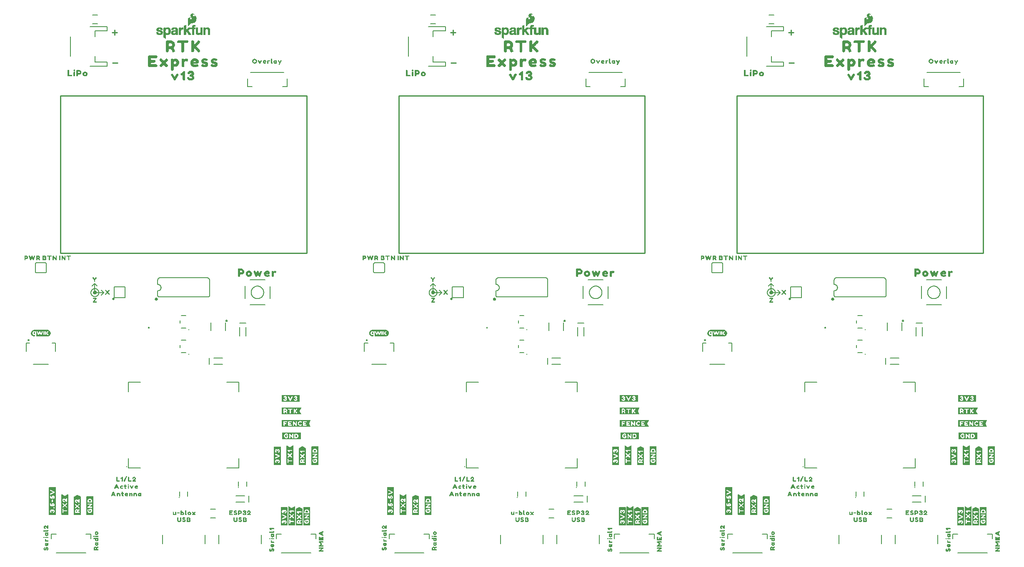
<source format=gto>
G04 EAGLE Gerber RS-274X export*
G75*
%MOMM*%
%FSLAX34Y34*%
%LPD*%
%INSilkscreen Top*%
%IPPOS*%
%AMOC8*
5,1,8,0,0,1.08239X$1,22.5*%
G01*
%ADD10C,0.279400*%
%ADD11C,0.254000*%
%ADD12C,0.203200*%
%ADD13C,0.508000*%
%ADD14C,0.254000*%
%ADD15C,0.282838*%
%ADD16C,0.177800*%
%ADD17C,0.300000*%
%ADD18C,0.152400*%
%ADD19C,0.508000*%

G36*
X1973785Y259230D02*
X1973785Y259230D01*
X1973780Y259237D01*
X1973787Y259243D01*
X1973787Y259743D01*
X1973777Y259756D01*
X1973782Y259766D01*
X1970689Y265752D01*
X1970786Y266428D01*
X1973782Y272421D01*
X1973781Y272426D01*
X1973785Y272429D01*
X1973779Y272436D01*
X1973778Y272445D01*
X1973786Y272455D01*
X1973686Y272855D01*
X1973639Y272892D01*
X1973638Y272892D01*
X1915238Y272892D01*
X1915232Y272888D01*
X1915228Y272891D01*
X1914728Y272791D01*
X1914696Y272755D01*
X1914691Y272751D01*
X1914691Y272750D01*
X1914689Y272747D01*
X1914691Y272745D01*
X1914689Y272743D01*
X1914689Y259843D01*
X1914692Y259838D01*
X1914689Y259835D01*
X1914789Y259235D01*
X1914833Y259194D01*
X1914836Y259197D01*
X1914838Y259194D01*
X1973738Y259194D01*
X1973785Y259230D01*
G37*
G36*
X1286715Y259230D02*
X1286715Y259230D01*
X1286710Y259237D01*
X1286717Y259243D01*
X1286717Y259743D01*
X1286707Y259756D01*
X1286712Y259766D01*
X1283619Y265752D01*
X1283716Y266428D01*
X1286712Y272421D01*
X1286711Y272426D01*
X1286715Y272429D01*
X1286709Y272436D01*
X1286708Y272445D01*
X1286716Y272455D01*
X1286616Y272855D01*
X1286569Y272892D01*
X1286568Y272892D01*
X1228168Y272892D01*
X1228162Y272888D01*
X1228158Y272891D01*
X1227658Y272791D01*
X1227626Y272755D01*
X1227621Y272751D01*
X1227621Y272750D01*
X1227619Y272747D01*
X1227621Y272745D01*
X1227619Y272743D01*
X1227619Y259843D01*
X1227622Y259838D01*
X1227619Y259835D01*
X1227719Y259235D01*
X1227763Y259194D01*
X1227766Y259197D01*
X1227768Y259194D01*
X1286668Y259194D01*
X1286715Y259230D01*
G37*
G36*
X599645Y259230D02*
X599645Y259230D01*
X599640Y259237D01*
X599647Y259243D01*
X599647Y259743D01*
X599637Y259756D01*
X599642Y259766D01*
X596549Y265752D01*
X596646Y266428D01*
X599642Y272421D01*
X599641Y272426D01*
X599645Y272429D01*
X599639Y272436D01*
X599638Y272445D01*
X599646Y272455D01*
X599546Y272855D01*
X599499Y272892D01*
X599498Y272892D01*
X541098Y272892D01*
X541092Y272888D01*
X541088Y272891D01*
X540588Y272791D01*
X540556Y272755D01*
X540551Y272751D01*
X540551Y272750D01*
X540549Y272747D01*
X540551Y272745D01*
X540549Y272743D01*
X540549Y259843D01*
X540552Y259838D01*
X540549Y259835D01*
X540649Y259235D01*
X540693Y259194D01*
X540696Y259197D01*
X540698Y259194D01*
X599598Y259194D01*
X599645Y259230D01*
G37*
G36*
X1455696Y80353D02*
X1455696Y80353D01*
X1455704Y80355D01*
X1455904Y80855D01*
X1455900Y80868D01*
X1455907Y80873D01*
X1455907Y136373D01*
X1455871Y136421D01*
X1455868Y136418D01*
X1455866Y136422D01*
X1455266Y136522D01*
X1455261Y136519D01*
X1455258Y136522D01*
X1442358Y136522D01*
X1442311Y136487D01*
X1442312Y136484D01*
X1442310Y136482D01*
X1442309Y136481D01*
X1442209Y135881D01*
X1442212Y135876D01*
X1442209Y135873D01*
X1442209Y80573D01*
X1442238Y80535D01*
X1442240Y80527D01*
X1442740Y80327D01*
X1442753Y80331D01*
X1442758Y80324D01*
X1455658Y80324D01*
X1455696Y80353D01*
G37*
G36*
X81556Y80353D02*
X81556Y80353D01*
X81564Y80355D01*
X81764Y80855D01*
X81760Y80868D01*
X81767Y80873D01*
X81767Y136373D01*
X81731Y136421D01*
X81728Y136418D01*
X81726Y136422D01*
X81126Y136522D01*
X81121Y136519D01*
X81118Y136522D01*
X68218Y136522D01*
X68171Y136487D01*
X68172Y136484D01*
X68170Y136482D01*
X68169Y136481D01*
X68069Y135881D01*
X68072Y135876D01*
X68069Y135873D01*
X68069Y80573D01*
X68098Y80535D01*
X68100Y80527D01*
X68600Y80327D01*
X68613Y80331D01*
X68618Y80324D01*
X81518Y80324D01*
X81556Y80353D01*
G37*
G36*
X768626Y80353D02*
X768626Y80353D01*
X768634Y80355D01*
X768834Y80855D01*
X768830Y80868D01*
X768837Y80873D01*
X768837Y136373D01*
X768801Y136421D01*
X768798Y136418D01*
X768796Y136422D01*
X768196Y136522D01*
X768191Y136519D01*
X768188Y136522D01*
X755288Y136522D01*
X755241Y136487D01*
X755242Y136484D01*
X755240Y136482D01*
X755239Y136481D01*
X755139Y135881D01*
X755142Y135876D01*
X755139Y135873D01*
X755139Y80573D01*
X755168Y80535D01*
X755170Y80527D01*
X755670Y80327D01*
X755683Y80331D01*
X755688Y80324D01*
X768588Y80324D01*
X768626Y80353D01*
G37*
G36*
X1480663Y80328D02*
X1480663Y80328D01*
X1480666Y80325D01*
X1481266Y80425D01*
X1481307Y80468D01*
X1481304Y80471D01*
X1481307Y80473D01*
X1481307Y121773D01*
X1481298Y121786D01*
X1481302Y121795D01*
X1481102Y122195D01*
X1481049Y122222D01*
X1481045Y122213D01*
X1481036Y122217D01*
X1475040Y119219D01*
X1474363Y119026D01*
X1467780Y122317D01*
X1467779Y122317D01*
X1467779Y122318D01*
X1467777Y122317D01*
X1467722Y122306D01*
X1467725Y122289D01*
X1467709Y122281D01*
X1467609Y121681D01*
X1467612Y121676D01*
X1467609Y121673D01*
X1467609Y80873D01*
X1467613Y80867D01*
X1467610Y80864D01*
X1467710Y80364D01*
X1467754Y80324D01*
X1467756Y80326D01*
X1467758Y80324D01*
X1480658Y80324D01*
X1480663Y80328D01*
G37*
G36*
X793593Y80328D02*
X793593Y80328D01*
X793596Y80325D01*
X794196Y80425D01*
X794237Y80468D01*
X794234Y80471D01*
X794237Y80473D01*
X794237Y121773D01*
X794228Y121786D01*
X794232Y121795D01*
X794032Y122195D01*
X793979Y122222D01*
X793975Y122213D01*
X793966Y122217D01*
X787970Y119219D01*
X787293Y119026D01*
X780710Y122317D01*
X780709Y122317D01*
X780709Y122318D01*
X780707Y122317D01*
X780652Y122306D01*
X780655Y122289D01*
X780639Y122281D01*
X780539Y121681D01*
X780542Y121676D01*
X780539Y121673D01*
X780539Y80873D01*
X780543Y80867D01*
X780540Y80864D01*
X780640Y80364D01*
X780684Y80324D01*
X780686Y80326D01*
X780688Y80324D01*
X793588Y80324D01*
X793593Y80328D01*
G37*
G36*
X106523Y80328D02*
X106523Y80328D01*
X106526Y80325D01*
X107126Y80425D01*
X107167Y80468D01*
X107164Y80471D01*
X107167Y80473D01*
X107167Y121773D01*
X107158Y121786D01*
X107162Y121795D01*
X106962Y122195D01*
X106909Y122222D01*
X106905Y122213D01*
X106896Y122217D01*
X100900Y119219D01*
X100223Y119026D01*
X93640Y122317D01*
X93639Y122317D01*
X93639Y122318D01*
X93637Y122317D01*
X93582Y122306D01*
X93585Y122289D01*
X93569Y122281D01*
X93469Y121681D01*
X93472Y121676D01*
X93469Y121673D01*
X93469Y80873D01*
X93473Y80867D01*
X93470Y80864D01*
X93570Y80364D01*
X93614Y80324D01*
X93616Y80326D01*
X93618Y80324D01*
X106518Y80324D01*
X106523Y80328D01*
G37*
G36*
X1506169Y80332D02*
X1506169Y80332D01*
X1506176Y80327D01*
X1506676Y80527D01*
X1506691Y80551D01*
X1506698Y80557D01*
X1506696Y80560D01*
X1506701Y80568D01*
X1506707Y80573D01*
X1506707Y117173D01*
X1506688Y117198D01*
X1506689Y117212D01*
X1506189Y117612D01*
X1506181Y117612D01*
X1506180Y117617D01*
X1500080Y120617D01*
X1500059Y120613D01*
X1500050Y120622D01*
X1499450Y120522D01*
X1499443Y120514D01*
X1499436Y120517D01*
X1493336Y117517D01*
X1493327Y117500D01*
X1493316Y117499D01*
X1493016Y116999D01*
X1493017Y116984D01*
X1493011Y116979D01*
X1493013Y116976D01*
X1493009Y116973D01*
X1493009Y80873D01*
X1493017Y80863D01*
X1493012Y80855D01*
X1493212Y80355D01*
X1493253Y80330D01*
X1493258Y80324D01*
X1506158Y80324D01*
X1506169Y80332D01*
G37*
G36*
X132029Y80332D02*
X132029Y80332D01*
X132036Y80327D01*
X132536Y80527D01*
X132551Y80551D01*
X132558Y80557D01*
X132556Y80560D01*
X132561Y80568D01*
X132567Y80573D01*
X132567Y117173D01*
X132548Y117198D01*
X132549Y117212D01*
X132049Y117612D01*
X132041Y117612D01*
X132040Y117617D01*
X125940Y120617D01*
X125919Y120613D01*
X125910Y120622D01*
X125310Y120522D01*
X125303Y120514D01*
X125296Y120517D01*
X119196Y117517D01*
X119187Y117500D01*
X119176Y117499D01*
X118876Y116999D01*
X118877Y116984D01*
X118871Y116979D01*
X118873Y116976D01*
X118869Y116973D01*
X118869Y80873D01*
X118877Y80863D01*
X118872Y80855D01*
X119072Y80355D01*
X119113Y80330D01*
X119118Y80324D01*
X132018Y80324D01*
X132029Y80332D01*
G37*
G36*
X819099Y80332D02*
X819099Y80332D01*
X819106Y80327D01*
X819606Y80527D01*
X819621Y80551D01*
X819628Y80557D01*
X819626Y80560D01*
X819631Y80568D01*
X819637Y80573D01*
X819637Y117173D01*
X819618Y117198D01*
X819619Y117212D01*
X819119Y117612D01*
X819111Y117612D01*
X819110Y117617D01*
X813010Y120617D01*
X812989Y120613D01*
X812980Y120622D01*
X812380Y120522D01*
X812373Y120514D01*
X812366Y120517D01*
X806266Y117517D01*
X806257Y117500D01*
X806246Y117499D01*
X805946Y116999D01*
X805947Y116984D01*
X805941Y116979D01*
X805943Y116976D01*
X805939Y116973D01*
X805939Y80873D01*
X805947Y80863D01*
X805942Y80855D01*
X806142Y80355D01*
X806183Y80330D01*
X806188Y80324D01*
X819088Y80324D01*
X819099Y80332D01*
G37*
G36*
X1954585Y284630D02*
X1954585Y284630D01*
X1954585Y284631D01*
X1954586Y284631D01*
X1954686Y285031D01*
X1954676Y285054D01*
X1954682Y285065D01*
X1951685Y291059D01*
X1951589Y291636D01*
X1954582Y297721D01*
X1954582Y297724D01*
X1954584Y297725D01*
X1954784Y298225D01*
X1954783Y298228D01*
X1954785Y298230D01*
X1954781Y298236D01*
X1954768Y298282D01*
X1954750Y298277D01*
X1954738Y298292D01*
X1914938Y298292D01*
X1914900Y298264D01*
X1914892Y298261D01*
X1914692Y297761D01*
X1914693Y297759D01*
X1914691Y297757D01*
X1914695Y297751D01*
X1914696Y297749D01*
X1914689Y297743D01*
X1914689Y284843D01*
X1914718Y284805D01*
X1914720Y284797D01*
X1915220Y284597D01*
X1915233Y284601D01*
X1915238Y284594D01*
X1954538Y284594D01*
X1954585Y284630D01*
G37*
G36*
X1267515Y284630D02*
X1267515Y284630D01*
X1267515Y284631D01*
X1267516Y284631D01*
X1267616Y285031D01*
X1267606Y285054D01*
X1267612Y285065D01*
X1264615Y291059D01*
X1264519Y291636D01*
X1267512Y297721D01*
X1267512Y297724D01*
X1267514Y297725D01*
X1267714Y298225D01*
X1267713Y298228D01*
X1267715Y298230D01*
X1267711Y298236D01*
X1267698Y298282D01*
X1267680Y298277D01*
X1267668Y298292D01*
X1227868Y298292D01*
X1227830Y298264D01*
X1227822Y298261D01*
X1227622Y297761D01*
X1227623Y297759D01*
X1227621Y297757D01*
X1227625Y297751D01*
X1227626Y297749D01*
X1227619Y297743D01*
X1227619Y284843D01*
X1227648Y284805D01*
X1227650Y284797D01*
X1228150Y284597D01*
X1228163Y284601D01*
X1228168Y284594D01*
X1267468Y284594D01*
X1267515Y284630D01*
G37*
G36*
X580445Y284630D02*
X580445Y284630D01*
X580445Y284631D01*
X580446Y284631D01*
X580546Y285031D01*
X580536Y285054D01*
X580542Y285065D01*
X577545Y291059D01*
X577449Y291636D01*
X580442Y297721D01*
X580442Y297724D01*
X580444Y297725D01*
X580644Y298225D01*
X580643Y298228D01*
X580645Y298230D01*
X580641Y298236D01*
X580628Y298282D01*
X580610Y298277D01*
X580598Y298292D01*
X540798Y298292D01*
X540760Y298264D01*
X540752Y298261D01*
X540552Y297761D01*
X540553Y297759D01*
X540551Y297757D01*
X540555Y297751D01*
X540556Y297749D01*
X540549Y297743D01*
X540549Y284843D01*
X540578Y284805D01*
X540580Y284797D01*
X541080Y284597D01*
X541093Y284601D01*
X541098Y284594D01*
X580398Y284594D01*
X580445Y284630D01*
G37*
G36*
X579715Y233830D02*
X579715Y233830D01*
X579710Y233837D01*
X579717Y233843D01*
X579717Y247343D01*
X579681Y247391D01*
X579678Y247388D01*
X579676Y247392D01*
X579076Y247492D01*
X579071Y247489D01*
X579068Y247492D01*
X541868Y247492D01*
X541821Y247457D01*
X541824Y247452D01*
X541821Y247449D01*
X541823Y247446D01*
X541819Y247443D01*
X541819Y233943D01*
X541855Y233896D01*
X541858Y233898D01*
X541860Y233895D01*
X542460Y233795D01*
X542465Y233797D01*
X542468Y233794D01*
X579668Y233794D01*
X579715Y233830D01*
G37*
G36*
X1953855Y233830D02*
X1953855Y233830D01*
X1953850Y233837D01*
X1953857Y233843D01*
X1953857Y247343D01*
X1953821Y247391D01*
X1953818Y247388D01*
X1953816Y247392D01*
X1953216Y247492D01*
X1953211Y247489D01*
X1953208Y247492D01*
X1916008Y247492D01*
X1915961Y247457D01*
X1915964Y247452D01*
X1915961Y247449D01*
X1915963Y247446D01*
X1915959Y247443D01*
X1915959Y233943D01*
X1915995Y233896D01*
X1915998Y233898D01*
X1916000Y233895D01*
X1916600Y233795D01*
X1916605Y233797D01*
X1916608Y233794D01*
X1953808Y233794D01*
X1953855Y233830D01*
G37*
G36*
X1266785Y233830D02*
X1266785Y233830D01*
X1266780Y233837D01*
X1266787Y233843D01*
X1266787Y247343D01*
X1266751Y247391D01*
X1266748Y247388D01*
X1266746Y247392D01*
X1266146Y247492D01*
X1266141Y247489D01*
X1266138Y247492D01*
X1228938Y247492D01*
X1228891Y247457D01*
X1228894Y247452D01*
X1228891Y247449D01*
X1228893Y247446D01*
X1228889Y247443D01*
X1228889Y233943D01*
X1228925Y233896D01*
X1228928Y233898D01*
X1228930Y233895D01*
X1229530Y233795D01*
X1229535Y233797D01*
X1229538Y233794D01*
X1266738Y233794D01*
X1266785Y233830D01*
G37*
G36*
X1532005Y80360D02*
X1532005Y80360D01*
X1532003Y80363D01*
X1532007Y80365D01*
X1532107Y80965D01*
X1532104Y80971D01*
X1532107Y80973D01*
X1532107Y118173D01*
X1532071Y118221D01*
X1532064Y118215D01*
X1532058Y118222D01*
X1518558Y118222D01*
X1518511Y118187D01*
X1518513Y118183D01*
X1518509Y118181D01*
X1518409Y117581D01*
X1518412Y117576D01*
X1518409Y117573D01*
X1518409Y80373D01*
X1518445Y80326D01*
X1518452Y80332D01*
X1518458Y80324D01*
X1531958Y80324D01*
X1532005Y80360D01*
G37*
G36*
X1972695Y58450D02*
X1972695Y58450D01*
X1972693Y58453D01*
X1972697Y58455D01*
X1972797Y59055D01*
X1972794Y59061D01*
X1972797Y59063D01*
X1972797Y96263D01*
X1972761Y96311D01*
X1972754Y96305D01*
X1972748Y96312D01*
X1959248Y96312D01*
X1959201Y96277D01*
X1959203Y96273D01*
X1959199Y96271D01*
X1959099Y95671D01*
X1959102Y95666D01*
X1959099Y95663D01*
X1959099Y58463D01*
X1959135Y58416D01*
X1959142Y58422D01*
X1959148Y58414D01*
X1972648Y58414D01*
X1972695Y58450D01*
G37*
G36*
X598555Y58450D02*
X598555Y58450D01*
X598553Y58453D01*
X598557Y58455D01*
X598657Y59055D01*
X598654Y59061D01*
X598657Y59063D01*
X598657Y96263D01*
X598621Y96311D01*
X598614Y96305D01*
X598608Y96312D01*
X585108Y96312D01*
X585061Y96277D01*
X585063Y96273D01*
X585059Y96271D01*
X584959Y95671D01*
X584962Y95666D01*
X584959Y95663D01*
X584959Y58463D01*
X584995Y58416D01*
X585002Y58422D01*
X585008Y58414D01*
X598508Y58414D01*
X598555Y58450D01*
G37*
G36*
X1285625Y58450D02*
X1285625Y58450D01*
X1285623Y58453D01*
X1285627Y58455D01*
X1285727Y59055D01*
X1285724Y59061D01*
X1285727Y59063D01*
X1285727Y96263D01*
X1285691Y96311D01*
X1285684Y96305D01*
X1285678Y96312D01*
X1272178Y96312D01*
X1272131Y96277D01*
X1272133Y96273D01*
X1272129Y96271D01*
X1272029Y95671D01*
X1272032Y95666D01*
X1272029Y95663D01*
X1272029Y58463D01*
X1272065Y58416D01*
X1272072Y58422D01*
X1272078Y58414D01*
X1285578Y58414D01*
X1285625Y58450D01*
G37*
G36*
X157865Y80360D02*
X157865Y80360D01*
X157863Y80363D01*
X157867Y80365D01*
X157967Y80965D01*
X157964Y80971D01*
X157967Y80973D01*
X157967Y118173D01*
X157931Y118221D01*
X157924Y118215D01*
X157918Y118222D01*
X144418Y118222D01*
X144371Y118187D01*
X144373Y118183D01*
X144369Y118181D01*
X144269Y117581D01*
X144272Y117576D01*
X144269Y117573D01*
X144269Y80373D01*
X144305Y80326D01*
X144312Y80332D01*
X144318Y80324D01*
X157818Y80324D01*
X157865Y80360D01*
G37*
G36*
X844935Y80360D02*
X844935Y80360D01*
X844933Y80363D01*
X844937Y80365D01*
X845037Y80965D01*
X845034Y80971D01*
X845037Y80973D01*
X845037Y118173D01*
X845001Y118221D01*
X844994Y118215D01*
X844988Y118222D01*
X831488Y118222D01*
X831441Y118187D01*
X831443Y118183D01*
X831439Y118181D01*
X831339Y117581D01*
X831342Y117576D01*
X831339Y117573D01*
X831339Y80373D01*
X831375Y80326D01*
X831382Y80332D01*
X831388Y80324D01*
X844888Y80324D01*
X844935Y80360D01*
G37*
G36*
X1989205Y181960D02*
X1989205Y181960D01*
X1989203Y181963D01*
X1989207Y181965D01*
X1989307Y182565D01*
X1989304Y182571D01*
X1989307Y182573D01*
X1989307Y219773D01*
X1989271Y219821D01*
X1989264Y219815D01*
X1989258Y219822D01*
X1975758Y219822D01*
X1975711Y219787D01*
X1975713Y219783D01*
X1975709Y219781D01*
X1975609Y219181D01*
X1975612Y219176D01*
X1975609Y219173D01*
X1975609Y181973D01*
X1975645Y181926D01*
X1975652Y181932D01*
X1975658Y181924D01*
X1989158Y181924D01*
X1989205Y181960D01*
G37*
G36*
X615065Y181960D02*
X615065Y181960D01*
X615063Y181963D01*
X615067Y181965D01*
X615167Y182565D01*
X615164Y182571D01*
X615167Y182573D01*
X615167Y219773D01*
X615131Y219821D01*
X615124Y219815D01*
X615118Y219822D01*
X601618Y219822D01*
X601571Y219787D01*
X601573Y219783D01*
X601569Y219781D01*
X601469Y219181D01*
X601472Y219176D01*
X601469Y219173D01*
X601469Y181973D01*
X601505Y181926D01*
X601512Y181932D01*
X601518Y181924D01*
X615018Y181924D01*
X615065Y181960D01*
G37*
G36*
X1302135Y181960D02*
X1302135Y181960D01*
X1302133Y181963D01*
X1302137Y181965D01*
X1302237Y182565D01*
X1302234Y182571D01*
X1302237Y182573D01*
X1302237Y219773D01*
X1302201Y219821D01*
X1302194Y219815D01*
X1302188Y219822D01*
X1288688Y219822D01*
X1288641Y219787D01*
X1288643Y219783D01*
X1288639Y219781D01*
X1288539Y219181D01*
X1288542Y219176D01*
X1288539Y219173D01*
X1288539Y181973D01*
X1288575Y181926D01*
X1288582Y181932D01*
X1288588Y181924D01*
X1302088Y181924D01*
X1302135Y181960D01*
G37*
G36*
X1251335Y181960D02*
X1251335Y181960D01*
X1251333Y181963D01*
X1251337Y181965D01*
X1251437Y182565D01*
X1251434Y182571D01*
X1251437Y182573D01*
X1251437Y220473D01*
X1251433Y220479D01*
X1251436Y220483D01*
X1251336Y220983D01*
X1251292Y221022D01*
X1251281Y221010D01*
X1251266Y221017D01*
X1244588Y217728D01*
X1244010Y218017D01*
X1238010Y221017D01*
X1237952Y221006D01*
X1237953Y220997D01*
X1237944Y220995D01*
X1237744Y220595D01*
X1237747Y220579D01*
X1237739Y220573D01*
X1237739Y182073D01*
X1237775Y182026D01*
X1237778Y182028D01*
X1237780Y182025D01*
X1238380Y181925D01*
X1238385Y181927D01*
X1238388Y181924D01*
X1251288Y181924D01*
X1251335Y181960D01*
G37*
G36*
X568075Y58450D02*
X568075Y58450D01*
X568073Y58453D01*
X568077Y58455D01*
X568177Y59055D01*
X568174Y59061D01*
X568177Y59063D01*
X568177Y96963D01*
X568173Y96969D01*
X568176Y96973D01*
X568076Y97473D01*
X568032Y97512D01*
X568021Y97500D01*
X568006Y97507D01*
X561328Y94218D01*
X560750Y94507D01*
X554750Y97507D01*
X554692Y97496D01*
X554693Y97487D01*
X554684Y97485D01*
X554484Y97085D01*
X554487Y97069D01*
X554479Y97063D01*
X554479Y58563D01*
X554515Y58516D01*
X554518Y58518D01*
X554520Y58515D01*
X555120Y58415D01*
X555125Y58417D01*
X555128Y58414D01*
X568028Y58414D01*
X568075Y58450D01*
G37*
G36*
X1942215Y58450D02*
X1942215Y58450D01*
X1942213Y58453D01*
X1942217Y58455D01*
X1942317Y59055D01*
X1942314Y59061D01*
X1942317Y59063D01*
X1942317Y96963D01*
X1942313Y96969D01*
X1942316Y96973D01*
X1942216Y97473D01*
X1942172Y97512D01*
X1942161Y97500D01*
X1942146Y97507D01*
X1935468Y94218D01*
X1934890Y94507D01*
X1928890Y97507D01*
X1928832Y97496D01*
X1928833Y97487D01*
X1928824Y97485D01*
X1928624Y97085D01*
X1928627Y97069D01*
X1928619Y97063D01*
X1928619Y58563D01*
X1928655Y58516D01*
X1928658Y58518D01*
X1928660Y58515D01*
X1929260Y58415D01*
X1929265Y58417D01*
X1929268Y58414D01*
X1942168Y58414D01*
X1942215Y58450D01*
G37*
G36*
X1255145Y58450D02*
X1255145Y58450D01*
X1255143Y58453D01*
X1255147Y58455D01*
X1255247Y59055D01*
X1255244Y59061D01*
X1255247Y59063D01*
X1255247Y96963D01*
X1255243Y96969D01*
X1255246Y96973D01*
X1255146Y97473D01*
X1255102Y97512D01*
X1255091Y97500D01*
X1255076Y97507D01*
X1248398Y94218D01*
X1247820Y94507D01*
X1241820Y97507D01*
X1241762Y97496D01*
X1241763Y97487D01*
X1241754Y97485D01*
X1241554Y97085D01*
X1241557Y97069D01*
X1241549Y97063D01*
X1241549Y58563D01*
X1241585Y58516D01*
X1241588Y58518D01*
X1241590Y58515D01*
X1242190Y58415D01*
X1242195Y58417D01*
X1242198Y58414D01*
X1255098Y58414D01*
X1255145Y58450D01*
G37*
G36*
X564265Y181960D02*
X564265Y181960D01*
X564263Y181963D01*
X564267Y181965D01*
X564367Y182565D01*
X564364Y182571D01*
X564367Y182573D01*
X564367Y220473D01*
X564363Y220479D01*
X564366Y220483D01*
X564266Y220983D01*
X564222Y221022D01*
X564211Y221010D01*
X564196Y221017D01*
X557518Y217728D01*
X556940Y218017D01*
X550940Y221017D01*
X550882Y221006D01*
X550883Y220997D01*
X550874Y220995D01*
X550674Y220595D01*
X550677Y220579D01*
X550669Y220573D01*
X550669Y182073D01*
X550705Y182026D01*
X550708Y182028D01*
X550710Y182025D01*
X551310Y181925D01*
X551315Y181927D01*
X551318Y181924D01*
X564218Y181924D01*
X564265Y181960D01*
G37*
G36*
X1938405Y181960D02*
X1938405Y181960D01*
X1938403Y181963D01*
X1938407Y181965D01*
X1938507Y182565D01*
X1938504Y182571D01*
X1938507Y182573D01*
X1938507Y220473D01*
X1938503Y220479D01*
X1938506Y220483D01*
X1938406Y220983D01*
X1938362Y221022D01*
X1938351Y221010D01*
X1938336Y221017D01*
X1931658Y217728D01*
X1931080Y218017D01*
X1925080Y221017D01*
X1925022Y221006D01*
X1925023Y220997D01*
X1925014Y220995D01*
X1924814Y220595D01*
X1924817Y220579D01*
X1924809Y220573D01*
X1924809Y182073D01*
X1924845Y182026D01*
X1924848Y182028D01*
X1924850Y182025D01*
X1925450Y181925D01*
X1925455Y181927D01*
X1925458Y181924D01*
X1938358Y181924D01*
X1938405Y181960D01*
G37*
G36*
X1264715Y310030D02*
X1264715Y310030D01*
X1264713Y310033D01*
X1264717Y310035D01*
X1264817Y310635D01*
X1264814Y310641D01*
X1264817Y310643D01*
X1264817Y323543D01*
X1264781Y323591D01*
X1264778Y323588D01*
X1264776Y323592D01*
X1264176Y323692D01*
X1264171Y323689D01*
X1264168Y323692D01*
X1227868Y323692D01*
X1227830Y323664D01*
X1227822Y323661D01*
X1227622Y323161D01*
X1227623Y323159D01*
X1227621Y323157D01*
X1227625Y323151D01*
X1227626Y323149D01*
X1227619Y323143D01*
X1227619Y310243D01*
X1227648Y310205D01*
X1227650Y310197D01*
X1228150Y309997D01*
X1228163Y310001D01*
X1228168Y309994D01*
X1264668Y309994D01*
X1264715Y310030D01*
G37*
G36*
X577645Y310030D02*
X577645Y310030D01*
X577643Y310033D01*
X577647Y310035D01*
X577747Y310635D01*
X577744Y310641D01*
X577747Y310643D01*
X577747Y323543D01*
X577711Y323591D01*
X577708Y323588D01*
X577706Y323592D01*
X577106Y323692D01*
X577101Y323689D01*
X577098Y323692D01*
X540798Y323692D01*
X540760Y323664D01*
X540752Y323661D01*
X540552Y323161D01*
X540553Y323159D01*
X540551Y323157D01*
X540555Y323151D01*
X540556Y323149D01*
X540549Y323143D01*
X540549Y310243D01*
X540578Y310205D01*
X540580Y310197D01*
X541080Y309997D01*
X541093Y310001D01*
X541098Y309994D01*
X577598Y309994D01*
X577645Y310030D01*
G37*
G36*
X1951785Y310030D02*
X1951785Y310030D01*
X1951783Y310033D01*
X1951787Y310035D01*
X1951887Y310635D01*
X1951884Y310641D01*
X1951887Y310643D01*
X1951887Y323543D01*
X1951851Y323591D01*
X1951848Y323588D01*
X1951846Y323592D01*
X1951246Y323692D01*
X1951241Y323689D01*
X1951238Y323692D01*
X1914938Y323692D01*
X1914900Y323664D01*
X1914892Y323661D01*
X1914692Y323161D01*
X1914693Y323159D01*
X1914691Y323157D01*
X1914695Y323151D01*
X1914696Y323149D01*
X1914689Y323143D01*
X1914689Y310243D01*
X1914718Y310205D01*
X1914720Y310197D01*
X1915220Y309997D01*
X1915233Y310001D01*
X1915238Y309994D01*
X1951738Y309994D01*
X1951785Y310030D01*
G37*
G36*
X1225826Y181953D02*
X1225826Y181953D01*
X1225834Y181955D01*
X1226034Y182455D01*
X1226030Y182468D01*
X1226037Y182473D01*
X1226037Y218973D01*
X1226001Y219021D01*
X1225998Y219018D01*
X1225996Y219022D01*
X1225396Y219122D01*
X1225391Y219119D01*
X1225388Y219122D01*
X1212488Y219122D01*
X1212441Y219087D01*
X1212443Y219083D01*
X1212439Y219081D01*
X1212339Y218481D01*
X1212342Y218476D01*
X1212339Y218473D01*
X1212339Y182173D01*
X1212368Y182135D01*
X1212370Y182127D01*
X1212870Y181927D01*
X1212883Y181931D01*
X1212888Y181924D01*
X1225788Y181924D01*
X1225826Y181953D01*
G37*
G36*
X538756Y181953D02*
X538756Y181953D01*
X538764Y181955D01*
X538964Y182455D01*
X538960Y182468D01*
X538967Y182473D01*
X538967Y218973D01*
X538931Y219021D01*
X538928Y219018D01*
X538926Y219022D01*
X538326Y219122D01*
X538321Y219119D01*
X538318Y219122D01*
X525418Y219122D01*
X525371Y219087D01*
X525373Y219083D01*
X525369Y219081D01*
X525269Y218481D01*
X525272Y218476D01*
X525269Y218473D01*
X525269Y182173D01*
X525298Y182135D01*
X525300Y182127D01*
X525800Y181927D01*
X525813Y181931D01*
X525818Y181924D01*
X538718Y181924D01*
X538756Y181953D01*
G37*
G36*
X1912896Y181953D02*
X1912896Y181953D01*
X1912904Y181955D01*
X1913104Y182455D01*
X1913100Y182468D01*
X1913107Y182473D01*
X1913107Y218973D01*
X1913071Y219021D01*
X1913068Y219018D01*
X1913066Y219022D01*
X1912466Y219122D01*
X1912461Y219119D01*
X1912458Y219122D01*
X1899558Y219122D01*
X1899511Y219087D01*
X1899513Y219083D01*
X1899509Y219081D01*
X1899409Y218481D01*
X1899412Y218476D01*
X1899409Y218473D01*
X1899409Y182173D01*
X1899438Y182135D01*
X1899440Y182127D01*
X1899940Y181927D01*
X1899953Y181931D01*
X1899958Y181924D01*
X1912858Y181924D01*
X1912896Y181953D01*
G37*
G36*
X1926866Y58443D02*
X1926866Y58443D01*
X1926874Y58445D01*
X1927074Y58945D01*
X1927070Y58958D01*
X1927077Y58963D01*
X1927077Y95463D01*
X1927041Y95511D01*
X1927038Y95508D01*
X1927036Y95512D01*
X1926436Y95612D01*
X1926431Y95609D01*
X1926428Y95612D01*
X1913528Y95612D01*
X1913481Y95577D01*
X1913483Y95573D01*
X1913479Y95571D01*
X1913379Y94971D01*
X1913382Y94966D01*
X1913379Y94963D01*
X1913379Y58663D01*
X1913408Y58625D01*
X1913410Y58617D01*
X1913910Y58417D01*
X1913923Y58421D01*
X1913928Y58414D01*
X1926828Y58414D01*
X1926866Y58443D01*
G37*
G36*
X552726Y58443D02*
X552726Y58443D01*
X552734Y58445D01*
X552934Y58945D01*
X552930Y58958D01*
X552937Y58963D01*
X552937Y95463D01*
X552901Y95511D01*
X552898Y95508D01*
X552896Y95512D01*
X552296Y95612D01*
X552291Y95609D01*
X552288Y95612D01*
X539388Y95612D01*
X539341Y95577D01*
X539343Y95573D01*
X539339Y95571D01*
X539239Y94971D01*
X539242Y94966D01*
X539239Y94963D01*
X539239Y58663D01*
X539268Y58625D01*
X539270Y58617D01*
X539770Y58417D01*
X539783Y58421D01*
X539788Y58414D01*
X552688Y58414D01*
X552726Y58443D01*
G37*
G36*
X1239796Y58443D02*
X1239796Y58443D01*
X1239804Y58445D01*
X1240004Y58945D01*
X1240000Y58958D01*
X1240007Y58963D01*
X1240007Y95463D01*
X1239971Y95511D01*
X1239968Y95508D01*
X1239966Y95512D01*
X1239366Y95612D01*
X1239361Y95609D01*
X1239358Y95612D01*
X1226458Y95612D01*
X1226411Y95577D01*
X1226413Y95573D01*
X1226409Y95571D01*
X1226309Y94971D01*
X1226312Y94966D01*
X1226309Y94963D01*
X1226309Y58663D01*
X1226338Y58625D01*
X1226340Y58617D01*
X1226840Y58417D01*
X1226853Y58421D01*
X1226858Y58414D01*
X1239758Y58414D01*
X1239796Y58443D01*
G37*
G36*
X1276835Y181960D02*
X1276835Y181960D01*
X1276830Y181967D01*
X1276837Y181973D01*
X1276837Y215773D01*
X1276823Y215792D01*
X1276826Y215804D01*
X1276426Y216304D01*
X1276412Y216308D01*
X1276410Y216317D01*
X1270310Y219317D01*
X1270294Y219314D01*
X1270288Y219322D01*
X1269688Y219322D01*
X1269675Y219313D01*
X1269666Y219317D01*
X1263566Y216317D01*
X1263559Y216304D01*
X1263550Y216304D01*
X1263150Y215804D01*
X1263149Y215781D01*
X1263139Y215773D01*
X1263139Y181973D01*
X1263175Y181926D01*
X1263182Y181932D01*
X1263188Y181924D01*
X1276788Y181924D01*
X1276835Y181960D01*
G37*
G36*
X1270485Y58450D02*
X1270485Y58450D01*
X1270480Y58457D01*
X1270487Y58463D01*
X1270487Y92263D01*
X1270473Y92282D01*
X1270476Y92294D01*
X1270076Y92794D01*
X1270062Y92798D01*
X1270060Y92807D01*
X1263960Y95807D01*
X1263944Y95804D01*
X1263938Y95812D01*
X1263338Y95812D01*
X1263325Y95803D01*
X1263316Y95807D01*
X1257216Y92807D01*
X1257209Y92794D01*
X1257200Y92794D01*
X1256800Y92294D01*
X1256799Y92271D01*
X1256789Y92263D01*
X1256789Y58463D01*
X1256825Y58416D01*
X1256832Y58422D01*
X1256838Y58414D01*
X1270438Y58414D01*
X1270485Y58450D01*
G37*
G36*
X583415Y58450D02*
X583415Y58450D01*
X583410Y58457D01*
X583417Y58463D01*
X583417Y92263D01*
X583403Y92282D01*
X583406Y92294D01*
X583006Y92794D01*
X582992Y92798D01*
X582990Y92807D01*
X576890Y95807D01*
X576874Y95804D01*
X576868Y95812D01*
X576268Y95812D01*
X576255Y95803D01*
X576246Y95807D01*
X570146Y92807D01*
X570139Y92794D01*
X570130Y92794D01*
X569730Y92294D01*
X569729Y92271D01*
X569719Y92263D01*
X569719Y58463D01*
X569755Y58416D01*
X569762Y58422D01*
X569768Y58414D01*
X583368Y58414D01*
X583415Y58450D01*
G37*
G36*
X1963905Y181960D02*
X1963905Y181960D01*
X1963900Y181967D01*
X1963907Y181973D01*
X1963907Y215773D01*
X1963893Y215792D01*
X1963896Y215804D01*
X1963496Y216304D01*
X1963482Y216308D01*
X1963480Y216317D01*
X1957380Y219317D01*
X1957364Y219314D01*
X1957358Y219322D01*
X1956758Y219322D01*
X1956745Y219313D01*
X1956736Y219317D01*
X1950636Y216317D01*
X1950629Y216304D01*
X1950620Y216304D01*
X1950220Y215804D01*
X1950219Y215781D01*
X1950209Y215773D01*
X1950209Y181973D01*
X1950245Y181926D01*
X1950252Y181932D01*
X1950258Y181924D01*
X1963858Y181924D01*
X1963905Y181960D01*
G37*
G36*
X1957555Y58450D02*
X1957555Y58450D01*
X1957550Y58457D01*
X1957557Y58463D01*
X1957557Y92263D01*
X1957543Y92282D01*
X1957546Y92294D01*
X1957146Y92794D01*
X1957132Y92798D01*
X1957130Y92807D01*
X1951030Y95807D01*
X1951014Y95804D01*
X1951008Y95812D01*
X1950408Y95812D01*
X1950395Y95803D01*
X1950386Y95807D01*
X1944286Y92807D01*
X1944279Y92794D01*
X1944270Y92794D01*
X1943870Y92294D01*
X1943869Y92271D01*
X1943859Y92263D01*
X1943859Y58463D01*
X1943895Y58416D01*
X1943902Y58422D01*
X1943908Y58414D01*
X1957508Y58414D01*
X1957555Y58450D01*
G37*
G36*
X589765Y181960D02*
X589765Y181960D01*
X589760Y181967D01*
X589767Y181973D01*
X589767Y215773D01*
X589753Y215792D01*
X589756Y215804D01*
X589356Y216304D01*
X589342Y216308D01*
X589340Y216317D01*
X583240Y219317D01*
X583224Y219314D01*
X583218Y219322D01*
X582618Y219322D01*
X582605Y219313D01*
X582596Y219317D01*
X576496Y216317D01*
X576489Y216304D01*
X576480Y216304D01*
X576080Y215804D01*
X576079Y215781D01*
X576069Y215773D01*
X576069Y181973D01*
X576105Y181926D01*
X576112Y181932D01*
X576118Y181924D01*
X589718Y181924D01*
X589765Y181960D01*
G37*
G36*
X40058Y443332D02*
X40058Y443332D01*
X40080Y443334D01*
X40088Y443351D01*
X40097Y443357D01*
X40095Y443366D01*
X40102Y443381D01*
X40114Y443797D01*
X40114Y443798D01*
X40114Y443799D01*
X40114Y446977D01*
X40108Y446986D01*
X40111Y446997D01*
X40091Y447013D01*
X40078Y447034D01*
X40067Y447032D01*
X40058Y447039D01*
X40015Y447025D01*
X40010Y447024D01*
X40010Y447023D01*
X40009Y447023D01*
X39692Y446725D01*
X39281Y446410D01*
X38816Y446188D01*
X38313Y446068D01*
X37796Y446034D01*
X37278Y446083D01*
X36773Y446200D01*
X36289Y446385D01*
X35840Y446642D01*
X35454Y446988D01*
X35129Y447391D01*
X34864Y447837D01*
X34657Y448313D01*
X34532Y448820D01*
X34459Y449337D01*
X34423Y449858D01*
X34463Y450380D01*
X34546Y450895D01*
X34678Y451399D01*
X34894Y451872D01*
X35176Y452307D01*
X35518Y452694D01*
X35918Y453021D01*
X36371Y453273D01*
X36864Y453432D01*
X37376Y453520D01*
X37895Y453553D01*
X38410Y453497D01*
X38905Y453349D01*
X39363Y453111D01*
X39768Y452782D01*
X39769Y452782D01*
X39770Y452780D01*
X40014Y452596D01*
X40022Y452595D01*
X40026Y452588D01*
X40054Y452593D01*
X40082Y452590D01*
X40085Y452597D01*
X40093Y452598D01*
X40114Y452646D01*
X40114Y453250D01*
X40125Y453476D01*
X42425Y453476D01*
X42421Y453231D01*
X42429Y453218D01*
X42449Y443573D01*
X42449Y443571D01*
X42449Y443570D01*
X42458Y443380D01*
X42470Y443362D01*
X42473Y443341D01*
X42491Y443333D01*
X42498Y443324D01*
X42507Y443326D01*
X42521Y443320D01*
X65099Y443322D01*
X65101Y443324D01*
X65105Y443322D01*
X66159Y443429D01*
X66162Y443431D01*
X66166Y443430D01*
X66681Y443541D01*
X66684Y443543D01*
X66688Y443543D01*
X67693Y443871D01*
X67697Y443875D01*
X67704Y443876D01*
X68635Y444381D01*
X68637Y444385D01*
X68644Y444387D01*
X69473Y445043D01*
X69474Y445046D01*
X69478Y445048D01*
X69855Y445416D01*
X69856Y445420D01*
X69860Y445422D01*
X70527Y446244D01*
X70527Y446249D01*
X70533Y446253D01*
X71039Y447185D01*
X71038Y447189D01*
X71042Y447193D01*
X71226Y447688D01*
X71225Y447689D01*
X71227Y447691D01*
X71384Y448197D01*
X71383Y448198D01*
X71385Y448200D01*
X71509Y448713D01*
X71507Y448717D01*
X71510Y448722D01*
X71617Y449776D01*
X71614Y449780D01*
X71617Y449787D01*
X71527Y450841D01*
X71526Y450843D01*
X71527Y450847D01*
X71436Y451366D01*
X71434Y451369D01*
X71434Y451374D01*
X71120Y452386D01*
X71116Y452389D01*
X71116Y452397D01*
X70615Y453330D01*
X70612Y453332D01*
X70611Y453336D01*
X70308Y453768D01*
X70306Y453769D01*
X70305Y453772D01*
X69968Y454181D01*
X69967Y454181D01*
X69966Y454183D01*
X69936Y454217D01*
X69879Y454280D01*
X69822Y454342D01*
X69765Y454405D01*
X69652Y454531D01*
X69612Y454574D01*
X69608Y454576D01*
X69605Y454581D01*
X68788Y455255D01*
X68783Y455256D01*
X68779Y455261D01*
X67854Y455776D01*
X67851Y455776D01*
X67847Y455779D01*
X67361Y455981D01*
X67358Y455981D01*
X67354Y455984D01*
X66340Y456285D01*
X66335Y456284D01*
X66329Y456288D01*
X65274Y456394D01*
X65085Y456413D01*
X65082Y456412D01*
X65079Y456413D01*
X38063Y456413D01*
X38061Y456412D01*
X38057Y456413D01*
X37003Y456308D01*
X37000Y456307D01*
X36997Y456307D01*
X36480Y456203D01*
X36478Y456201D01*
X36473Y456202D01*
X35465Y455880D01*
X35461Y455876D01*
X35454Y455875D01*
X34523Y455370D01*
X34521Y455366D01*
X34515Y455365D01*
X34091Y455052D01*
X34090Y455050D01*
X34088Y455050D01*
X33679Y454712D01*
X33679Y454710D01*
X33676Y454710D01*
X33294Y454346D01*
X33293Y454343D01*
X33289Y454340D01*
X32616Y453522D01*
X32616Y453517D01*
X32610Y453512D01*
X32104Y452581D01*
X32104Y452577D01*
X32101Y452574D01*
X31911Y452082D01*
X31911Y452080D01*
X31909Y452078D01*
X31752Y451572D01*
X31753Y451570D01*
X31751Y451569D01*
X31620Y451058D01*
X31622Y451054D01*
X31619Y451048D01*
X31512Y449994D01*
X31514Y449990D01*
X31512Y449985D01*
X31541Y449457D01*
X31542Y449456D01*
X31541Y449455D01*
X31594Y448928D01*
X31595Y448926D01*
X31595Y448924D01*
X31678Y448403D01*
X31681Y448400D01*
X31680Y448394D01*
X31994Y447383D01*
X31998Y447379D01*
X31999Y447372D01*
X32493Y446436D01*
X32496Y446434D01*
X32496Y446430D01*
X32793Y445994D01*
X32796Y445993D01*
X32797Y445989D01*
X32914Y445851D01*
X32968Y445789D01*
X33021Y445726D01*
X33182Y445538D01*
X33235Y445475D01*
X33289Y445412D01*
X33342Y445349D01*
X33484Y445184D01*
X33488Y445182D01*
X33491Y445176D01*
X34309Y444502D01*
X34313Y444501D01*
X34318Y444495D01*
X35239Y443975D01*
X35242Y443975D01*
X35245Y443972D01*
X35729Y443763D01*
X35732Y443763D01*
X35735Y443761D01*
X36748Y443452D01*
X36753Y443453D01*
X36760Y443449D01*
X37814Y443343D01*
X37816Y443344D01*
X37818Y443343D01*
X38346Y443320D01*
X38347Y443321D01*
X38349Y443320D01*
X40040Y443320D01*
X40058Y443332D01*
G37*
G36*
X1414198Y443332D02*
X1414198Y443332D01*
X1414220Y443334D01*
X1414228Y443351D01*
X1414237Y443357D01*
X1414235Y443366D01*
X1414242Y443381D01*
X1414254Y443797D01*
X1414254Y443798D01*
X1414254Y443799D01*
X1414254Y446977D01*
X1414248Y446986D01*
X1414251Y446997D01*
X1414231Y447013D01*
X1414218Y447034D01*
X1414207Y447032D01*
X1414198Y447039D01*
X1414155Y447025D01*
X1414150Y447024D01*
X1414150Y447023D01*
X1414149Y447023D01*
X1413832Y446725D01*
X1413421Y446410D01*
X1412956Y446188D01*
X1412453Y446068D01*
X1411936Y446034D01*
X1411418Y446083D01*
X1410913Y446200D01*
X1410429Y446385D01*
X1409980Y446642D01*
X1409594Y446988D01*
X1409269Y447391D01*
X1409004Y447837D01*
X1408797Y448313D01*
X1408672Y448820D01*
X1408599Y449337D01*
X1408563Y449858D01*
X1408603Y450380D01*
X1408686Y450895D01*
X1408818Y451399D01*
X1409034Y451872D01*
X1409316Y452307D01*
X1409658Y452694D01*
X1410058Y453021D01*
X1410511Y453273D01*
X1411004Y453432D01*
X1411516Y453520D01*
X1412035Y453553D01*
X1412550Y453497D01*
X1413045Y453349D01*
X1413503Y453111D01*
X1413908Y452782D01*
X1413909Y452782D01*
X1413910Y452780D01*
X1414154Y452596D01*
X1414162Y452595D01*
X1414166Y452588D01*
X1414194Y452593D01*
X1414222Y452590D01*
X1414225Y452597D01*
X1414233Y452598D01*
X1414254Y452646D01*
X1414254Y453250D01*
X1414265Y453476D01*
X1416565Y453476D01*
X1416561Y453231D01*
X1416569Y453218D01*
X1416589Y443573D01*
X1416589Y443571D01*
X1416589Y443570D01*
X1416598Y443380D01*
X1416610Y443362D01*
X1416613Y443341D01*
X1416631Y443333D01*
X1416638Y443324D01*
X1416647Y443326D01*
X1416661Y443320D01*
X1439239Y443322D01*
X1439241Y443324D01*
X1439245Y443322D01*
X1440299Y443429D01*
X1440302Y443431D01*
X1440306Y443430D01*
X1440821Y443541D01*
X1440824Y443543D01*
X1440828Y443543D01*
X1441833Y443871D01*
X1441837Y443875D01*
X1441844Y443876D01*
X1442775Y444381D01*
X1442777Y444385D01*
X1442784Y444387D01*
X1443613Y445043D01*
X1443614Y445046D01*
X1443618Y445048D01*
X1443995Y445416D01*
X1443996Y445420D01*
X1444000Y445422D01*
X1444667Y446244D01*
X1444667Y446249D01*
X1444673Y446253D01*
X1445179Y447185D01*
X1445178Y447189D01*
X1445182Y447193D01*
X1445366Y447688D01*
X1445365Y447689D01*
X1445367Y447691D01*
X1445524Y448197D01*
X1445523Y448198D01*
X1445525Y448200D01*
X1445649Y448713D01*
X1445647Y448717D01*
X1445650Y448722D01*
X1445757Y449776D01*
X1445754Y449780D01*
X1445757Y449787D01*
X1445667Y450841D01*
X1445666Y450843D01*
X1445667Y450847D01*
X1445576Y451366D01*
X1445574Y451369D01*
X1445574Y451374D01*
X1445260Y452386D01*
X1445256Y452389D01*
X1445256Y452397D01*
X1444755Y453330D01*
X1444752Y453332D01*
X1444751Y453336D01*
X1444448Y453768D01*
X1444446Y453769D01*
X1444445Y453772D01*
X1444108Y454181D01*
X1444107Y454181D01*
X1444106Y454183D01*
X1444076Y454217D01*
X1444019Y454280D01*
X1443962Y454342D01*
X1443905Y454405D01*
X1443792Y454531D01*
X1443752Y454574D01*
X1443748Y454576D01*
X1443745Y454581D01*
X1442928Y455255D01*
X1442923Y455256D01*
X1442919Y455261D01*
X1441994Y455776D01*
X1441991Y455776D01*
X1441987Y455779D01*
X1441501Y455981D01*
X1441498Y455981D01*
X1441494Y455984D01*
X1440480Y456285D01*
X1440475Y456284D01*
X1440469Y456288D01*
X1439414Y456394D01*
X1439225Y456413D01*
X1439222Y456412D01*
X1439219Y456413D01*
X1412203Y456413D01*
X1412201Y456412D01*
X1412197Y456413D01*
X1411143Y456308D01*
X1411140Y456307D01*
X1411137Y456307D01*
X1410620Y456203D01*
X1410618Y456201D01*
X1410613Y456202D01*
X1409605Y455880D01*
X1409601Y455876D01*
X1409594Y455875D01*
X1408663Y455370D01*
X1408661Y455366D01*
X1408655Y455365D01*
X1408231Y455052D01*
X1408230Y455050D01*
X1408228Y455050D01*
X1407819Y454712D01*
X1407819Y454710D01*
X1407816Y454710D01*
X1407434Y454346D01*
X1407433Y454343D01*
X1407429Y454340D01*
X1406756Y453522D01*
X1406756Y453517D01*
X1406750Y453512D01*
X1406244Y452581D01*
X1406244Y452577D01*
X1406241Y452574D01*
X1406051Y452082D01*
X1406051Y452080D01*
X1406049Y452078D01*
X1405892Y451572D01*
X1405893Y451570D01*
X1405891Y451569D01*
X1405760Y451058D01*
X1405762Y451054D01*
X1405759Y451048D01*
X1405652Y449994D01*
X1405654Y449990D01*
X1405652Y449985D01*
X1405681Y449457D01*
X1405682Y449456D01*
X1405681Y449455D01*
X1405734Y448928D01*
X1405735Y448926D01*
X1405735Y448924D01*
X1405818Y448403D01*
X1405821Y448400D01*
X1405820Y448394D01*
X1406134Y447383D01*
X1406138Y447379D01*
X1406139Y447372D01*
X1406633Y446436D01*
X1406636Y446434D01*
X1406636Y446430D01*
X1406933Y445994D01*
X1406936Y445993D01*
X1406937Y445989D01*
X1407054Y445851D01*
X1407108Y445789D01*
X1407161Y445726D01*
X1407322Y445538D01*
X1407375Y445475D01*
X1407429Y445412D01*
X1407482Y445349D01*
X1407624Y445184D01*
X1407628Y445182D01*
X1407631Y445176D01*
X1408449Y444502D01*
X1408453Y444501D01*
X1408458Y444495D01*
X1409379Y443975D01*
X1409382Y443975D01*
X1409385Y443972D01*
X1409869Y443763D01*
X1409872Y443763D01*
X1409875Y443761D01*
X1410888Y443452D01*
X1410893Y443453D01*
X1410900Y443449D01*
X1411954Y443343D01*
X1411956Y443344D01*
X1411958Y443343D01*
X1412486Y443320D01*
X1412487Y443321D01*
X1412489Y443320D01*
X1414180Y443320D01*
X1414198Y443332D01*
G37*
G36*
X727128Y443332D02*
X727128Y443332D01*
X727150Y443334D01*
X727158Y443351D01*
X727167Y443357D01*
X727165Y443366D01*
X727172Y443381D01*
X727184Y443797D01*
X727184Y443798D01*
X727184Y443799D01*
X727184Y446977D01*
X727178Y446986D01*
X727181Y446997D01*
X727161Y447013D01*
X727148Y447034D01*
X727137Y447032D01*
X727128Y447039D01*
X727085Y447025D01*
X727080Y447024D01*
X727080Y447023D01*
X727079Y447023D01*
X726762Y446725D01*
X726351Y446410D01*
X725886Y446188D01*
X725383Y446068D01*
X724866Y446034D01*
X724348Y446083D01*
X723843Y446200D01*
X723359Y446385D01*
X722910Y446642D01*
X722524Y446988D01*
X722199Y447391D01*
X721934Y447837D01*
X721727Y448313D01*
X721602Y448820D01*
X721529Y449337D01*
X721493Y449858D01*
X721533Y450380D01*
X721616Y450895D01*
X721748Y451399D01*
X721964Y451872D01*
X722246Y452307D01*
X722588Y452694D01*
X722988Y453021D01*
X723441Y453273D01*
X723934Y453432D01*
X724446Y453520D01*
X724965Y453553D01*
X725480Y453497D01*
X725975Y453349D01*
X726433Y453111D01*
X726838Y452782D01*
X726839Y452782D01*
X726840Y452780D01*
X727084Y452596D01*
X727092Y452595D01*
X727096Y452588D01*
X727124Y452593D01*
X727152Y452590D01*
X727155Y452597D01*
X727163Y452598D01*
X727184Y452646D01*
X727184Y453250D01*
X727195Y453476D01*
X729495Y453476D01*
X729491Y453231D01*
X729499Y453218D01*
X729519Y443573D01*
X729519Y443571D01*
X729519Y443570D01*
X729528Y443380D01*
X729540Y443362D01*
X729543Y443341D01*
X729561Y443333D01*
X729568Y443324D01*
X729577Y443326D01*
X729591Y443320D01*
X752169Y443322D01*
X752171Y443324D01*
X752175Y443322D01*
X753229Y443429D01*
X753232Y443431D01*
X753236Y443430D01*
X753751Y443541D01*
X753754Y443543D01*
X753758Y443543D01*
X754763Y443871D01*
X754767Y443875D01*
X754774Y443876D01*
X755705Y444381D01*
X755707Y444385D01*
X755714Y444387D01*
X756543Y445043D01*
X756544Y445046D01*
X756548Y445048D01*
X756925Y445416D01*
X756926Y445420D01*
X756930Y445422D01*
X757597Y446244D01*
X757597Y446249D01*
X757603Y446253D01*
X758109Y447185D01*
X758108Y447189D01*
X758112Y447193D01*
X758296Y447688D01*
X758295Y447689D01*
X758297Y447691D01*
X758454Y448197D01*
X758453Y448198D01*
X758455Y448200D01*
X758579Y448713D01*
X758577Y448717D01*
X758580Y448722D01*
X758687Y449776D01*
X758684Y449780D01*
X758687Y449787D01*
X758597Y450841D01*
X758596Y450843D01*
X758597Y450847D01*
X758506Y451366D01*
X758504Y451369D01*
X758504Y451374D01*
X758190Y452386D01*
X758186Y452389D01*
X758186Y452397D01*
X757685Y453330D01*
X757682Y453332D01*
X757681Y453336D01*
X757378Y453768D01*
X757376Y453769D01*
X757375Y453772D01*
X757038Y454181D01*
X757037Y454181D01*
X757036Y454183D01*
X757006Y454217D01*
X756949Y454280D01*
X756892Y454342D01*
X756835Y454405D01*
X756722Y454531D01*
X756682Y454574D01*
X756678Y454576D01*
X756675Y454581D01*
X755858Y455255D01*
X755853Y455256D01*
X755849Y455261D01*
X754924Y455776D01*
X754921Y455776D01*
X754917Y455779D01*
X754431Y455981D01*
X754428Y455981D01*
X754424Y455984D01*
X753410Y456285D01*
X753405Y456284D01*
X753399Y456288D01*
X752344Y456394D01*
X752155Y456413D01*
X752152Y456412D01*
X752149Y456413D01*
X725133Y456413D01*
X725131Y456412D01*
X725127Y456413D01*
X724073Y456308D01*
X724070Y456307D01*
X724067Y456307D01*
X723550Y456203D01*
X723548Y456201D01*
X723543Y456202D01*
X722535Y455880D01*
X722531Y455876D01*
X722524Y455875D01*
X721593Y455370D01*
X721591Y455366D01*
X721585Y455365D01*
X721161Y455052D01*
X721160Y455050D01*
X721158Y455050D01*
X720749Y454712D01*
X720749Y454710D01*
X720746Y454710D01*
X720364Y454346D01*
X720363Y454343D01*
X720359Y454340D01*
X719686Y453522D01*
X719686Y453517D01*
X719680Y453512D01*
X719174Y452581D01*
X719174Y452577D01*
X719171Y452574D01*
X718981Y452082D01*
X718981Y452080D01*
X718979Y452078D01*
X718822Y451572D01*
X718823Y451570D01*
X718821Y451569D01*
X718690Y451058D01*
X718692Y451054D01*
X718689Y451048D01*
X718582Y449994D01*
X718584Y449990D01*
X718582Y449985D01*
X718611Y449457D01*
X718612Y449456D01*
X718611Y449455D01*
X718664Y448928D01*
X718665Y448926D01*
X718665Y448924D01*
X718748Y448403D01*
X718751Y448400D01*
X718750Y448394D01*
X719064Y447383D01*
X719068Y447379D01*
X719069Y447372D01*
X719563Y446436D01*
X719566Y446434D01*
X719566Y446430D01*
X719863Y445994D01*
X719866Y445993D01*
X719867Y445989D01*
X719984Y445851D01*
X720038Y445789D01*
X720091Y445726D01*
X720252Y445538D01*
X720305Y445475D01*
X720359Y445412D01*
X720412Y445349D01*
X720554Y445184D01*
X720558Y445182D01*
X720561Y445176D01*
X721379Y444502D01*
X721383Y444501D01*
X721388Y444495D01*
X722309Y443975D01*
X722312Y443975D01*
X722315Y443972D01*
X722799Y443763D01*
X722802Y443763D01*
X722805Y443761D01*
X723818Y443452D01*
X723823Y443453D01*
X723830Y443449D01*
X724884Y443343D01*
X724886Y443344D01*
X724888Y443343D01*
X725416Y443320D01*
X725417Y443321D01*
X725419Y443320D01*
X727110Y443320D01*
X727128Y443332D01*
G37*
G36*
X1008897Y1021195D02*
X1008897Y1021195D01*
X1008905Y1021203D01*
X1008912Y1021200D01*
X1010712Y1022200D01*
X1010720Y1022219D01*
X1010732Y1022221D01*
X1011332Y1023421D01*
X1011329Y1023439D01*
X1011332Y1023442D01*
X1011328Y1023447D01*
X1011335Y1023457D01*
X1010835Y1025157D01*
X1010831Y1025160D01*
X1010833Y1025163D01*
X1010433Y1026063D01*
X1009633Y1027863D01*
X1009036Y1029357D01*
X1008841Y1030429D01*
X1009926Y1031711D01*
X1009926Y1031721D01*
X1009933Y1031722D01*
X1010633Y1033222D01*
X1010631Y1033230D01*
X1010636Y1033232D01*
X1011036Y1034932D01*
X1011033Y1034938D01*
X1011037Y1034940D01*
X1011137Y1036640D01*
X1011132Y1036647D01*
X1011137Y1036652D01*
X1010837Y1038352D01*
X1010833Y1038355D01*
X1010835Y1038358D01*
X1010335Y1039958D01*
X1010328Y1039963D01*
X1010330Y1039969D01*
X1009430Y1041469D01*
X1009422Y1041472D01*
X1009423Y1041478D01*
X1008223Y1042678D01*
X1008216Y1042679D01*
X1008215Y1042684D01*
X1006715Y1043684D01*
X1006712Y1043684D01*
X1006711Y1043687D01*
X1005211Y1044487D01*
X1005202Y1044485D01*
X1005200Y1044491D01*
X1003600Y1044891D01*
X1003594Y1044888D01*
X1003591Y1044892D01*
X1001991Y1044992D01*
X1001989Y1044991D01*
X1001988Y1044992D01*
X994988Y1044992D01*
X994981Y1044987D01*
X994977Y1044991D01*
X993277Y1044591D01*
X993258Y1044569D01*
X993245Y1044567D01*
X992545Y1043267D01*
X992547Y1043250D01*
X992539Y1043243D01*
X992539Y1024543D01*
X992540Y1024542D01*
X992539Y1024540D01*
X992639Y1022740D01*
X992648Y1022730D01*
X992644Y1022721D01*
X993244Y1021521D01*
X993269Y1021509D01*
X993274Y1021496D01*
X994974Y1020996D01*
X994987Y1021001D01*
X994993Y1020994D01*
X997093Y1021194D01*
X997109Y1021209D01*
X997121Y1021207D01*
X998121Y1022107D01*
X998125Y1022129D01*
X998136Y1022134D01*
X998436Y1023734D01*
X998435Y1023737D01*
X998434Y1023739D01*
X998433Y1023740D01*
X998437Y1023743D01*
X998437Y1027208D01*
X999596Y1027594D01*
X1002962Y1027594D01*
X1004245Y1025719D01*
X1005043Y1023824D01*
X1005943Y1021724D01*
X1005961Y1021713D01*
X1005962Y1021701D01*
X1007262Y1020901D01*
X1007287Y1020904D01*
X1007297Y1020895D01*
X1008897Y1021195D01*
G37*
G36*
X1695967Y1021195D02*
X1695967Y1021195D01*
X1695975Y1021203D01*
X1695982Y1021200D01*
X1697782Y1022200D01*
X1697790Y1022219D01*
X1697802Y1022221D01*
X1698402Y1023421D01*
X1698399Y1023439D01*
X1698402Y1023442D01*
X1698398Y1023447D01*
X1698405Y1023457D01*
X1697905Y1025157D01*
X1697901Y1025160D01*
X1697903Y1025163D01*
X1697503Y1026063D01*
X1696703Y1027863D01*
X1696106Y1029357D01*
X1695911Y1030429D01*
X1696996Y1031711D01*
X1696996Y1031721D01*
X1697003Y1031722D01*
X1697703Y1033222D01*
X1697701Y1033230D01*
X1697706Y1033232D01*
X1698106Y1034932D01*
X1698103Y1034938D01*
X1698107Y1034940D01*
X1698207Y1036640D01*
X1698202Y1036647D01*
X1698207Y1036652D01*
X1697907Y1038352D01*
X1697903Y1038355D01*
X1697905Y1038358D01*
X1697405Y1039958D01*
X1697398Y1039963D01*
X1697400Y1039969D01*
X1696500Y1041469D01*
X1696492Y1041472D01*
X1696493Y1041478D01*
X1695293Y1042678D01*
X1695286Y1042679D01*
X1695285Y1042684D01*
X1693785Y1043684D01*
X1693782Y1043684D01*
X1693781Y1043687D01*
X1692281Y1044487D01*
X1692272Y1044485D01*
X1692270Y1044491D01*
X1690670Y1044891D01*
X1690664Y1044888D01*
X1690661Y1044892D01*
X1689061Y1044992D01*
X1689059Y1044991D01*
X1689058Y1044992D01*
X1682058Y1044992D01*
X1682051Y1044987D01*
X1682047Y1044991D01*
X1680347Y1044591D01*
X1680328Y1044569D01*
X1680315Y1044567D01*
X1679615Y1043267D01*
X1679617Y1043250D01*
X1679609Y1043243D01*
X1679609Y1024543D01*
X1679610Y1024542D01*
X1679609Y1024540D01*
X1679709Y1022740D01*
X1679718Y1022730D01*
X1679714Y1022721D01*
X1680314Y1021521D01*
X1680339Y1021509D01*
X1680344Y1021496D01*
X1682044Y1020996D01*
X1682057Y1021001D01*
X1682063Y1020994D01*
X1684163Y1021194D01*
X1684179Y1021209D01*
X1684191Y1021207D01*
X1685191Y1022107D01*
X1685195Y1022129D01*
X1685206Y1022134D01*
X1685506Y1023734D01*
X1685505Y1023737D01*
X1685504Y1023739D01*
X1685503Y1023740D01*
X1685507Y1023743D01*
X1685507Y1027208D01*
X1686666Y1027594D01*
X1690032Y1027594D01*
X1691315Y1025719D01*
X1692113Y1023824D01*
X1693013Y1021724D01*
X1693031Y1021713D01*
X1693032Y1021701D01*
X1694332Y1020901D01*
X1694357Y1020904D01*
X1694367Y1020895D01*
X1695967Y1021195D01*
G37*
G36*
X321827Y1021195D02*
X321827Y1021195D01*
X321835Y1021203D01*
X321842Y1021200D01*
X323642Y1022200D01*
X323650Y1022219D01*
X323662Y1022221D01*
X324262Y1023421D01*
X324259Y1023439D01*
X324262Y1023442D01*
X324258Y1023447D01*
X324265Y1023457D01*
X323765Y1025157D01*
X323761Y1025160D01*
X323763Y1025163D01*
X323363Y1026063D01*
X322563Y1027862D01*
X321966Y1029357D01*
X321771Y1030429D01*
X322856Y1031711D01*
X322856Y1031721D01*
X322863Y1031722D01*
X323563Y1033222D01*
X323561Y1033230D01*
X323566Y1033232D01*
X323966Y1034932D01*
X323963Y1034938D01*
X323967Y1034940D01*
X324067Y1036640D01*
X324062Y1036647D01*
X324067Y1036652D01*
X323767Y1038352D01*
X323763Y1038355D01*
X323765Y1038358D01*
X323265Y1039958D01*
X323258Y1039963D01*
X323260Y1039969D01*
X322360Y1041469D01*
X322352Y1041472D01*
X322353Y1041478D01*
X321153Y1042678D01*
X321146Y1042679D01*
X321145Y1042684D01*
X319645Y1043684D01*
X319642Y1043684D01*
X319641Y1043687D01*
X318141Y1044487D01*
X318132Y1044485D01*
X318130Y1044491D01*
X316530Y1044891D01*
X316524Y1044888D01*
X316521Y1044892D01*
X314921Y1044992D01*
X314919Y1044991D01*
X314918Y1044992D01*
X307918Y1044992D01*
X307911Y1044987D01*
X307907Y1044991D01*
X306207Y1044591D01*
X306188Y1044569D01*
X306175Y1044567D01*
X305475Y1043267D01*
X305477Y1043250D01*
X305469Y1043243D01*
X305469Y1024543D01*
X305470Y1024542D01*
X305469Y1024540D01*
X305569Y1022740D01*
X305578Y1022730D01*
X305574Y1022721D01*
X306174Y1021521D01*
X306199Y1021509D01*
X306204Y1021496D01*
X307904Y1020996D01*
X307917Y1021001D01*
X307923Y1020994D01*
X310023Y1021194D01*
X310039Y1021209D01*
X310051Y1021207D01*
X311051Y1022107D01*
X311055Y1022129D01*
X311066Y1022134D01*
X311366Y1023734D01*
X311365Y1023737D01*
X311364Y1023739D01*
X311363Y1023740D01*
X311367Y1023743D01*
X311367Y1027208D01*
X312526Y1027594D01*
X315892Y1027594D01*
X317175Y1025719D01*
X317973Y1023824D01*
X318873Y1021724D01*
X318891Y1021713D01*
X318892Y1021701D01*
X320192Y1020901D01*
X320217Y1020904D01*
X320227Y1020895D01*
X321827Y1021195D01*
G37*
G36*
X971790Y990795D02*
X971790Y990795D01*
X971791Y990794D01*
X973491Y990894D01*
X973501Y990903D01*
X973509Y990898D01*
X974809Y991498D01*
X974822Y991524D01*
X974835Y991529D01*
X975335Y993129D01*
X975330Y993142D01*
X975332Y993143D01*
X975334Y993145D01*
X975337Y993148D01*
X975137Y995348D01*
X975122Y995364D01*
X975125Y995376D01*
X974225Y996376D01*
X974203Y996380D01*
X974197Y996392D01*
X972597Y996692D01*
X972591Y996689D01*
X972588Y996692D01*
X962437Y996692D01*
X962437Y998340D01*
X962631Y999794D01*
X967688Y999794D01*
X967690Y999795D01*
X967691Y999794D01*
X969491Y999894D01*
X969499Y999901D01*
X969505Y999897D01*
X970905Y1000397D01*
X970918Y1000418D01*
X970931Y1000420D01*
X971631Y1001720D01*
X971629Y1001737D01*
X971637Y1001743D01*
X971637Y1003943D01*
X971626Y1003958D01*
X971631Y1003968D01*
X970931Y1005168D01*
X970908Y1005177D01*
X970905Y1005190D01*
X969505Y1005690D01*
X969493Y1005686D01*
X969488Y1005692D01*
X962631Y1005692D01*
X962437Y1007047D01*
X962437Y1008703D01*
X963893Y1008994D01*
X972388Y1008994D01*
X972390Y1008995D01*
X972391Y1008994D01*
X973991Y1009094D01*
X974008Y1009109D01*
X974021Y1009107D01*
X975021Y1010007D01*
X975025Y1010029D01*
X975030Y1010032D01*
X975037Y1010036D01*
X975337Y1012136D01*
X975331Y1012147D01*
X975336Y1012154D01*
X974936Y1013954D01*
X974914Y1013972D01*
X974913Y1013986D01*
X973713Y1014686D01*
X973697Y1014684D01*
X973691Y1014692D01*
X971991Y1014792D01*
X971989Y1014791D01*
X971988Y1014792D01*
X960088Y1014792D01*
X960086Y1014791D01*
X960085Y1014792D01*
X958185Y1014692D01*
X958172Y1014681D01*
X958162Y1014685D01*
X957062Y1013985D01*
X957054Y1013966D01*
X957041Y1013956D01*
X957040Y1013955D01*
X956640Y1012355D01*
X956643Y1012349D01*
X956639Y1012346D01*
X956539Y1010546D01*
X956540Y1010544D01*
X956539Y1010543D01*
X956639Y993543D01*
X956641Y993539D01*
X956639Y993537D01*
X956839Y991937D01*
X956856Y991920D01*
X956855Y991907D01*
X957855Y991007D01*
X957877Y991005D01*
X957883Y990994D01*
X959883Y990794D01*
X959886Y990796D01*
X959888Y990794D01*
X971788Y990794D01*
X971790Y990795D01*
G37*
G36*
X284720Y990795D02*
X284720Y990795D01*
X284721Y990794D01*
X286421Y990894D01*
X286431Y990903D01*
X286439Y990898D01*
X287739Y991498D01*
X287752Y991524D01*
X287765Y991529D01*
X288265Y993129D01*
X288260Y993142D01*
X288262Y993143D01*
X288264Y993145D01*
X288267Y993148D01*
X288067Y995348D01*
X288052Y995364D01*
X288055Y995376D01*
X287155Y996376D01*
X287133Y996380D01*
X287127Y996392D01*
X285527Y996692D01*
X285521Y996689D01*
X285518Y996692D01*
X275367Y996692D01*
X275367Y998340D01*
X275561Y999794D01*
X280618Y999794D01*
X280620Y999795D01*
X280621Y999794D01*
X282421Y999894D01*
X282429Y999901D01*
X282435Y999897D01*
X283835Y1000397D01*
X283848Y1000418D01*
X283861Y1000420D01*
X284561Y1001720D01*
X284559Y1001737D01*
X284567Y1001743D01*
X284567Y1003943D01*
X284556Y1003958D01*
X284561Y1003968D01*
X283861Y1005168D01*
X283838Y1005177D01*
X283835Y1005190D01*
X282435Y1005690D01*
X282423Y1005686D01*
X282418Y1005692D01*
X275561Y1005692D01*
X275367Y1007047D01*
X275367Y1008703D01*
X276823Y1008994D01*
X285318Y1008994D01*
X285320Y1008995D01*
X285321Y1008994D01*
X286921Y1009094D01*
X286938Y1009109D01*
X286951Y1009107D01*
X287951Y1010007D01*
X287955Y1010029D01*
X287960Y1010032D01*
X287967Y1010036D01*
X288267Y1012136D01*
X288261Y1012147D01*
X288266Y1012154D01*
X287866Y1013954D01*
X287844Y1013972D01*
X287843Y1013986D01*
X286643Y1014686D01*
X286627Y1014684D01*
X286621Y1014692D01*
X284921Y1014792D01*
X284919Y1014791D01*
X284918Y1014792D01*
X273018Y1014792D01*
X273016Y1014791D01*
X273015Y1014792D01*
X271115Y1014692D01*
X271102Y1014681D01*
X271092Y1014685D01*
X269992Y1013985D01*
X269984Y1013966D01*
X269971Y1013956D01*
X269970Y1013955D01*
X269570Y1012355D01*
X269573Y1012349D01*
X269569Y1012346D01*
X269469Y1010546D01*
X269470Y1010544D01*
X269469Y1010543D01*
X269569Y993543D01*
X269571Y993539D01*
X269569Y993537D01*
X269769Y991937D01*
X269786Y991920D01*
X269785Y991907D01*
X270785Y991007D01*
X270807Y991005D01*
X270813Y990994D01*
X272813Y990794D01*
X272816Y990796D01*
X272818Y990794D01*
X284718Y990794D01*
X284720Y990795D01*
G37*
G36*
X1658860Y990795D02*
X1658860Y990795D01*
X1658861Y990794D01*
X1660561Y990894D01*
X1660571Y990903D01*
X1660579Y990898D01*
X1661879Y991498D01*
X1661892Y991524D01*
X1661905Y991529D01*
X1662405Y993129D01*
X1662400Y993142D01*
X1662402Y993143D01*
X1662404Y993145D01*
X1662407Y993148D01*
X1662207Y995348D01*
X1662192Y995364D01*
X1662195Y995376D01*
X1661295Y996376D01*
X1661273Y996380D01*
X1661267Y996392D01*
X1659667Y996692D01*
X1659661Y996689D01*
X1659658Y996692D01*
X1649507Y996692D01*
X1649507Y998340D01*
X1649701Y999794D01*
X1654758Y999794D01*
X1654760Y999795D01*
X1654761Y999794D01*
X1656561Y999894D01*
X1656569Y999901D01*
X1656575Y999897D01*
X1657975Y1000397D01*
X1657988Y1000418D01*
X1658001Y1000420D01*
X1658701Y1001720D01*
X1658699Y1001737D01*
X1658707Y1001743D01*
X1658707Y1003943D01*
X1658696Y1003958D01*
X1658701Y1003968D01*
X1658001Y1005168D01*
X1657978Y1005177D01*
X1657975Y1005190D01*
X1656575Y1005690D01*
X1656563Y1005686D01*
X1656558Y1005692D01*
X1649701Y1005692D01*
X1649507Y1007047D01*
X1649507Y1008703D01*
X1650963Y1008994D01*
X1659458Y1008994D01*
X1659460Y1008995D01*
X1659461Y1008994D01*
X1661061Y1009094D01*
X1661078Y1009109D01*
X1661091Y1009107D01*
X1662091Y1010007D01*
X1662095Y1010029D01*
X1662100Y1010032D01*
X1662107Y1010036D01*
X1662407Y1012136D01*
X1662401Y1012147D01*
X1662406Y1012154D01*
X1662006Y1013954D01*
X1661984Y1013972D01*
X1661983Y1013986D01*
X1660783Y1014686D01*
X1660767Y1014684D01*
X1660761Y1014692D01*
X1659061Y1014792D01*
X1659059Y1014791D01*
X1659058Y1014792D01*
X1647158Y1014792D01*
X1647156Y1014791D01*
X1647155Y1014792D01*
X1645255Y1014692D01*
X1645242Y1014681D01*
X1645232Y1014685D01*
X1644132Y1013985D01*
X1644124Y1013966D01*
X1644111Y1013956D01*
X1644110Y1013955D01*
X1643710Y1012355D01*
X1643713Y1012349D01*
X1643709Y1012346D01*
X1643609Y1010546D01*
X1643610Y1010544D01*
X1643609Y1010543D01*
X1643709Y993543D01*
X1643711Y993539D01*
X1643709Y993537D01*
X1643909Y991937D01*
X1643926Y991920D01*
X1643925Y991907D01*
X1644925Y991007D01*
X1644947Y991005D01*
X1644953Y990994D01*
X1646953Y990794D01*
X1646956Y990796D01*
X1646958Y990794D01*
X1658858Y990794D01*
X1658860Y990795D01*
G37*
G36*
X372229Y1020905D02*
X372229Y1020905D01*
X372241Y1020900D01*
X373741Y1021700D01*
X373746Y1021709D01*
X373753Y1021708D01*
X375153Y1023108D01*
X375156Y1023132D01*
X375167Y1023139D01*
X375267Y1024439D01*
X375256Y1024456D01*
X375261Y1024467D01*
X374361Y1026067D01*
X374352Y1026071D01*
X374353Y1026077D01*
X371453Y1029077D01*
X371453Y1029078D01*
X367289Y1033242D01*
X368451Y1034307D01*
X368452Y1034309D01*
X368453Y1034308D01*
X369952Y1035808D01*
X371352Y1037107D01*
X371352Y1037109D01*
X371353Y1037108D01*
X372553Y1038308D01*
X372553Y1038310D01*
X372554Y1038310D01*
X373554Y1039410D01*
X373555Y1039412D01*
X373556Y1039412D01*
X374356Y1040412D01*
X374357Y1040417D01*
X374360Y1040418D01*
X375260Y1041918D01*
X375258Y1041941D01*
X375267Y1041951D01*
X375067Y1043251D01*
X375051Y1043266D01*
X375053Y1043278D01*
X373653Y1044678D01*
X373643Y1044679D01*
X373642Y1044686D01*
X372242Y1045486D01*
X372215Y1045482D01*
X372204Y1045490D01*
X370904Y1045090D01*
X370894Y1045077D01*
X370883Y1045078D01*
X369583Y1043778D01*
X369583Y1043776D01*
X369581Y1043776D01*
X366581Y1040376D01*
X362958Y1036263D01*
X362867Y1037445D01*
X362867Y1042643D01*
X362863Y1042649D01*
X362866Y1042653D01*
X362566Y1044153D01*
X362546Y1044171D01*
X362545Y1044184D01*
X361345Y1044984D01*
X361327Y1044983D01*
X361320Y1044992D01*
X359120Y1045092D01*
X359110Y1045085D01*
X359102Y1045090D01*
X357602Y1044590D01*
X357587Y1044567D01*
X357573Y1044564D01*
X356973Y1043264D01*
X356977Y1043249D01*
X356969Y1043243D01*
X356969Y1024643D01*
X356970Y1024642D01*
X356969Y1024640D01*
X357069Y1022840D01*
X357077Y1022830D01*
X357073Y1022823D01*
X357573Y1021723D01*
X357599Y1021709D01*
X357604Y1021696D01*
X359304Y1021196D01*
X359317Y1021201D01*
X359323Y1021194D01*
X361423Y1021394D01*
X361436Y1021407D01*
X361447Y1021403D01*
X362547Y1022203D01*
X362554Y1022228D01*
X362566Y1022234D01*
X362866Y1023834D01*
X362863Y1023840D01*
X362867Y1023843D01*
X362867Y1028941D01*
X362958Y1030024D01*
X369581Y1022511D01*
X369585Y1022510D01*
X369585Y1022507D01*
X370985Y1021207D01*
X371002Y1021205D01*
X371006Y1021195D01*
X372206Y1020895D01*
X372229Y1020905D01*
G37*
G36*
X1059299Y1020905D02*
X1059299Y1020905D01*
X1059311Y1020900D01*
X1060811Y1021700D01*
X1060816Y1021709D01*
X1060823Y1021708D01*
X1062223Y1023108D01*
X1062226Y1023132D01*
X1062237Y1023139D01*
X1062337Y1024439D01*
X1062326Y1024456D01*
X1062331Y1024467D01*
X1061431Y1026067D01*
X1061422Y1026071D01*
X1061423Y1026077D01*
X1058523Y1029077D01*
X1058523Y1029078D01*
X1054359Y1033242D01*
X1055521Y1034307D01*
X1055522Y1034309D01*
X1055523Y1034308D01*
X1057022Y1035808D01*
X1058422Y1037107D01*
X1058422Y1037109D01*
X1058423Y1037108D01*
X1059623Y1038308D01*
X1059623Y1038310D01*
X1059624Y1038310D01*
X1060624Y1039410D01*
X1060625Y1039412D01*
X1060626Y1039412D01*
X1061426Y1040412D01*
X1061427Y1040417D01*
X1061430Y1040418D01*
X1062330Y1041918D01*
X1062328Y1041941D01*
X1062337Y1041951D01*
X1062137Y1043251D01*
X1062121Y1043266D01*
X1062123Y1043278D01*
X1060723Y1044678D01*
X1060713Y1044679D01*
X1060712Y1044686D01*
X1059312Y1045486D01*
X1059285Y1045482D01*
X1059274Y1045490D01*
X1057974Y1045090D01*
X1057964Y1045077D01*
X1057953Y1045078D01*
X1056653Y1043778D01*
X1056653Y1043776D01*
X1056651Y1043776D01*
X1053651Y1040376D01*
X1050028Y1036263D01*
X1049937Y1037445D01*
X1049937Y1042643D01*
X1049933Y1042649D01*
X1049936Y1042653D01*
X1049636Y1044153D01*
X1049616Y1044171D01*
X1049615Y1044184D01*
X1048415Y1044984D01*
X1048397Y1044983D01*
X1048390Y1044992D01*
X1046190Y1045092D01*
X1046180Y1045085D01*
X1046172Y1045090D01*
X1044672Y1044590D01*
X1044657Y1044567D01*
X1044643Y1044564D01*
X1044043Y1043264D01*
X1044047Y1043249D01*
X1044039Y1043243D01*
X1044039Y1024643D01*
X1044040Y1024642D01*
X1044039Y1024640D01*
X1044139Y1022840D01*
X1044147Y1022830D01*
X1044143Y1022823D01*
X1044643Y1021723D01*
X1044669Y1021709D01*
X1044674Y1021696D01*
X1046374Y1021196D01*
X1046387Y1021201D01*
X1046393Y1021194D01*
X1048493Y1021394D01*
X1048506Y1021407D01*
X1048517Y1021403D01*
X1049617Y1022203D01*
X1049624Y1022228D01*
X1049636Y1022234D01*
X1049936Y1023834D01*
X1049933Y1023840D01*
X1049937Y1023843D01*
X1049937Y1028941D01*
X1050028Y1030024D01*
X1056651Y1022511D01*
X1056655Y1022510D01*
X1056655Y1022507D01*
X1058055Y1021207D01*
X1058072Y1021205D01*
X1058076Y1021195D01*
X1059276Y1020895D01*
X1059299Y1020905D01*
G37*
G36*
X1746369Y1020905D02*
X1746369Y1020905D01*
X1746381Y1020900D01*
X1747881Y1021700D01*
X1747886Y1021709D01*
X1747893Y1021708D01*
X1749293Y1023108D01*
X1749296Y1023132D01*
X1749307Y1023139D01*
X1749407Y1024439D01*
X1749396Y1024456D01*
X1749401Y1024467D01*
X1748501Y1026067D01*
X1748492Y1026071D01*
X1748493Y1026077D01*
X1745593Y1029077D01*
X1745593Y1029078D01*
X1741429Y1033242D01*
X1742591Y1034307D01*
X1742592Y1034309D01*
X1742593Y1034308D01*
X1744092Y1035808D01*
X1745492Y1037107D01*
X1745492Y1037109D01*
X1745493Y1037108D01*
X1746693Y1038308D01*
X1746693Y1038310D01*
X1746694Y1038310D01*
X1747694Y1039410D01*
X1747695Y1039412D01*
X1747696Y1039412D01*
X1748496Y1040412D01*
X1748497Y1040417D01*
X1748500Y1040418D01*
X1749400Y1041918D01*
X1749398Y1041941D01*
X1749407Y1041951D01*
X1749207Y1043251D01*
X1749191Y1043266D01*
X1749193Y1043278D01*
X1747793Y1044678D01*
X1747783Y1044679D01*
X1747782Y1044686D01*
X1746382Y1045486D01*
X1746355Y1045482D01*
X1746344Y1045490D01*
X1745044Y1045090D01*
X1745034Y1045077D01*
X1745023Y1045078D01*
X1743723Y1043778D01*
X1743723Y1043776D01*
X1743721Y1043776D01*
X1740721Y1040376D01*
X1737098Y1036263D01*
X1737007Y1037445D01*
X1737007Y1042643D01*
X1737003Y1042649D01*
X1737006Y1042653D01*
X1736706Y1044153D01*
X1736686Y1044171D01*
X1736685Y1044184D01*
X1735485Y1044984D01*
X1735467Y1044983D01*
X1735460Y1044992D01*
X1733260Y1045092D01*
X1733250Y1045085D01*
X1733242Y1045090D01*
X1731742Y1044590D01*
X1731727Y1044567D01*
X1731713Y1044564D01*
X1731113Y1043264D01*
X1731117Y1043249D01*
X1731109Y1043243D01*
X1731109Y1024643D01*
X1731110Y1024642D01*
X1731109Y1024640D01*
X1731209Y1022840D01*
X1731217Y1022830D01*
X1731213Y1022823D01*
X1731713Y1021723D01*
X1731739Y1021709D01*
X1731744Y1021696D01*
X1733444Y1021196D01*
X1733457Y1021201D01*
X1733463Y1021194D01*
X1735563Y1021394D01*
X1735576Y1021407D01*
X1735587Y1021403D01*
X1736687Y1022203D01*
X1736694Y1022228D01*
X1736706Y1022234D01*
X1737006Y1023834D01*
X1737003Y1023840D01*
X1737007Y1023843D01*
X1737007Y1028941D01*
X1737098Y1030024D01*
X1743721Y1022511D01*
X1743725Y1022510D01*
X1743725Y1022507D01*
X1745125Y1021207D01*
X1745142Y1021205D01*
X1745146Y1021195D01*
X1746346Y1020895D01*
X1746369Y1020905D01*
G37*
G36*
X1693861Y983694D02*
X1693861Y983694D01*
X1693875Y983706D01*
X1693886Y983703D01*
X1695186Y984603D01*
X1695194Y984626D01*
X1695206Y984631D01*
X1695606Y986131D01*
X1695602Y986139D01*
X1695605Y986142D01*
X1695607Y986143D01*
X1695607Y992849D01*
X1696530Y992203D01*
X1696539Y992203D01*
X1696541Y992197D01*
X1698141Y991597D01*
X1698153Y991601D01*
X1698158Y991594D01*
X1699858Y991594D01*
X1699864Y991598D01*
X1699868Y991595D01*
X1701368Y991895D01*
X1701375Y991903D01*
X1701381Y991900D01*
X1702881Y992700D01*
X1702885Y992707D01*
X1702890Y992706D01*
X1704290Y993906D01*
X1704292Y993913D01*
X1704297Y993913D01*
X1705397Y995313D01*
X1705397Y995318D01*
X1705401Y995319D01*
X1706201Y996719D01*
X1706200Y996726D01*
X1706206Y996730D01*
X1706205Y996731D01*
X1706206Y996731D01*
X1706606Y998331D01*
X1706603Y998338D01*
X1706607Y998340D01*
X1706707Y1000040D01*
X1706703Y1000046D01*
X1706707Y1000049D01*
X1706507Y1001649D01*
X1706502Y1001654D01*
X1706505Y1001658D01*
X1706005Y1003258D01*
X1705997Y1003264D01*
X1705999Y1003270D01*
X1705099Y1004670D01*
X1705095Y1004672D01*
X1705095Y1004675D01*
X1703895Y1006075D01*
X1703888Y1006077D01*
X1703888Y1006082D01*
X1702488Y1007182D01*
X1702481Y1007182D01*
X1702480Y1007187D01*
X1701080Y1007887D01*
X1701071Y1007885D01*
X1701068Y1007891D01*
X1699568Y1008191D01*
X1699558Y1008187D01*
X1699553Y1008192D01*
X1697753Y1007992D01*
X1697746Y1007985D01*
X1697740Y1007989D01*
X1696240Y1007389D01*
X1696237Y1007385D01*
X1696234Y1007386D01*
X1695370Y1006906D01*
X1694496Y1007974D01*
X1694470Y1007981D01*
X1694463Y1007992D01*
X1692663Y1008192D01*
X1692655Y1008187D01*
X1692650Y1008192D01*
X1690750Y1007892D01*
X1690731Y1007871D01*
X1690717Y1007871D01*
X1689917Y1006671D01*
X1689918Y1006662D01*
X1689911Y1006656D01*
X1689916Y1006649D01*
X1689909Y1006643D01*
X1689909Y985543D01*
X1689916Y985533D01*
X1689912Y985527D01*
X1690412Y984127D01*
X1690438Y984109D01*
X1690442Y984096D01*
X1691942Y983596D01*
X1691955Y983601D01*
X1691961Y983594D01*
X1693861Y983694D01*
G37*
G36*
X319721Y983694D02*
X319721Y983694D01*
X319735Y983706D01*
X319746Y983703D01*
X321046Y984603D01*
X321054Y984626D01*
X321066Y984631D01*
X321466Y986131D01*
X321462Y986139D01*
X321465Y986142D01*
X321467Y986143D01*
X321467Y992849D01*
X322390Y992203D01*
X322399Y992203D01*
X322401Y992197D01*
X324001Y991597D01*
X324013Y991601D01*
X324018Y991594D01*
X325718Y991594D01*
X325724Y991598D01*
X325728Y991595D01*
X327228Y991895D01*
X327235Y991903D01*
X327241Y991900D01*
X328741Y992700D01*
X328745Y992707D01*
X328750Y992706D01*
X330150Y993906D01*
X330152Y993913D01*
X330157Y993913D01*
X331257Y995313D01*
X331257Y995318D01*
X331261Y995319D01*
X332061Y996719D01*
X332060Y996726D01*
X332066Y996730D01*
X332065Y996731D01*
X332066Y996731D01*
X332466Y998331D01*
X332463Y998338D01*
X332467Y998340D01*
X332567Y1000040D01*
X332563Y1000046D01*
X332567Y1000049D01*
X332367Y1001649D01*
X332362Y1001654D01*
X332365Y1001658D01*
X331865Y1003258D01*
X331857Y1003264D01*
X331859Y1003270D01*
X330959Y1004670D01*
X330955Y1004672D01*
X330955Y1004675D01*
X329755Y1006075D01*
X329748Y1006077D01*
X329748Y1006082D01*
X328348Y1007182D01*
X328341Y1007182D01*
X328340Y1007187D01*
X326940Y1007887D01*
X326931Y1007885D01*
X326928Y1007891D01*
X325428Y1008191D01*
X325418Y1008187D01*
X325413Y1008192D01*
X323613Y1007992D01*
X323606Y1007985D01*
X323600Y1007989D01*
X322100Y1007389D01*
X322097Y1007385D01*
X322094Y1007386D01*
X321230Y1006906D01*
X320356Y1007974D01*
X320330Y1007981D01*
X320323Y1007992D01*
X318523Y1008192D01*
X318515Y1008187D01*
X318510Y1008192D01*
X316610Y1007892D01*
X316591Y1007871D01*
X316577Y1007871D01*
X315777Y1006671D01*
X315778Y1006662D01*
X315771Y1006656D01*
X315776Y1006649D01*
X315769Y1006643D01*
X315769Y985543D01*
X315776Y985533D01*
X315772Y985527D01*
X316272Y984127D01*
X316298Y984109D01*
X316302Y984096D01*
X317802Y983596D01*
X317815Y983601D01*
X317821Y983594D01*
X319721Y983694D01*
G37*
G36*
X1006791Y983694D02*
X1006791Y983694D01*
X1006805Y983706D01*
X1006816Y983703D01*
X1008116Y984603D01*
X1008124Y984626D01*
X1008136Y984631D01*
X1008536Y986131D01*
X1008532Y986139D01*
X1008535Y986142D01*
X1008537Y986143D01*
X1008537Y992849D01*
X1009460Y992203D01*
X1009469Y992203D01*
X1009471Y992197D01*
X1011071Y991597D01*
X1011083Y991601D01*
X1011088Y991594D01*
X1012788Y991594D01*
X1012794Y991598D01*
X1012798Y991595D01*
X1014298Y991895D01*
X1014305Y991903D01*
X1014311Y991900D01*
X1015811Y992700D01*
X1015815Y992707D01*
X1015820Y992706D01*
X1017220Y993906D01*
X1017222Y993913D01*
X1017227Y993913D01*
X1018327Y995313D01*
X1018327Y995318D01*
X1018331Y995319D01*
X1019131Y996719D01*
X1019130Y996726D01*
X1019136Y996730D01*
X1019135Y996731D01*
X1019136Y996731D01*
X1019536Y998331D01*
X1019533Y998338D01*
X1019537Y998340D01*
X1019637Y1000040D01*
X1019633Y1000046D01*
X1019637Y1000049D01*
X1019437Y1001649D01*
X1019432Y1001654D01*
X1019435Y1001658D01*
X1018935Y1003258D01*
X1018927Y1003264D01*
X1018929Y1003270D01*
X1018029Y1004670D01*
X1018025Y1004672D01*
X1018025Y1004675D01*
X1016825Y1006075D01*
X1016818Y1006077D01*
X1016818Y1006082D01*
X1015418Y1007182D01*
X1015411Y1007182D01*
X1015410Y1007187D01*
X1014010Y1007887D01*
X1014001Y1007885D01*
X1013998Y1007891D01*
X1012498Y1008191D01*
X1012488Y1008187D01*
X1012483Y1008192D01*
X1010683Y1007992D01*
X1010676Y1007985D01*
X1010670Y1007989D01*
X1009170Y1007389D01*
X1009167Y1007385D01*
X1009164Y1007386D01*
X1008300Y1006906D01*
X1007426Y1007974D01*
X1007400Y1007981D01*
X1007393Y1007992D01*
X1005593Y1008192D01*
X1005585Y1008187D01*
X1005580Y1008192D01*
X1003680Y1007892D01*
X1003661Y1007871D01*
X1003647Y1007871D01*
X1002847Y1006671D01*
X1002848Y1006662D01*
X1002841Y1006656D01*
X1002846Y1006649D01*
X1002839Y1006643D01*
X1002839Y985543D01*
X1002846Y985533D01*
X1002842Y985527D01*
X1003342Y984127D01*
X1003368Y984109D01*
X1003372Y984096D01*
X1004872Y983596D01*
X1004885Y983601D01*
X1004891Y983594D01*
X1006791Y983694D01*
G37*
G36*
X1724794Y1073629D02*
X1724794Y1073629D01*
X1724821Y1073627D01*
X1724878Y1073649D01*
X1724937Y1073662D01*
X1724957Y1073680D01*
X1724983Y1073689D01*
X1725041Y1073748D01*
X1725070Y1073773D01*
X1725075Y1073783D01*
X1725084Y1073792D01*
X1725264Y1074061D01*
X1725537Y1074334D01*
X1725549Y1074354D01*
X1725572Y1074375D01*
X1725856Y1074753D01*
X1726337Y1075234D01*
X1726345Y1075247D01*
X1726360Y1075260D01*
X1726849Y1075847D01*
X1727437Y1076434D01*
X1727451Y1076457D01*
X1727477Y1076482D01*
X1727959Y1077157D01*
X1729237Y1078434D01*
X1729245Y1078447D01*
X1729260Y1078460D01*
X1729736Y1079030D01*
X1730686Y1079790D01*
X1731102Y1080040D01*
X1731599Y1080123D01*
X1733468Y1080123D01*
X1733494Y1080129D01*
X1733531Y1080128D01*
X1734731Y1080328D01*
X1734746Y1080335D01*
X1734768Y1080336D01*
X1735868Y1080636D01*
X1735885Y1080646D01*
X1735909Y1080650D01*
X1736909Y1081050D01*
X1736931Y1081065D01*
X1736964Y1081077D01*
X1737964Y1081677D01*
X1737984Y1081697D01*
X1738018Y1081717D01*
X1738818Y1082417D01*
X1738825Y1082426D01*
X1738837Y1082434D01*
X1739637Y1083234D01*
X1739648Y1083252D01*
X1739668Y1083270D01*
X1740368Y1084170D01*
X1740379Y1084193D01*
X1740400Y1084219D01*
X1741400Y1086019D01*
X1741410Y1086053D01*
X1741434Y1086101D01*
X1741934Y1087901D01*
X1741936Y1087935D01*
X1741948Y1087982D01*
X1742048Y1089782D01*
X1742041Y1089818D01*
X1742042Y1089873D01*
X1741742Y1091473D01*
X1741731Y1091497D01*
X1741726Y1091531D01*
X1741226Y1092931D01*
X1741210Y1092956D01*
X1741196Y1092995D01*
X1740496Y1094195D01*
X1740475Y1094218D01*
X1740452Y1094256D01*
X1739652Y1095156D01*
X1739648Y1095159D01*
X1739538Y1095243D01*
X1738738Y1095643D01*
X1738728Y1095646D01*
X1738722Y1095650D01*
X1738683Y1095657D01*
X1738640Y1095676D01*
X1738605Y1095675D01*
X1738570Y1095683D01*
X1738519Y1095672D01*
X1738467Y1095670D01*
X1738436Y1095653D01*
X1738401Y1095645D01*
X1738361Y1095612D01*
X1738315Y1095587D01*
X1738294Y1095558D01*
X1738267Y1095535D01*
X1738245Y1095488D01*
X1738215Y1095445D01*
X1738207Y1095405D01*
X1738195Y1095377D01*
X1738195Y1095371D01*
X1738195Y1095370D01*
X1738196Y1095344D01*
X1738188Y1095303D01*
X1738188Y1094565D01*
X1738049Y1094147D01*
X1737900Y1094048D01*
X1737706Y1093983D01*
X1737158Y1093983D01*
X1736459Y1094333D01*
X1736188Y1094514D01*
X1735796Y1094807D01*
X1735787Y1094811D01*
X1735779Y1094820D01*
X1735510Y1094999D01*
X1735281Y1095228D01*
X1735108Y1095573D01*
X1735095Y1095589D01*
X1735084Y1095614D01*
X1734921Y1095859D01*
X1734837Y1096195D01*
X1734831Y1096207D01*
X1734829Y1096223D01*
X1734769Y1096403D01*
X1734820Y1096557D01*
X1734908Y1096733D01*
X1734914Y1096756D01*
X1734929Y1096783D01*
X1735013Y1097035D01*
X1735148Y1097238D01*
X1735469Y1097478D01*
X1735748Y1097618D01*
X1735792Y1097640D01*
X1736243Y1097730D01*
X1736250Y1097734D01*
X1736260Y1097734D01*
X1736615Y1097823D01*
X1736806Y1097823D01*
X1737048Y1097742D01*
X1737085Y1097739D01*
X1737168Y1097723D01*
X1737468Y1097723D01*
X1737493Y1097729D01*
X1737519Y1097726D01*
X1737577Y1097748D01*
X1737637Y1097762D01*
X1737657Y1097779D01*
X1737681Y1097788D01*
X1737723Y1097833D01*
X1737770Y1097873D01*
X1737781Y1097896D01*
X1737798Y1097915D01*
X1737816Y1097974D01*
X1737841Y1098031D01*
X1737840Y1098057D01*
X1737848Y1098081D01*
X1737837Y1098142D01*
X1737835Y1098204D01*
X1737822Y1098227D01*
X1737818Y1098252D01*
X1737770Y1098323D01*
X1737752Y1098356D01*
X1737744Y1098362D01*
X1737737Y1098372D01*
X1737637Y1098472D01*
X1737617Y1098484D01*
X1737596Y1098507D01*
X1737196Y1098807D01*
X1737170Y1098819D01*
X1737138Y1098843D01*
X1736538Y1099143D01*
X1736521Y1099147D01*
X1736502Y1099159D01*
X1735702Y1099459D01*
X1735695Y1099460D01*
X1735688Y1099464D01*
X1734788Y1099764D01*
X1734751Y1099767D01*
X1734668Y1099783D01*
X1733668Y1099783D01*
X1733640Y1099777D01*
X1733600Y1099777D01*
X1732500Y1099577D01*
X1732465Y1099562D01*
X1732386Y1099537D01*
X1731286Y1098937D01*
X1731260Y1098914D01*
X1731215Y1098887D01*
X1730315Y1098087D01*
X1730296Y1098059D01*
X1730259Y1098024D01*
X1729759Y1097324D01*
X1729744Y1097288D01*
X1729707Y1097223D01*
X1729407Y1096323D01*
X1729404Y1096286D01*
X1729388Y1096203D01*
X1729388Y1095403D01*
X1729395Y1095370D01*
X1729397Y1095321D01*
X1729597Y1094421D01*
X1729614Y1094385D01*
X1729636Y1094319D01*
X1730136Y1093419D01*
X1730158Y1093394D01*
X1730182Y1093353D01*
X1730882Y1092553D01*
X1730883Y1092552D01*
X1730884Y1092551D01*
X1731033Y1092383D01*
X1731371Y1092002D01*
X1731682Y1091653D01*
X1732342Y1090898D01*
X1732588Y1090325D01*
X1732588Y1089765D01*
X1732429Y1089288D01*
X1732108Y1088887D01*
X1731612Y1088556D01*
X1730921Y1088383D01*
X1730206Y1088383D01*
X1729777Y1088469D01*
X1729346Y1088642D01*
X1729110Y1088799D01*
X1728881Y1089028D01*
X1728720Y1089349D01*
X1728648Y1089565D01*
X1728648Y1089741D01*
X1728713Y1089935D01*
X1728864Y1090161D01*
X1729173Y1090471D01*
X1729388Y1090542D01*
X1729408Y1090555D01*
X1729438Y1090563D01*
X1729838Y1090763D01*
X1729867Y1090787D01*
X1729937Y1090834D01*
X1730037Y1090934D01*
X1730050Y1090956D01*
X1730069Y1090971D01*
X1730095Y1091029D01*
X1730128Y1091082D01*
X1730131Y1091106D01*
X1730141Y1091129D01*
X1730139Y1091192D01*
X1730145Y1091254D01*
X1730136Y1091277D01*
X1730135Y1091302D01*
X1730105Y1091357D01*
X1730083Y1091416D01*
X1730065Y1091433D01*
X1730053Y1091455D01*
X1729983Y1091509D01*
X1729956Y1091534D01*
X1729947Y1091536D01*
X1729938Y1091543D01*
X1729738Y1091643D01*
X1729723Y1091647D01*
X1729710Y1091656D01*
X1729576Y1091682D01*
X1729570Y1091683D01*
X1729569Y1091683D01*
X1729568Y1091683D01*
X1729415Y1091683D01*
X1729060Y1091772D01*
X1729024Y1091773D01*
X1728968Y1091783D01*
X1728168Y1091783D01*
X1728142Y1091777D01*
X1728106Y1091778D01*
X1727506Y1091678D01*
X1727475Y1091665D01*
X1727427Y1091656D01*
X1726427Y1091256D01*
X1726396Y1091234D01*
X1726340Y1091207D01*
X1725956Y1090919D01*
X1725472Y1090629D01*
X1725458Y1090615D01*
X1725439Y1090607D01*
X1725369Y1090529D01*
X1725348Y1090509D01*
X1725346Y1090504D01*
X1725342Y1090499D01*
X1725042Y1089999D01*
X1725038Y1089986D01*
X1725028Y1089973D01*
X1724728Y1089373D01*
X1724722Y1089350D01*
X1724707Y1089323D01*
X1724507Y1088723D01*
X1724504Y1088691D01*
X1724490Y1088645D01*
X1724290Y1086845D01*
X1724292Y1086827D01*
X1724288Y1086803D01*
X1724288Y1074003D01*
X1724299Y1073954D01*
X1724301Y1073903D01*
X1724319Y1073870D01*
X1724327Y1073834D01*
X1724360Y1073795D01*
X1724384Y1073750D01*
X1724414Y1073729D01*
X1724437Y1073701D01*
X1724484Y1073680D01*
X1724526Y1073651D01*
X1724568Y1073642D01*
X1724596Y1073630D01*
X1724626Y1073631D01*
X1724668Y1073623D01*
X1724768Y1073623D01*
X1724794Y1073629D01*
G37*
G36*
X350654Y1073629D02*
X350654Y1073629D01*
X350681Y1073627D01*
X350738Y1073649D01*
X350797Y1073662D01*
X350817Y1073680D01*
X350843Y1073689D01*
X350901Y1073748D01*
X350930Y1073773D01*
X350935Y1073783D01*
X350944Y1073792D01*
X351124Y1074061D01*
X351397Y1074334D01*
X351409Y1074354D01*
X351432Y1074375D01*
X351716Y1074753D01*
X352197Y1075234D01*
X352205Y1075247D01*
X352220Y1075260D01*
X352709Y1075847D01*
X353297Y1076434D01*
X353311Y1076457D01*
X353337Y1076482D01*
X353819Y1077157D01*
X355097Y1078434D01*
X355105Y1078447D01*
X355120Y1078460D01*
X355596Y1079030D01*
X356546Y1079790D01*
X356962Y1080040D01*
X357459Y1080123D01*
X359328Y1080123D01*
X359354Y1080129D01*
X359391Y1080128D01*
X360591Y1080328D01*
X360606Y1080335D01*
X360628Y1080336D01*
X361728Y1080636D01*
X361745Y1080646D01*
X361769Y1080650D01*
X362769Y1081050D01*
X362791Y1081065D01*
X362824Y1081077D01*
X363824Y1081677D01*
X363844Y1081697D01*
X363878Y1081717D01*
X364678Y1082417D01*
X364685Y1082426D01*
X364697Y1082434D01*
X365497Y1083234D01*
X365508Y1083252D01*
X365528Y1083270D01*
X366228Y1084170D01*
X366239Y1084193D01*
X366260Y1084219D01*
X367260Y1086019D01*
X367270Y1086053D01*
X367294Y1086101D01*
X367794Y1087901D01*
X367796Y1087935D01*
X367808Y1087982D01*
X367908Y1089782D01*
X367901Y1089818D01*
X367902Y1089873D01*
X367602Y1091473D01*
X367591Y1091497D01*
X367586Y1091531D01*
X367086Y1092931D01*
X367070Y1092956D01*
X367056Y1092995D01*
X366356Y1094195D01*
X366335Y1094218D01*
X366312Y1094256D01*
X365512Y1095156D01*
X365508Y1095159D01*
X365398Y1095243D01*
X364598Y1095643D01*
X364588Y1095646D01*
X364582Y1095650D01*
X364543Y1095657D01*
X364500Y1095676D01*
X364465Y1095675D01*
X364430Y1095683D01*
X364379Y1095672D01*
X364327Y1095670D01*
X364296Y1095653D01*
X364261Y1095645D01*
X364221Y1095612D01*
X364175Y1095587D01*
X364154Y1095558D01*
X364127Y1095535D01*
X364105Y1095488D01*
X364075Y1095445D01*
X364067Y1095405D01*
X364055Y1095377D01*
X364055Y1095371D01*
X364055Y1095370D01*
X364056Y1095344D01*
X364048Y1095303D01*
X364048Y1094565D01*
X363909Y1094147D01*
X363760Y1094048D01*
X363566Y1093983D01*
X363018Y1093983D01*
X362319Y1094333D01*
X362048Y1094514D01*
X361656Y1094807D01*
X361647Y1094811D01*
X361639Y1094820D01*
X361370Y1094999D01*
X361141Y1095228D01*
X360968Y1095573D01*
X360955Y1095589D01*
X360944Y1095614D01*
X360781Y1095859D01*
X360697Y1096195D01*
X360691Y1096207D01*
X360689Y1096223D01*
X360629Y1096403D01*
X360680Y1096557D01*
X360768Y1096733D01*
X360774Y1096756D01*
X360789Y1096783D01*
X360873Y1097035D01*
X361008Y1097238D01*
X361329Y1097478D01*
X361608Y1097618D01*
X361652Y1097640D01*
X362103Y1097730D01*
X362110Y1097734D01*
X362120Y1097734D01*
X362475Y1097823D01*
X362666Y1097823D01*
X362908Y1097742D01*
X362945Y1097739D01*
X363028Y1097723D01*
X363328Y1097723D01*
X363353Y1097729D01*
X363379Y1097726D01*
X363437Y1097748D01*
X363497Y1097762D01*
X363517Y1097779D01*
X363541Y1097788D01*
X363583Y1097833D01*
X363630Y1097873D01*
X363641Y1097896D01*
X363658Y1097915D01*
X363676Y1097974D01*
X363701Y1098031D01*
X363700Y1098057D01*
X363708Y1098081D01*
X363697Y1098142D01*
X363695Y1098204D01*
X363682Y1098227D01*
X363678Y1098252D01*
X363630Y1098323D01*
X363612Y1098356D01*
X363604Y1098362D01*
X363597Y1098372D01*
X363497Y1098472D01*
X363477Y1098484D01*
X363456Y1098507D01*
X363056Y1098807D01*
X363030Y1098819D01*
X362998Y1098843D01*
X362398Y1099143D01*
X362381Y1099147D01*
X362362Y1099159D01*
X361562Y1099459D01*
X361555Y1099460D01*
X361548Y1099464D01*
X360648Y1099764D01*
X360611Y1099767D01*
X360528Y1099783D01*
X359528Y1099783D01*
X359500Y1099777D01*
X359460Y1099777D01*
X358360Y1099577D01*
X358325Y1099562D01*
X358246Y1099537D01*
X357146Y1098937D01*
X357120Y1098914D01*
X357075Y1098887D01*
X356175Y1098087D01*
X356156Y1098059D01*
X356119Y1098024D01*
X355619Y1097324D01*
X355604Y1097288D01*
X355567Y1097223D01*
X355267Y1096323D01*
X355264Y1096286D01*
X355248Y1096203D01*
X355248Y1095403D01*
X355255Y1095370D01*
X355257Y1095321D01*
X355457Y1094421D01*
X355474Y1094385D01*
X355496Y1094319D01*
X355996Y1093419D01*
X356018Y1093394D01*
X356042Y1093353D01*
X356742Y1092553D01*
X356743Y1092552D01*
X356744Y1092551D01*
X356893Y1092383D01*
X357231Y1092002D01*
X357542Y1091653D01*
X358202Y1090898D01*
X358448Y1090325D01*
X358448Y1089765D01*
X358289Y1089288D01*
X357968Y1088887D01*
X357472Y1088556D01*
X356781Y1088383D01*
X356066Y1088383D01*
X355637Y1088469D01*
X355206Y1088642D01*
X354970Y1088799D01*
X354741Y1089028D01*
X354580Y1089349D01*
X354508Y1089565D01*
X354508Y1089741D01*
X354573Y1089935D01*
X354724Y1090161D01*
X355033Y1090471D01*
X355248Y1090542D01*
X355268Y1090555D01*
X355298Y1090563D01*
X355698Y1090763D01*
X355727Y1090787D01*
X355797Y1090834D01*
X355897Y1090934D01*
X355910Y1090956D01*
X355929Y1090971D01*
X355955Y1091029D01*
X355988Y1091082D01*
X355991Y1091106D01*
X356001Y1091129D01*
X355999Y1091192D01*
X356005Y1091254D01*
X355996Y1091277D01*
X355995Y1091302D01*
X355965Y1091357D01*
X355943Y1091416D01*
X355925Y1091433D01*
X355913Y1091455D01*
X355843Y1091509D01*
X355816Y1091534D01*
X355807Y1091536D01*
X355798Y1091543D01*
X355598Y1091643D01*
X355583Y1091647D01*
X355570Y1091656D01*
X355436Y1091682D01*
X355430Y1091683D01*
X355429Y1091683D01*
X355428Y1091683D01*
X355275Y1091683D01*
X354920Y1091772D01*
X354884Y1091773D01*
X354828Y1091783D01*
X354028Y1091783D01*
X354002Y1091777D01*
X353966Y1091778D01*
X353366Y1091678D01*
X353335Y1091665D01*
X353287Y1091656D01*
X352287Y1091256D01*
X352256Y1091234D01*
X352200Y1091207D01*
X351816Y1090919D01*
X351332Y1090629D01*
X351318Y1090615D01*
X351299Y1090607D01*
X351229Y1090529D01*
X351208Y1090509D01*
X351206Y1090504D01*
X351202Y1090499D01*
X350902Y1089999D01*
X350898Y1089986D01*
X350888Y1089973D01*
X350588Y1089373D01*
X350582Y1089350D01*
X350567Y1089323D01*
X350367Y1088723D01*
X350364Y1088691D01*
X350350Y1088645D01*
X350150Y1086845D01*
X350152Y1086827D01*
X350148Y1086803D01*
X350148Y1074003D01*
X350159Y1073954D01*
X350161Y1073903D01*
X350179Y1073870D01*
X350187Y1073834D01*
X350220Y1073795D01*
X350244Y1073750D01*
X350274Y1073729D01*
X350297Y1073701D01*
X350344Y1073680D01*
X350386Y1073651D01*
X350428Y1073642D01*
X350456Y1073630D01*
X350486Y1073631D01*
X350528Y1073623D01*
X350628Y1073623D01*
X350654Y1073629D01*
G37*
G36*
X1037724Y1073629D02*
X1037724Y1073629D01*
X1037751Y1073627D01*
X1037808Y1073649D01*
X1037867Y1073662D01*
X1037887Y1073680D01*
X1037913Y1073689D01*
X1037971Y1073748D01*
X1038000Y1073773D01*
X1038005Y1073783D01*
X1038014Y1073792D01*
X1038194Y1074061D01*
X1038467Y1074334D01*
X1038479Y1074354D01*
X1038502Y1074375D01*
X1038786Y1074753D01*
X1039267Y1075234D01*
X1039275Y1075247D01*
X1039290Y1075260D01*
X1039779Y1075847D01*
X1040367Y1076434D01*
X1040381Y1076457D01*
X1040407Y1076482D01*
X1040889Y1077157D01*
X1042167Y1078434D01*
X1042175Y1078447D01*
X1042190Y1078460D01*
X1042666Y1079030D01*
X1043616Y1079790D01*
X1044032Y1080040D01*
X1044529Y1080123D01*
X1046398Y1080123D01*
X1046424Y1080129D01*
X1046461Y1080128D01*
X1047661Y1080328D01*
X1047676Y1080335D01*
X1047698Y1080336D01*
X1048798Y1080636D01*
X1048815Y1080646D01*
X1048839Y1080650D01*
X1049839Y1081050D01*
X1049861Y1081065D01*
X1049894Y1081077D01*
X1050894Y1081677D01*
X1050914Y1081697D01*
X1050948Y1081717D01*
X1051748Y1082417D01*
X1051755Y1082426D01*
X1051767Y1082434D01*
X1052567Y1083234D01*
X1052578Y1083252D01*
X1052598Y1083270D01*
X1053298Y1084170D01*
X1053309Y1084193D01*
X1053330Y1084219D01*
X1054330Y1086019D01*
X1054340Y1086053D01*
X1054364Y1086101D01*
X1054864Y1087901D01*
X1054866Y1087935D01*
X1054878Y1087982D01*
X1054978Y1089782D01*
X1054971Y1089818D01*
X1054972Y1089873D01*
X1054672Y1091473D01*
X1054661Y1091497D01*
X1054656Y1091531D01*
X1054156Y1092931D01*
X1054140Y1092956D01*
X1054126Y1092995D01*
X1053426Y1094195D01*
X1053405Y1094218D01*
X1053382Y1094256D01*
X1052582Y1095156D01*
X1052578Y1095159D01*
X1052468Y1095243D01*
X1051668Y1095643D01*
X1051658Y1095646D01*
X1051652Y1095650D01*
X1051613Y1095657D01*
X1051570Y1095676D01*
X1051535Y1095675D01*
X1051500Y1095683D01*
X1051449Y1095672D01*
X1051397Y1095670D01*
X1051366Y1095653D01*
X1051331Y1095645D01*
X1051291Y1095612D01*
X1051245Y1095587D01*
X1051224Y1095558D01*
X1051197Y1095535D01*
X1051175Y1095488D01*
X1051145Y1095445D01*
X1051137Y1095405D01*
X1051125Y1095377D01*
X1051125Y1095371D01*
X1051125Y1095370D01*
X1051126Y1095344D01*
X1051118Y1095303D01*
X1051118Y1094565D01*
X1050979Y1094147D01*
X1050830Y1094048D01*
X1050636Y1093983D01*
X1050088Y1093983D01*
X1049389Y1094333D01*
X1049118Y1094514D01*
X1048726Y1094807D01*
X1048717Y1094811D01*
X1048709Y1094820D01*
X1048440Y1094999D01*
X1048211Y1095228D01*
X1048038Y1095573D01*
X1048025Y1095589D01*
X1048014Y1095614D01*
X1047851Y1095859D01*
X1047767Y1096195D01*
X1047761Y1096207D01*
X1047759Y1096223D01*
X1047699Y1096403D01*
X1047750Y1096557D01*
X1047838Y1096733D01*
X1047844Y1096756D01*
X1047859Y1096783D01*
X1047943Y1097035D01*
X1048078Y1097238D01*
X1048399Y1097478D01*
X1048678Y1097618D01*
X1048722Y1097640D01*
X1049173Y1097730D01*
X1049180Y1097734D01*
X1049190Y1097734D01*
X1049545Y1097823D01*
X1049736Y1097823D01*
X1049978Y1097742D01*
X1050015Y1097739D01*
X1050098Y1097723D01*
X1050398Y1097723D01*
X1050423Y1097729D01*
X1050449Y1097726D01*
X1050507Y1097748D01*
X1050567Y1097762D01*
X1050587Y1097779D01*
X1050611Y1097788D01*
X1050653Y1097833D01*
X1050700Y1097873D01*
X1050711Y1097896D01*
X1050728Y1097915D01*
X1050746Y1097974D01*
X1050771Y1098031D01*
X1050770Y1098057D01*
X1050778Y1098081D01*
X1050767Y1098142D01*
X1050765Y1098204D01*
X1050752Y1098227D01*
X1050748Y1098252D01*
X1050700Y1098323D01*
X1050682Y1098356D01*
X1050674Y1098362D01*
X1050667Y1098372D01*
X1050567Y1098472D01*
X1050547Y1098484D01*
X1050526Y1098507D01*
X1050126Y1098807D01*
X1050100Y1098819D01*
X1050068Y1098843D01*
X1049468Y1099143D01*
X1049451Y1099147D01*
X1049432Y1099159D01*
X1048632Y1099459D01*
X1048625Y1099460D01*
X1048618Y1099464D01*
X1047718Y1099764D01*
X1047681Y1099767D01*
X1047598Y1099783D01*
X1046598Y1099783D01*
X1046570Y1099777D01*
X1046530Y1099777D01*
X1045430Y1099577D01*
X1045395Y1099562D01*
X1045316Y1099537D01*
X1044216Y1098937D01*
X1044190Y1098914D01*
X1044145Y1098887D01*
X1043245Y1098087D01*
X1043226Y1098059D01*
X1043189Y1098024D01*
X1042689Y1097324D01*
X1042674Y1097288D01*
X1042637Y1097223D01*
X1042337Y1096323D01*
X1042334Y1096286D01*
X1042318Y1096203D01*
X1042318Y1095403D01*
X1042325Y1095370D01*
X1042327Y1095321D01*
X1042527Y1094421D01*
X1042544Y1094385D01*
X1042566Y1094319D01*
X1043066Y1093419D01*
X1043088Y1093394D01*
X1043112Y1093353D01*
X1043812Y1092553D01*
X1043813Y1092552D01*
X1043814Y1092551D01*
X1043963Y1092383D01*
X1044301Y1092002D01*
X1044612Y1091653D01*
X1045272Y1090898D01*
X1045518Y1090325D01*
X1045518Y1089765D01*
X1045359Y1089288D01*
X1045038Y1088887D01*
X1044542Y1088556D01*
X1043851Y1088383D01*
X1043136Y1088383D01*
X1042707Y1088469D01*
X1042276Y1088642D01*
X1042040Y1088799D01*
X1041811Y1089028D01*
X1041650Y1089349D01*
X1041578Y1089565D01*
X1041578Y1089741D01*
X1041643Y1089935D01*
X1041794Y1090161D01*
X1042103Y1090471D01*
X1042318Y1090542D01*
X1042338Y1090555D01*
X1042368Y1090563D01*
X1042768Y1090763D01*
X1042797Y1090787D01*
X1042867Y1090834D01*
X1042967Y1090934D01*
X1042980Y1090956D01*
X1042999Y1090971D01*
X1043025Y1091029D01*
X1043058Y1091082D01*
X1043061Y1091106D01*
X1043071Y1091129D01*
X1043069Y1091192D01*
X1043075Y1091254D01*
X1043066Y1091277D01*
X1043065Y1091302D01*
X1043035Y1091357D01*
X1043013Y1091416D01*
X1042995Y1091433D01*
X1042983Y1091455D01*
X1042913Y1091509D01*
X1042886Y1091534D01*
X1042877Y1091536D01*
X1042868Y1091543D01*
X1042668Y1091643D01*
X1042653Y1091647D01*
X1042640Y1091656D01*
X1042506Y1091682D01*
X1042500Y1091683D01*
X1042499Y1091683D01*
X1042498Y1091683D01*
X1042345Y1091683D01*
X1041990Y1091772D01*
X1041954Y1091773D01*
X1041898Y1091783D01*
X1041098Y1091783D01*
X1041072Y1091777D01*
X1041036Y1091778D01*
X1040436Y1091678D01*
X1040405Y1091665D01*
X1040357Y1091656D01*
X1039357Y1091256D01*
X1039326Y1091234D01*
X1039270Y1091207D01*
X1038886Y1090919D01*
X1038402Y1090629D01*
X1038388Y1090615D01*
X1038369Y1090607D01*
X1038299Y1090529D01*
X1038278Y1090509D01*
X1038276Y1090504D01*
X1038272Y1090499D01*
X1037972Y1089999D01*
X1037968Y1089986D01*
X1037958Y1089973D01*
X1037658Y1089373D01*
X1037652Y1089350D01*
X1037637Y1089323D01*
X1037437Y1088723D01*
X1037434Y1088691D01*
X1037420Y1088645D01*
X1037220Y1086845D01*
X1037222Y1086827D01*
X1037218Y1086803D01*
X1037218Y1074003D01*
X1037229Y1073954D01*
X1037231Y1073903D01*
X1037249Y1073870D01*
X1037257Y1073834D01*
X1037290Y1073795D01*
X1037314Y1073750D01*
X1037344Y1073729D01*
X1037367Y1073701D01*
X1037414Y1073680D01*
X1037456Y1073651D01*
X1037498Y1073642D01*
X1037526Y1073630D01*
X1037556Y1073631D01*
X1037598Y1073623D01*
X1037698Y1073623D01*
X1037724Y1073629D01*
G37*
G36*
X304903Y1048136D02*
X304903Y1048136D01*
X304929Y1048137D01*
X304983Y1048166D01*
X305041Y1048188D01*
X305058Y1048207D01*
X305081Y1048219D01*
X305116Y1048270D01*
X305158Y1048315D01*
X305166Y1048340D01*
X305181Y1048361D01*
X305197Y1048446D01*
X305208Y1048481D01*
X305206Y1048491D01*
X305208Y1048503D01*
X305208Y1057744D01*
X305431Y1057466D01*
X305454Y1057448D01*
X305532Y1057377D01*
X306532Y1056777D01*
X306545Y1056773D01*
X306558Y1056763D01*
X307158Y1056463D01*
X307196Y1056454D01*
X307266Y1056428D01*
X309066Y1056128D01*
X309104Y1056131D01*
X309178Y1056126D01*
X310678Y1056326D01*
X310706Y1056337D01*
X310748Y1056342D01*
X311948Y1056742D01*
X311981Y1056763D01*
X312052Y1056796D01*
X313152Y1057596D01*
X313169Y1057615D01*
X313197Y1057634D01*
X314097Y1058534D01*
X314117Y1058567D01*
X314162Y1058621D01*
X314762Y1059721D01*
X314767Y1059738D01*
X314779Y1059757D01*
X315279Y1060957D01*
X315284Y1060984D01*
X315299Y1061018D01*
X315599Y1062318D01*
X315598Y1062343D01*
X315607Y1062376D01*
X315707Y1063776D01*
X315704Y1063799D01*
X315707Y1063828D01*
X315607Y1065328D01*
X315600Y1065351D01*
X315600Y1065383D01*
X315300Y1066783D01*
X315293Y1066796D01*
X315291Y1066815D01*
X314891Y1068115D01*
X314872Y1068148D01*
X314849Y1068207D01*
X314149Y1069307D01*
X314129Y1069326D01*
X314111Y1069358D01*
X313211Y1070358D01*
X313179Y1070380D01*
X313132Y1070424D01*
X312032Y1071124D01*
X312000Y1071135D01*
X311956Y1071161D01*
X310556Y1071661D01*
X310517Y1071666D01*
X310453Y1071683D01*
X308953Y1071783D01*
X308942Y1071781D01*
X308928Y1071783D01*
X308228Y1071783D01*
X308202Y1071777D01*
X308166Y1071778D01*
X306966Y1071578D01*
X306954Y1071573D01*
X306832Y1071529D01*
X305832Y1070929D01*
X305816Y1070914D01*
X305790Y1070900D01*
X305290Y1070500D01*
X305279Y1070485D01*
X305259Y1070472D01*
X305108Y1070321D01*
X305108Y1071103D01*
X305108Y1071104D01*
X305108Y1071105D01*
X305088Y1071188D01*
X305069Y1071272D01*
X305068Y1071273D01*
X305068Y1071274D01*
X305014Y1071339D01*
X304959Y1071406D01*
X304958Y1071406D01*
X304957Y1071407D01*
X304878Y1071442D01*
X304800Y1071476D01*
X304799Y1071476D01*
X304798Y1071477D01*
X304653Y1071476D01*
X303653Y1071276D01*
X303646Y1071273D01*
X303636Y1071272D01*
X303245Y1071174D01*
X302753Y1071076D01*
X302746Y1071073D01*
X302736Y1071072D01*
X302381Y1070983D01*
X301928Y1070983D01*
X301898Y1070976D01*
X301853Y1070976D01*
X301353Y1070876D01*
X301346Y1070873D01*
X301336Y1070872D01*
X300936Y1070772D01*
X300932Y1070770D01*
X300927Y1070770D01*
X300855Y1070731D01*
X300782Y1070693D01*
X300779Y1070689D01*
X300775Y1070687D01*
X300728Y1070620D01*
X300679Y1070554D01*
X300678Y1070549D01*
X300675Y1070545D01*
X300648Y1070403D01*
X300648Y1051903D01*
X300650Y1051893D01*
X300648Y1051883D01*
X300661Y1051840D01*
X300661Y1051825D01*
X300670Y1051809D01*
X300687Y1051734D01*
X300694Y1051727D01*
X300697Y1051717D01*
X300790Y1051606D01*
X301274Y1051219D01*
X302159Y1050334D01*
X302175Y1050324D01*
X302190Y1050306D01*
X303674Y1049119D01*
X304559Y1048234D01*
X304581Y1048221D01*
X304597Y1048201D01*
X304654Y1048176D01*
X304706Y1048143D01*
X304732Y1048140D01*
X304756Y1048130D01*
X304817Y1048132D01*
X304879Y1048126D01*
X304903Y1048136D01*
G37*
G36*
X1679043Y1048136D02*
X1679043Y1048136D01*
X1679069Y1048137D01*
X1679123Y1048166D01*
X1679181Y1048188D01*
X1679198Y1048207D01*
X1679221Y1048219D01*
X1679256Y1048270D01*
X1679298Y1048315D01*
X1679306Y1048340D01*
X1679321Y1048361D01*
X1679337Y1048446D01*
X1679348Y1048481D01*
X1679346Y1048491D01*
X1679348Y1048503D01*
X1679348Y1057744D01*
X1679571Y1057466D01*
X1679594Y1057448D01*
X1679672Y1057377D01*
X1680672Y1056777D01*
X1680685Y1056773D01*
X1680698Y1056763D01*
X1681298Y1056463D01*
X1681336Y1056454D01*
X1681406Y1056428D01*
X1683206Y1056128D01*
X1683244Y1056131D01*
X1683318Y1056126D01*
X1684818Y1056326D01*
X1684846Y1056337D01*
X1684888Y1056342D01*
X1686088Y1056742D01*
X1686121Y1056763D01*
X1686192Y1056796D01*
X1687292Y1057596D01*
X1687309Y1057615D01*
X1687337Y1057634D01*
X1688237Y1058534D01*
X1688257Y1058567D01*
X1688302Y1058621D01*
X1688902Y1059721D01*
X1688907Y1059738D01*
X1688919Y1059757D01*
X1689419Y1060957D01*
X1689424Y1060984D01*
X1689439Y1061018D01*
X1689739Y1062318D01*
X1689738Y1062343D01*
X1689747Y1062376D01*
X1689847Y1063776D01*
X1689844Y1063799D01*
X1689847Y1063828D01*
X1689747Y1065328D01*
X1689740Y1065351D01*
X1689740Y1065383D01*
X1689440Y1066783D01*
X1689433Y1066796D01*
X1689431Y1066815D01*
X1689031Y1068115D01*
X1689012Y1068148D01*
X1688989Y1068207D01*
X1688289Y1069307D01*
X1688269Y1069326D01*
X1688251Y1069358D01*
X1687351Y1070358D01*
X1687319Y1070380D01*
X1687272Y1070424D01*
X1686172Y1071124D01*
X1686140Y1071135D01*
X1686096Y1071161D01*
X1684696Y1071661D01*
X1684657Y1071666D01*
X1684593Y1071683D01*
X1683093Y1071783D01*
X1683082Y1071781D01*
X1683068Y1071783D01*
X1682368Y1071783D01*
X1682342Y1071777D01*
X1682306Y1071778D01*
X1681106Y1071578D01*
X1681094Y1071573D01*
X1680972Y1071529D01*
X1679972Y1070929D01*
X1679956Y1070914D01*
X1679930Y1070900D01*
X1679430Y1070500D01*
X1679419Y1070485D01*
X1679399Y1070472D01*
X1679248Y1070321D01*
X1679248Y1071103D01*
X1679248Y1071104D01*
X1679248Y1071105D01*
X1679228Y1071188D01*
X1679209Y1071272D01*
X1679208Y1071273D01*
X1679208Y1071274D01*
X1679154Y1071339D01*
X1679099Y1071406D01*
X1679098Y1071406D01*
X1679097Y1071407D01*
X1679018Y1071442D01*
X1678940Y1071476D01*
X1678939Y1071476D01*
X1678938Y1071477D01*
X1678793Y1071476D01*
X1677793Y1071276D01*
X1677786Y1071273D01*
X1677776Y1071272D01*
X1677385Y1071174D01*
X1676893Y1071076D01*
X1676886Y1071073D01*
X1676876Y1071072D01*
X1676521Y1070983D01*
X1676068Y1070983D01*
X1676038Y1070976D01*
X1675993Y1070976D01*
X1675493Y1070876D01*
X1675486Y1070873D01*
X1675476Y1070872D01*
X1675076Y1070772D01*
X1675072Y1070770D01*
X1675067Y1070770D01*
X1674995Y1070731D01*
X1674922Y1070693D01*
X1674919Y1070689D01*
X1674915Y1070687D01*
X1674868Y1070620D01*
X1674819Y1070554D01*
X1674818Y1070549D01*
X1674815Y1070545D01*
X1674788Y1070403D01*
X1674788Y1051903D01*
X1674790Y1051893D01*
X1674788Y1051883D01*
X1674801Y1051840D01*
X1674801Y1051825D01*
X1674810Y1051809D01*
X1674827Y1051734D01*
X1674834Y1051727D01*
X1674837Y1051717D01*
X1674930Y1051606D01*
X1675414Y1051219D01*
X1676299Y1050334D01*
X1676315Y1050324D01*
X1676330Y1050306D01*
X1677814Y1049119D01*
X1678699Y1048234D01*
X1678721Y1048221D01*
X1678737Y1048201D01*
X1678794Y1048176D01*
X1678846Y1048143D01*
X1678872Y1048140D01*
X1678896Y1048130D01*
X1678957Y1048132D01*
X1679019Y1048126D01*
X1679043Y1048136D01*
G37*
G36*
X991973Y1048136D02*
X991973Y1048136D01*
X991999Y1048137D01*
X992053Y1048166D01*
X992111Y1048188D01*
X992128Y1048207D01*
X992151Y1048219D01*
X992186Y1048270D01*
X992228Y1048315D01*
X992236Y1048340D01*
X992251Y1048361D01*
X992267Y1048446D01*
X992278Y1048481D01*
X992276Y1048491D01*
X992278Y1048503D01*
X992278Y1057744D01*
X992501Y1057466D01*
X992524Y1057448D01*
X992602Y1057377D01*
X993602Y1056777D01*
X993615Y1056773D01*
X993628Y1056763D01*
X994228Y1056463D01*
X994266Y1056454D01*
X994336Y1056428D01*
X996136Y1056128D01*
X996174Y1056131D01*
X996248Y1056126D01*
X997748Y1056326D01*
X997776Y1056337D01*
X997818Y1056342D01*
X999018Y1056742D01*
X999051Y1056763D01*
X999122Y1056796D01*
X1000222Y1057596D01*
X1000239Y1057615D01*
X1000267Y1057634D01*
X1001167Y1058534D01*
X1001187Y1058567D01*
X1001232Y1058621D01*
X1001832Y1059721D01*
X1001837Y1059738D01*
X1001849Y1059757D01*
X1002349Y1060957D01*
X1002354Y1060984D01*
X1002369Y1061018D01*
X1002669Y1062318D01*
X1002668Y1062343D01*
X1002677Y1062376D01*
X1002777Y1063776D01*
X1002774Y1063799D01*
X1002777Y1063828D01*
X1002677Y1065328D01*
X1002670Y1065351D01*
X1002670Y1065383D01*
X1002370Y1066783D01*
X1002363Y1066796D01*
X1002361Y1066815D01*
X1001961Y1068115D01*
X1001942Y1068148D01*
X1001919Y1068207D01*
X1001219Y1069307D01*
X1001199Y1069326D01*
X1001181Y1069358D01*
X1000281Y1070358D01*
X1000249Y1070380D01*
X1000202Y1070424D01*
X999102Y1071124D01*
X999070Y1071135D01*
X999026Y1071161D01*
X997626Y1071661D01*
X997587Y1071666D01*
X997523Y1071683D01*
X996023Y1071783D01*
X996012Y1071781D01*
X995998Y1071783D01*
X995298Y1071783D01*
X995272Y1071777D01*
X995236Y1071778D01*
X994036Y1071578D01*
X994024Y1071573D01*
X993902Y1071529D01*
X992902Y1070929D01*
X992886Y1070914D01*
X992860Y1070900D01*
X992360Y1070500D01*
X992349Y1070485D01*
X992329Y1070472D01*
X992178Y1070321D01*
X992178Y1071103D01*
X992178Y1071104D01*
X992178Y1071105D01*
X992158Y1071188D01*
X992139Y1071272D01*
X992138Y1071273D01*
X992138Y1071274D01*
X992084Y1071339D01*
X992029Y1071406D01*
X992028Y1071406D01*
X992027Y1071407D01*
X991948Y1071442D01*
X991870Y1071476D01*
X991869Y1071476D01*
X991868Y1071477D01*
X991723Y1071476D01*
X990723Y1071276D01*
X990716Y1071273D01*
X990706Y1071272D01*
X990315Y1071174D01*
X989823Y1071076D01*
X989816Y1071073D01*
X989806Y1071072D01*
X989451Y1070983D01*
X988998Y1070983D01*
X988968Y1070976D01*
X988923Y1070976D01*
X988423Y1070876D01*
X988416Y1070873D01*
X988406Y1070872D01*
X988006Y1070772D01*
X988002Y1070770D01*
X987997Y1070770D01*
X987925Y1070731D01*
X987852Y1070693D01*
X987849Y1070689D01*
X987845Y1070687D01*
X987798Y1070620D01*
X987749Y1070554D01*
X987748Y1070549D01*
X987745Y1070545D01*
X987718Y1070403D01*
X987718Y1051903D01*
X987720Y1051893D01*
X987718Y1051883D01*
X987731Y1051840D01*
X987731Y1051825D01*
X987740Y1051809D01*
X987757Y1051734D01*
X987764Y1051727D01*
X987767Y1051717D01*
X987860Y1051606D01*
X988344Y1051219D01*
X989229Y1050334D01*
X989245Y1050324D01*
X989260Y1050306D01*
X990744Y1049119D01*
X991629Y1048234D01*
X991651Y1048221D01*
X991667Y1048201D01*
X991724Y1048176D01*
X991776Y1048143D01*
X991802Y1048140D01*
X991826Y1048130D01*
X991887Y1048132D01*
X991949Y1048126D01*
X991973Y1048136D01*
G37*
G36*
X1739059Y990895D02*
X1739059Y990895D01*
X1739060Y990894D01*
X1741560Y990994D01*
X1741565Y990998D01*
X1741569Y990995D01*
X1743369Y991395D01*
X1743375Y991403D01*
X1743381Y991400D01*
X1744681Y992100D01*
X1744687Y992113D01*
X1744697Y992113D01*
X1745397Y993013D01*
X1745397Y993033D01*
X1745407Y993039D01*
X1745507Y994239D01*
X1745497Y994255D01*
X1745502Y994265D01*
X1744602Y996065D01*
X1744581Y996075D01*
X1744579Y996088D01*
X1743279Y996688D01*
X1743254Y996683D01*
X1743243Y996690D01*
X1741646Y996191D01*
X1740153Y995892D01*
X1738266Y995892D01*
X1736686Y996386D01*
X1735643Y997619D01*
X1736766Y997994D01*
X1743558Y997994D01*
X1743569Y998002D01*
X1743576Y997997D01*
X1745076Y998597D01*
X1745083Y998609D01*
X1745091Y998607D01*
X1746391Y999807D01*
X1746396Y999835D01*
X1746407Y999843D01*
X1746407Y1001743D01*
X1746405Y1001747D01*
X1746407Y1001749D01*
X1746207Y1003449D01*
X1746200Y1003456D01*
X1746204Y1003461D01*
X1745604Y1004961D01*
X1745596Y1004966D01*
X1745598Y1004972D01*
X1744598Y1006372D01*
X1744591Y1006374D01*
X1744591Y1006380D01*
X1743391Y1007480D01*
X1743380Y1007481D01*
X1743379Y1007488D01*
X1741879Y1008188D01*
X1741872Y1008186D01*
X1741870Y1008191D01*
X1740270Y1008591D01*
X1740263Y1008588D01*
X1740261Y1008592D01*
X1738361Y1008692D01*
X1738356Y1008689D01*
X1738353Y1008692D01*
X1736553Y1008492D01*
X1736549Y1008489D01*
X1736546Y1008491D01*
X1734946Y1008091D01*
X1734942Y1008085D01*
X1734937Y1008088D01*
X1733437Y1007388D01*
X1733433Y1007381D01*
X1733428Y1007382D01*
X1732128Y1006382D01*
X1732126Y1006376D01*
X1732122Y1006376D01*
X1731022Y1005176D01*
X1731021Y1005168D01*
X1731015Y1005168D01*
X1730215Y1003768D01*
X1730216Y1003763D01*
X1730213Y1003762D01*
X1730214Y1003761D01*
X1730212Y1003760D01*
X1729612Y1002160D01*
X1729614Y1002152D01*
X1729609Y1002149D01*
X1729409Y1000449D01*
X1729411Y1000445D01*
X1729409Y1000443D01*
X1729409Y998643D01*
X1729413Y998638D01*
X1729410Y998634D01*
X1729710Y997034D01*
X1729714Y997030D01*
X1729712Y997026D01*
X1730312Y995426D01*
X1730318Y995422D01*
X1730316Y995418D01*
X1731216Y993918D01*
X1731223Y993915D01*
X1731222Y993910D01*
X1732322Y992710D01*
X1732332Y992708D01*
X1732333Y992701D01*
X1733833Y991801D01*
X1733839Y991802D01*
X1733841Y991797D01*
X1735441Y991197D01*
X1735447Y991199D01*
X1735449Y991195D01*
X1737049Y990895D01*
X1737055Y990898D01*
X1737058Y990894D01*
X1739058Y990894D01*
X1739059Y990895D01*
G37*
G36*
X1051989Y990895D02*
X1051989Y990895D01*
X1051990Y990894D01*
X1054490Y990994D01*
X1054495Y990998D01*
X1054499Y990995D01*
X1056299Y991395D01*
X1056305Y991403D01*
X1056311Y991400D01*
X1057611Y992100D01*
X1057617Y992113D01*
X1057627Y992113D01*
X1058327Y993013D01*
X1058327Y993033D01*
X1058337Y993039D01*
X1058437Y994239D01*
X1058427Y994255D01*
X1058432Y994265D01*
X1057532Y996065D01*
X1057511Y996075D01*
X1057509Y996088D01*
X1056209Y996688D01*
X1056184Y996683D01*
X1056173Y996690D01*
X1054576Y996191D01*
X1053083Y995892D01*
X1051196Y995892D01*
X1049616Y996386D01*
X1048573Y997619D01*
X1049696Y997994D01*
X1056488Y997994D01*
X1056499Y998002D01*
X1056506Y997997D01*
X1058006Y998597D01*
X1058013Y998609D01*
X1058021Y998607D01*
X1059321Y999807D01*
X1059326Y999835D01*
X1059337Y999843D01*
X1059337Y1001743D01*
X1059335Y1001747D01*
X1059337Y1001749D01*
X1059137Y1003449D01*
X1059130Y1003456D01*
X1059134Y1003461D01*
X1058534Y1004961D01*
X1058526Y1004966D01*
X1058528Y1004972D01*
X1057528Y1006372D01*
X1057521Y1006374D01*
X1057521Y1006380D01*
X1056321Y1007480D01*
X1056310Y1007481D01*
X1056309Y1007488D01*
X1054809Y1008188D01*
X1054802Y1008186D01*
X1054800Y1008191D01*
X1053200Y1008591D01*
X1053193Y1008588D01*
X1053191Y1008592D01*
X1051291Y1008692D01*
X1051286Y1008689D01*
X1051283Y1008692D01*
X1049483Y1008492D01*
X1049479Y1008489D01*
X1049476Y1008491D01*
X1047876Y1008091D01*
X1047872Y1008085D01*
X1047867Y1008088D01*
X1046367Y1007388D01*
X1046363Y1007381D01*
X1046358Y1007382D01*
X1045058Y1006382D01*
X1045056Y1006376D01*
X1045052Y1006376D01*
X1043952Y1005176D01*
X1043951Y1005168D01*
X1043945Y1005168D01*
X1043145Y1003768D01*
X1043146Y1003763D01*
X1043143Y1003762D01*
X1043144Y1003761D01*
X1043142Y1003760D01*
X1042542Y1002160D01*
X1042544Y1002152D01*
X1042539Y1002149D01*
X1042339Y1000449D01*
X1042341Y1000445D01*
X1042339Y1000443D01*
X1042339Y998643D01*
X1042343Y998638D01*
X1042340Y998634D01*
X1042640Y997034D01*
X1042644Y997030D01*
X1042642Y997026D01*
X1043242Y995426D01*
X1043248Y995422D01*
X1043246Y995418D01*
X1044146Y993918D01*
X1044153Y993915D01*
X1044152Y993910D01*
X1045252Y992710D01*
X1045262Y992708D01*
X1045263Y992701D01*
X1046763Y991801D01*
X1046769Y991802D01*
X1046771Y991797D01*
X1048371Y991197D01*
X1048377Y991199D01*
X1048379Y991195D01*
X1049979Y990895D01*
X1049985Y990898D01*
X1049988Y990894D01*
X1051988Y990894D01*
X1051989Y990895D01*
G37*
G36*
X364919Y990895D02*
X364919Y990895D01*
X364920Y990894D01*
X367420Y990994D01*
X367425Y990998D01*
X367429Y990995D01*
X369229Y991395D01*
X369235Y991403D01*
X369241Y991400D01*
X370541Y992100D01*
X370547Y992113D01*
X370557Y992113D01*
X371257Y993013D01*
X371257Y993033D01*
X371267Y993039D01*
X371367Y994239D01*
X371357Y994255D01*
X371362Y994265D01*
X370462Y996065D01*
X370441Y996075D01*
X370439Y996088D01*
X369139Y996688D01*
X369114Y996683D01*
X369103Y996690D01*
X367506Y996191D01*
X366013Y995892D01*
X364126Y995892D01*
X362546Y996386D01*
X361503Y997619D01*
X362626Y997994D01*
X369418Y997994D01*
X369429Y998002D01*
X369436Y997997D01*
X370936Y998597D01*
X370943Y998609D01*
X370951Y998607D01*
X372251Y999807D01*
X372256Y999835D01*
X372267Y999843D01*
X372267Y1001743D01*
X372265Y1001747D01*
X372267Y1001749D01*
X372067Y1003449D01*
X372060Y1003456D01*
X372064Y1003461D01*
X371464Y1004961D01*
X371456Y1004966D01*
X371458Y1004972D01*
X370458Y1006372D01*
X370451Y1006374D01*
X370451Y1006380D01*
X369251Y1007480D01*
X369240Y1007481D01*
X369239Y1007488D01*
X367739Y1008188D01*
X367732Y1008186D01*
X367730Y1008191D01*
X366130Y1008591D01*
X366123Y1008588D01*
X366121Y1008592D01*
X364221Y1008692D01*
X364216Y1008689D01*
X364213Y1008692D01*
X362413Y1008492D01*
X362409Y1008489D01*
X362406Y1008491D01*
X360806Y1008091D01*
X360802Y1008085D01*
X360797Y1008088D01*
X359297Y1007388D01*
X359293Y1007381D01*
X359288Y1007382D01*
X357988Y1006382D01*
X357986Y1006376D01*
X357982Y1006376D01*
X356882Y1005176D01*
X356881Y1005168D01*
X356875Y1005168D01*
X356075Y1003768D01*
X356076Y1003763D01*
X356073Y1003762D01*
X356074Y1003761D01*
X356072Y1003760D01*
X355472Y1002160D01*
X355474Y1002152D01*
X355469Y1002149D01*
X355269Y1000449D01*
X355271Y1000445D01*
X355269Y1000443D01*
X355269Y998643D01*
X355273Y998638D01*
X355270Y998634D01*
X355570Y997034D01*
X355574Y997030D01*
X355572Y997026D01*
X356172Y995426D01*
X356178Y995422D01*
X356176Y995418D01*
X357076Y993918D01*
X357083Y993915D01*
X357082Y993910D01*
X358182Y992710D01*
X358192Y992708D01*
X358193Y992701D01*
X359693Y991801D01*
X359699Y991802D01*
X359701Y991797D01*
X361301Y991197D01*
X361307Y991199D01*
X361309Y991195D01*
X362909Y990895D01*
X362915Y990898D01*
X362918Y990894D01*
X364918Y990894D01*
X364919Y990895D01*
G37*
G36*
X340325Y1020899D02*
X340325Y1020899D01*
X340330Y1020895D01*
X341930Y1021295D01*
X341949Y1021319D01*
X341962Y1021321D01*
X342662Y1022721D01*
X342659Y1022737D01*
X342667Y1022743D01*
X342667Y1039800D01*
X344121Y1039994D01*
X349418Y1039994D01*
X349429Y1040003D01*
X349437Y1039998D01*
X350837Y1040598D01*
X350848Y1040617D01*
X350865Y1040630D01*
X350863Y1040633D01*
X350866Y1040634D01*
X351166Y1042234D01*
X351162Y1042244D01*
X351167Y1042249D01*
X350967Y1043949D01*
X350945Y1043972D01*
X350944Y1043985D01*
X349644Y1044785D01*
X349625Y1044783D01*
X349618Y1044792D01*
X330818Y1044792D01*
X330813Y1044789D01*
X330809Y1044792D01*
X329109Y1044492D01*
X329087Y1044468D01*
X329074Y1044465D01*
X328374Y1043065D01*
X328377Y1043048D01*
X328369Y1043040D01*
X328469Y1041240D01*
X328484Y1041223D01*
X328482Y1041210D01*
X329482Y1040110D01*
X329508Y1040105D01*
X329515Y1040094D01*
X331315Y1039994D01*
X331317Y1039995D01*
X331318Y1039994D01*
X336389Y1039994D01*
X336969Y1038931D01*
X336969Y1023543D01*
X336972Y1023539D01*
X336969Y1023537D01*
X337169Y1021937D01*
X337187Y1021919D01*
X337186Y1021905D01*
X338386Y1020905D01*
X338410Y1020904D01*
X338418Y1020894D01*
X340318Y1020894D01*
X340325Y1020899D01*
G37*
G36*
X1714465Y1020899D02*
X1714465Y1020899D01*
X1714470Y1020895D01*
X1716070Y1021295D01*
X1716089Y1021319D01*
X1716102Y1021321D01*
X1716802Y1022721D01*
X1716799Y1022737D01*
X1716807Y1022743D01*
X1716807Y1039800D01*
X1718261Y1039994D01*
X1723558Y1039994D01*
X1723569Y1040003D01*
X1723577Y1039998D01*
X1724977Y1040598D01*
X1724988Y1040617D01*
X1725005Y1040630D01*
X1725003Y1040633D01*
X1725006Y1040634D01*
X1725306Y1042234D01*
X1725302Y1042244D01*
X1725307Y1042249D01*
X1725107Y1043949D01*
X1725085Y1043972D01*
X1725084Y1043985D01*
X1723784Y1044785D01*
X1723765Y1044783D01*
X1723758Y1044792D01*
X1704958Y1044792D01*
X1704953Y1044789D01*
X1704949Y1044792D01*
X1703249Y1044492D01*
X1703227Y1044468D01*
X1703214Y1044465D01*
X1702514Y1043065D01*
X1702517Y1043048D01*
X1702509Y1043040D01*
X1702609Y1041240D01*
X1702624Y1041223D01*
X1702622Y1041210D01*
X1703622Y1040110D01*
X1703648Y1040105D01*
X1703655Y1040094D01*
X1705455Y1039994D01*
X1705457Y1039995D01*
X1705458Y1039994D01*
X1710529Y1039994D01*
X1711109Y1038931D01*
X1711109Y1023543D01*
X1711112Y1023539D01*
X1711109Y1023537D01*
X1711309Y1021937D01*
X1711327Y1021919D01*
X1711326Y1021905D01*
X1712526Y1020905D01*
X1712550Y1020904D01*
X1712558Y1020894D01*
X1714458Y1020894D01*
X1714465Y1020899D01*
G37*
G36*
X1027395Y1020899D02*
X1027395Y1020899D01*
X1027400Y1020895D01*
X1029000Y1021295D01*
X1029019Y1021319D01*
X1029032Y1021321D01*
X1029732Y1022721D01*
X1029729Y1022737D01*
X1029737Y1022743D01*
X1029737Y1039800D01*
X1031191Y1039994D01*
X1036488Y1039994D01*
X1036499Y1040003D01*
X1036507Y1039998D01*
X1037907Y1040598D01*
X1037918Y1040617D01*
X1037935Y1040630D01*
X1037933Y1040633D01*
X1037936Y1040634D01*
X1038236Y1042234D01*
X1038232Y1042244D01*
X1038237Y1042249D01*
X1038037Y1043949D01*
X1038015Y1043972D01*
X1038014Y1043985D01*
X1036714Y1044785D01*
X1036695Y1044783D01*
X1036688Y1044792D01*
X1017888Y1044792D01*
X1017883Y1044789D01*
X1017879Y1044792D01*
X1016179Y1044492D01*
X1016157Y1044468D01*
X1016144Y1044465D01*
X1015444Y1043065D01*
X1015447Y1043048D01*
X1015439Y1043040D01*
X1015539Y1041240D01*
X1015554Y1041223D01*
X1015552Y1041210D01*
X1016552Y1040110D01*
X1016578Y1040105D01*
X1016585Y1040094D01*
X1018385Y1039994D01*
X1018387Y1039995D01*
X1018388Y1039994D01*
X1023459Y1039994D01*
X1024039Y1038931D01*
X1024039Y1023543D01*
X1024042Y1023539D01*
X1024039Y1023537D01*
X1024239Y1021937D01*
X1024257Y1021919D01*
X1024256Y1021905D01*
X1025456Y1020905D01*
X1025480Y1020904D01*
X1025488Y1020894D01*
X1027388Y1020894D01*
X1027395Y1020899D01*
G37*
G36*
X993998Y990905D02*
X993998Y990905D01*
X994010Y990899D01*
X995410Y991599D01*
X995416Y991612D01*
X995425Y991611D01*
X996725Y993111D01*
X996727Y993133D01*
X996737Y993139D01*
X996837Y994439D01*
X996824Y994460D01*
X996828Y994472D01*
X995728Y995972D01*
X995724Y995974D01*
X995724Y995977D01*
X992257Y999741D01*
X995922Y1003308D01*
X995924Y1003316D01*
X995929Y1003316D01*
X996929Y1004816D01*
X996927Y1004841D01*
X996937Y1004851D01*
X996737Y1006151D01*
X996724Y1006163D01*
X996726Y1006174D01*
X995426Y1007774D01*
X995412Y1007778D01*
X995410Y1007787D01*
X994010Y1008487D01*
X993984Y1008482D01*
X993974Y1008490D01*
X992674Y1008090D01*
X992664Y1008077D01*
X992653Y1008078D01*
X988868Y1004292D01*
X987708Y1004292D01*
X985323Y1006678D01*
X985321Y1006678D01*
X985322Y1006679D01*
X983922Y1007979D01*
X983910Y1007980D01*
X983909Y1007988D01*
X982609Y1008588D01*
X982576Y1008581D01*
X982564Y1008586D01*
X981164Y1007786D01*
X981159Y1007776D01*
X981152Y1007777D01*
X979752Y1006277D01*
X979750Y1006256D01*
X979739Y1006251D01*
X979539Y1004951D01*
X979551Y1004930D01*
X979546Y1004918D01*
X980446Y1003418D01*
X980454Y1003415D01*
X980453Y1003408D01*
X984120Y999742D01*
X983052Y998576D01*
X980752Y996077D01*
X980751Y996072D01*
X980748Y996072D01*
X979648Y994572D01*
X979649Y994558D01*
X979641Y994552D01*
X979644Y994547D01*
X979639Y994543D01*
X979639Y993243D01*
X979653Y993225D01*
X979650Y993212D01*
X980850Y991712D01*
X980863Y991709D01*
X980865Y991700D01*
X982365Y990900D01*
X982392Y990904D01*
X982402Y990896D01*
X983702Y991296D01*
X983712Y991309D01*
X983722Y991307D01*
X985121Y992607D01*
X987611Y994897D01*
X988771Y995090D01*
X991253Y992608D01*
X991255Y992608D01*
X991255Y992607D01*
X992655Y991307D01*
X992670Y991306D01*
X992674Y991296D01*
X993974Y990896D01*
X993998Y990905D01*
G37*
G36*
X1681068Y990905D02*
X1681068Y990905D01*
X1681080Y990899D01*
X1682480Y991599D01*
X1682486Y991612D01*
X1682495Y991611D01*
X1683795Y993111D01*
X1683797Y993133D01*
X1683807Y993139D01*
X1683907Y994439D01*
X1683894Y994460D01*
X1683898Y994472D01*
X1682798Y995972D01*
X1682794Y995974D01*
X1682794Y995977D01*
X1679327Y999741D01*
X1682992Y1003308D01*
X1682994Y1003316D01*
X1682999Y1003316D01*
X1683999Y1004816D01*
X1683997Y1004841D01*
X1684007Y1004851D01*
X1683807Y1006151D01*
X1683794Y1006163D01*
X1683796Y1006174D01*
X1682496Y1007774D01*
X1682482Y1007778D01*
X1682480Y1007787D01*
X1681080Y1008487D01*
X1681054Y1008482D01*
X1681044Y1008490D01*
X1679744Y1008090D01*
X1679734Y1008077D01*
X1679723Y1008078D01*
X1675938Y1004292D01*
X1674778Y1004292D01*
X1672393Y1006678D01*
X1672391Y1006678D01*
X1672392Y1006679D01*
X1670992Y1007979D01*
X1670980Y1007980D01*
X1670979Y1007988D01*
X1669679Y1008588D01*
X1669646Y1008581D01*
X1669634Y1008586D01*
X1668234Y1007786D01*
X1668229Y1007776D01*
X1668222Y1007777D01*
X1666822Y1006277D01*
X1666820Y1006256D01*
X1666809Y1006251D01*
X1666609Y1004951D01*
X1666621Y1004930D01*
X1666616Y1004918D01*
X1667516Y1003418D01*
X1667524Y1003415D01*
X1667523Y1003408D01*
X1671190Y999742D01*
X1670122Y998576D01*
X1667822Y996077D01*
X1667821Y996072D01*
X1667818Y996072D01*
X1666718Y994572D01*
X1666719Y994558D01*
X1666711Y994552D01*
X1666714Y994547D01*
X1666709Y994543D01*
X1666709Y993243D01*
X1666723Y993225D01*
X1666720Y993212D01*
X1667920Y991712D01*
X1667933Y991709D01*
X1667935Y991700D01*
X1669435Y990900D01*
X1669462Y990904D01*
X1669472Y990896D01*
X1670772Y991296D01*
X1670782Y991309D01*
X1670792Y991307D01*
X1672191Y992607D01*
X1674681Y994897D01*
X1675841Y995090D01*
X1678323Y992608D01*
X1678325Y992608D01*
X1678325Y992607D01*
X1679725Y991307D01*
X1679740Y991306D01*
X1679744Y991296D01*
X1681044Y990896D01*
X1681068Y990905D01*
G37*
G36*
X306928Y990905D02*
X306928Y990905D01*
X306940Y990899D01*
X308340Y991599D01*
X308346Y991612D01*
X308355Y991611D01*
X309655Y993111D01*
X309657Y993133D01*
X309667Y993139D01*
X309767Y994439D01*
X309754Y994460D01*
X309758Y994472D01*
X308658Y995972D01*
X308654Y995974D01*
X308654Y995977D01*
X305187Y999741D01*
X308852Y1003308D01*
X308854Y1003316D01*
X308859Y1003316D01*
X309859Y1004816D01*
X309857Y1004841D01*
X309867Y1004851D01*
X309667Y1006151D01*
X309654Y1006163D01*
X309656Y1006174D01*
X308356Y1007774D01*
X308342Y1007778D01*
X308340Y1007787D01*
X306940Y1008487D01*
X306914Y1008482D01*
X306904Y1008490D01*
X305604Y1008090D01*
X305594Y1008077D01*
X305583Y1008078D01*
X301798Y1004292D01*
X300638Y1004292D01*
X298253Y1006678D01*
X298251Y1006678D01*
X298252Y1006679D01*
X296852Y1007979D01*
X296840Y1007980D01*
X296839Y1007988D01*
X295539Y1008588D01*
X295506Y1008581D01*
X295494Y1008586D01*
X294094Y1007786D01*
X294089Y1007776D01*
X294082Y1007777D01*
X292682Y1006277D01*
X292680Y1006256D01*
X292669Y1006251D01*
X292469Y1004951D01*
X292481Y1004930D01*
X292476Y1004918D01*
X293376Y1003418D01*
X293384Y1003415D01*
X293383Y1003408D01*
X297050Y999742D01*
X295982Y998576D01*
X293682Y996077D01*
X293681Y996072D01*
X293678Y996072D01*
X292578Y994572D01*
X292579Y994558D01*
X292571Y994552D01*
X292574Y994547D01*
X292569Y994543D01*
X292569Y993243D01*
X292583Y993225D01*
X292580Y993212D01*
X293780Y991712D01*
X293793Y991709D01*
X293795Y991700D01*
X295295Y990900D01*
X295322Y990904D01*
X295332Y990896D01*
X296632Y991296D01*
X296642Y991309D01*
X296652Y991307D01*
X298051Y992607D01*
X300541Y994897D01*
X301701Y995090D01*
X304183Y992608D01*
X304185Y992608D01*
X304185Y992607D01*
X305585Y991307D01*
X305600Y991306D01*
X305604Y991296D01*
X306904Y990896D01*
X306928Y990905D01*
G37*
G36*
X1777560Y990797D02*
X1777560Y990797D01*
X1777563Y990794D01*
X1779463Y990994D01*
X1779465Y990996D01*
X1779467Y990995D01*
X1781067Y991295D01*
X1781071Y991299D01*
X1781075Y991297D01*
X1782475Y991797D01*
X1782482Y991807D01*
X1782490Y991806D01*
X1783790Y992906D01*
X1783793Y992918D01*
X1783801Y992919D01*
X1784601Y994319D01*
X1784600Y994324D01*
X1784604Y994327D01*
X1784600Y994331D01*
X1784606Y994334D01*
X1784906Y995934D01*
X1784903Y995940D01*
X1784907Y995943D01*
X1784907Y997743D01*
X1784902Y997750D01*
X1784906Y997755D01*
X1784506Y999355D01*
X1784493Y999365D01*
X1784496Y999375D01*
X1783396Y1000675D01*
X1783384Y1000678D01*
X1783382Y1000686D01*
X1781982Y1001486D01*
X1781975Y1001485D01*
X1781973Y1001490D01*
X1780373Y1001990D01*
X1780368Y1001989D01*
X1780367Y1001992D01*
X1778669Y1002291D01*
X1776795Y1002785D01*
X1776423Y1003713D01*
X1777863Y1004193D01*
X1779746Y1003995D01*
X1781439Y1003298D01*
X1781455Y1003302D01*
X1781462Y1003294D01*
X1782662Y1003394D01*
X1782684Y1003414D01*
X1782697Y1003414D01*
X1783897Y1005014D01*
X1783897Y1005027D01*
X1783905Y1005030D01*
X1784305Y1006430D01*
X1784291Y1006466D01*
X1784293Y1006478D01*
X1783093Y1007678D01*
X1783078Y1007680D01*
X1783075Y1007689D01*
X1781475Y1008289D01*
X1781469Y1008287D01*
X1781467Y1008292D01*
X1779867Y1008592D01*
X1779863Y1008589D01*
X1779861Y1008592D01*
X1778161Y1008692D01*
X1778158Y1008690D01*
X1778156Y1008692D01*
X1775956Y1008592D01*
X1775949Y1008587D01*
X1775944Y1008590D01*
X1774244Y1008090D01*
X1774240Y1008085D01*
X1774236Y1008087D01*
X1772836Y1007387D01*
X1772830Y1007376D01*
X1772822Y1007376D01*
X1771822Y1006276D01*
X1771820Y1006263D01*
X1771812Y1006261D01*
X1771312Y1004961D01*
X1771315Y1004950D01*
X1771309Y1004946D01*
X1771209Y1003346D01*
X1771213Y1003341D01*
X1771209Y1003337D01*
X1771409Y1001637D01*
X1771417Y1001629D01*
X1771413Y1001622D01*
X1772113Y1000122D01*
X1772122Y1000118D01*
X1772120Y1000111D01*
X1773220Y998811D01*
X1773233Y998808D01*
X1773235Y998800D01*
X1774735Y998000D01*
X1774739Y998000D01*
X1774740Y997997D01*
X1776240Y997397D01*
X1776246Y997399D01*
X1776248Y997395D01*
X1778145Y996996D01*
X1779586Y996515D01*
X1779128Y995691D01*
X1777264Y995593D01*
X1775677Y996089D01*
X1773981Y996987D01*
X1773967Y996984D01*
X1773961Y996992D01*
X1772461Y997092D01*
X1772433Y997074D01*
X1772420Y997074D01*
X1771220Y995574D01*
X1771219Y995562D01*
X1771212Y995560D01*
X1770712Y994160D01*
X1770712Y994158D01*
X1770711Y994156D01*
X1770714Y994152D01*
X1770719Y994137D01*
X1770712Y994127D01*
X1771212Y992727D01*
X1771233Y992713D01*
X1771235Y992700D01*
X1772735Y991900D01*
X1772740Y991901D01*
X1772741Y991897D01*
X1774341Y991297D01*
X1774345Y991298D01*
X1774346Y991295D01*
X1775946Y990895D01*
X1775952Y990898D01*
X1775955Y990894D01*
X1777555Y990794D01*
X1777560Y990797D01*
G37*
G36*
X1090490Y990797D02*
X1090490Y990797D01*
X1090493Y990794D01*
X1092393Y990994D01*
X1092395Y990996D01*
X1092397Y990995D01*
X1093997Y991295D01*
X1094001Y991299D01*
X1094005Y991297D01*
X1095405Y991797D01*
X1095412Y991807D01*
X1095420Y991806D01*
X1096720Y992906D01*
X1096723Y992918D01*
X1096731Y992919D01*
X1097531Y994319D01*
X1097530Y994324D01*
X1097534Y994327D01*
X1097530Y994331D01*
X1097536Y994334D01*
X1097836Y995934D01*
X1097833Y995940D01*
X1097837Y995943D01*
X1097837Y997743D01*
X1097832Y997750D01*
X1097836Y997755D01*
X1097436Y999355D01*
X1097423Y999365D01*
X1097426Y999375D01*
X1096326Y1000675D01*
X1096314Y1000678D01*
X1096312Y1000686D01*
X1094912Y1001486D01*
X1094905Y1001485D01*
X1094903Y1001490D01*
X1093303Y1001990D01*
X1093298Y1001989D01*
X1093297Y1001992D01*
X1091599Y1002291D01*
X1089725Y1002785D01*
X1089353Y1003713D01*
X1090793Y1004193D01*
X1092676Y1003995D01*
X1094369Y1003298D01*
X1094385Y1003302D01*
X1094392Y1003294D01*
X1095592Y1003394D01*
X1095614Y1003414D01*
X1095627Y1003414D01*
X1096827Y1005014D01*
X1096827Y1005027D01*
X1096835Y1005030D01*
X1097235Y1006430D01*
X1097221Y1006466D01*
X1097223Y1006478D01*
X1096023Y1007678D01*
X1096008Y1007680D01*
X1096005Y1007689D01*
X1094405Y1008289D01*
X1094399Y1008287D01*
X1094397Y1008292D01*
X1092797Y1008592D01*
X1092793Y1008589D01*
X1092791Y1008592D01*
X1091091Y1008692D01*
X1091088Y1008690D01*
X1091086Y1008692D01*
X1088886Y1008592D01*
X1088879Y1008587D01*
X1088874Y1008590D01*
X1087174Y1008090D01*
X1087170Y1008085D01*
X1087166Y1008087D01*
X1085766Y1007387D01*
X1085760Y1007376D01*
X1085752Y1007376D01*
X1084752Y1006276D01*
X1084750Y1006263D01*
X1084742Y1006261D01*
X1084242Y1004961D01*
X1084245Y1004950D01*
X1084239Y1004946D01*
X1084139Y1003346D01*
X1084143Y1003341D01*
X1084139Y1003337D01*
X1084339Y1001637D01*
X1084347Y1001629D01*
X1084343Y1001622D01*
X1085043Y1000122D01*
X1085052Y1000118D01*
X1085050Y1000111D01*
X1086150Y998811D01*
X1086163Y998808D01*
X1086165Y998800D01*
X1087665Y998000D01*
X1087669Y998000D01*
X1087670Y997997D01*
X1089170Y997397D01*
X1089176Y997399D01*
X1089178Y997395D01*
X1091075Y996996D01*
X1092516Y996515D01*
X1092058Y995691D01*
X1090194Y995593D01*
X1088607Y996089D01*
X1086911Y996987D01*
X1086897Y996984D01*
X1086891Y996992D01*
X1085391Y997092D01*
X1085363Y997074D01*
X1085350Y997074D01*
X1084150Y995574D01*
X1084149Y995562D01*
X1084142Y995560D01*
X1083642Y994160D01*
X1083642Y994158D01*
X1083641Y994156D01*
X1083644Y994152D01*
X1083649Y994137D01*
X1083642Y994127D01*
X1084142Y992727D01*
X1084163Y992713D01*
X1084165Y992700D01*
X1085665Y991900D01*
X1085670Y991901D01*
X1085671Y991897D01*
X1087271Y991297D01*
X1087275Y991298D01*
X1087276Y991295D01*
X1088876Y990895D01*
X1088882Y990898D01*
X1088885Y990894D01*
X1090485Y990794D01*
X1090490Y990797D01*
G37*
G36*
X403420Y990797D02*
X403420Y990797D01*
X403423Y990794D01*
X405323Y990994D01*
X405325Y990996D01*
X405327Y990995D01*
X406927Y991295D01*
X406931Y991299D01*
X406935Y991297D01*
X408335Y991797D01*
X408342Y991807D01*
X408350Y991806D01*
X409650Y992906D01*
X409653Y992918D01*
X409661Y992919D01*
X410461Y994319D01*
X410460Y994324D01*
X410464Y994327D01*
X410460Y994331D01*
X410466Y994334D01*
X410766Y995934D01*
X410763Y995940D01*
X410767Y995943D01*
X410767Y997743D01*
X410762Y997750D01*
X410766Y997755D01*
X410366Y999355D01*
X410353Y999365D01*
X410356Y999375D01*
X409256Y1000675D01*
X409244Y1000678D01*
X409242Y1000686D01*
X407842Y1001486D01*
X407835Y1001485D01*
X407833Y1001490D01*
X406233Y1001990D01*
X406228Y1001989D01*
X406227Y1001992D01*
X404529Y1002291D01*
X402655Y1002785D01*
X402283Y1003713D01*
X403723Y1004193D01*
X405606Y1003995D01*
X407299Y1003298D01*
X407315Y1003302D01*
X407322Y1003294D01*
X408522Y1003394D01*
X408544Y1003414D01*
X408557Y1003414D01*
X409757Y1005014D01*
X409757Y1005027D01*
X409765Y1005030D01*
X410165Y1006430D01*
X410151Y1006466D01*
X410153Y1006478D01*
X408953Y1007678D01*
X408938Y1007680D01*
X408935Y1007689D01*
X407335Y1008289D01*
X407329Y1008287D01*
X407327Y1008292D01*
X405727Y1008592D01*
X405723Y1008589D01*
X405721Y1008592D01*
X404021Y1008692D01*
X404018Y1008690D01*
X404016Y1008692D01*
X401816Y1008592D01*
X401809Y1008587D01*
X401804Y1008590D01*
X400104Y1008090D01*
X400100Y1008085D01*
X400096Y1008087D01*
X398696Y1007387D01*
X398690Y1007376D01*
X398682Y1007376D01*
X397682Y1006276D01*
X397680Y1006263D01*
X397672Y1006261D01*
X397172Y1004961D01*
X397175Y1004950D01*
X397169Y1004946D01*
X397069Y1003346D01*
X397073Y1003341D01*
X397069Y1003337D01*
X397269Y1001637D01*
X397277Y1001629D01*
X397273Y1001622D01*
X397973Y1000122D01*
X397982Y1000118D01*
X397980Y1000111D01*
X399080Y998811D01*
X399093Y998808D01*
X399095Y998800D01*
X400595Y998000D01*
X400599Y998000D01*
X400600Y997997D01*
X402100Y997397D01*
X402106Y997399D01*
X402108Y997395D01*
X404005Y996996D01*
X405446Y996515D01*
X404988Y995691D01*
X403124Y995593D01*
X401537Y996089D01*
X399841Y996987D01*
X399827Y996984D01*
X399821Y996992D01*
X398321Y997092D01*
X398293Y997074D01*
X398280Y997074D01*
X397080Y995574D01*
X397079Y995562D01*
X397072Y995560D01*
X396572Y994160D01*
X396572Y994158D01*
X396571Y994156D01*
X396574Y994152D01*
X396579Y994137D01*
X396572Y994127D01*
X397072Y992727D01*
X397093Y992713D01*
X397095Y992700D01*
X398595Y991900D01*
X398600Y991901D01*
X398601Y991897D01*
X400201Y991297D01*
X400205Y991298D01*
X400206Y991295D01*
X401806Y990895D01*
X401812Y990898D01*
X401815Y990894D01*
X403415Y990794D01*
X403420Y990797D01*
G37*
G36*
X1071190Y990797D02*
X1071190Y990797D01*
X1071193Y990794D01*
X1073093Y990994D01*
X1073095Y990996D01*
X1073097Y990995D01*
X1074697Y991295D01*
X1074701Y991299D01*
X1074705Y991297D01*
X1076105Y991797D01*
X1076112Y991807D01*
X1076120Y991806D01*
X1077420Y992906D01*
X1077423Y992918D01*
X1077431Y992919D01*
X1078231Y994319D01*
X1078230Y994324D01*
X1078234Y994327D01*
X1078230Y994331D01*
X1078236Y994334D01*
X1078536Y995934D01*
X1078533Y995940D01*
X1078537Y995943D01*
X1078537Y997743D01*
X1078531Y997752D01*
X1078535Y997758D01*
X1078035Y999358D01*
X1078025Y999365D01*
X1078027Y999373D01*
X1077027Y1000673D01*
X1077014Y1000677D01*
X1077012Y1000686D01*
X1075612Y1001486D01*
X1075605Y1001485D01*
X1075603Y1001490D01*
X1074003Y1001990D01*
X1073998Y1001989D01*
X1073997Y1001992D01*
X1072299Y1002291D01*
X1070425Y1002785D01*
X1070053Y1003713D01*
X1071493Y1004193D01*
X1073276Y1003995D01*
X1075070Y1003297D01*
X1075085Y1003302D01*
X1075092Y1003294D01*
X1076292Y1003394D01*
X1076314Y1003414D01*
X1076327Y1003414D01*
X1077527Y1005014D01*
X1077527Y1005027D01*
X1077535Y1005030D01*
X1077935Y1006430D01*
X1077921Y1006466D01*
X1077923Y1006478D01*
X1076723Y1007678D01*
X1076708Y1007680D01*
X1076705Y1007689D01*
X1075105Y1008289D01*
X1075099Y1008287D01*
X1075097Y1008292D01*
X1073497Y1008592D01*
X1073493Y1008589D01*
X1073491Y1008592D01*
X1071791Y1008692D01*
X1071788Y1008690D01*
X1071786Y1008692D01*
X1069586Y1008592D01*
X1069579Y1008587D01*
X1069575Y1008591D01*
X1067775Y1008091D01*
X1067770Y1008084D01*
X1067765Y1008087D01*
X1066465Y1007387D01*
X1066460Y1007376D01*
X1066452Y1007376D01*
X1065452Y1006276D01*
X1065450Y1006263D01*
X1065442Y1006261D01*
X1064942Y1004961D01*
X1064945Y1004950D01*
X1064939Y1004946D01*
X1064839Y1003346D01*
X1064843Y1003341D01*
X1064839Y1003337D01*
X1065039Y1001637D01*
X1065047Y1001629D01*
X1065043Y1001622D01*
X1065743Y1000122D01*
X1065752Y1000118D01*
X1065750Y1000111D01*
X1066850Y998811D01*
X1066863Y998808D01*
X1066865Y998800D01*
X1068365Y998000D01*
X1068369Y998000D01*
X1068370Y997997D01*
X1069870Y997397D01*
X1069876Y997399D01*
X1069878Y997395D01*
X1071775Y996996D01*
X1073216Y996515D01*
X1072758Y995691D01*
X1070894Y995593D01*
X1069307Y996089D01*
X1067611Y996987D01*
X1067597Y996984D01*
X1067591Y996992D01*
X1066091Y997092D01*
X1066063Y997074D01*
X1066050Y997074D01*
X1064850Y995574D01*
X1064849Y995562D01*
X1064842Y995560D01*
X1064342Y994160D01*
X1064342Y994158D01*
X1064341Y994156D01*
X1064344Y994152D01*
X1064349Y994137D01*
X1064342Y994127D01*
X1064842Y992727D01*
X1064863Y992713D01*
X1064865Y992700D01*
X1066365Y991900D01*
X1066370Y991901D01*
X1066371Y991897D01*
X1067971Y991297D01*
X1067975Y991298D01*
X1067976Y991295D01*
X1069576Y990895D01*
X1069582Y990898D01*
X1069585Y990894D01*
X1071185Y990794D01*
X1071190Y990797D01*
G37*
G36*
X1758260Y990797D02*
X1758260Y990797D01*
X1758263Y990794D01*
X1760163Y990994D01*
X1760165Y990996D01*
X1760167Y990995D01*
X1761767Y991295D01*
X1761771Y991299D01*
X1761775Y991297D01*
X1763175Y991797D01*
X1763182Y991807D01*
X1763190Y991806D01*
X1764490Y992906D01*
X1764493Y992918D01*
X1764501Y992919D01*
X1765301Y994319D01*
X1765300Y994324D01*
X1765304Y994327D01*
X1765300Y994331D01*
X1765306Y994334D01*
X1765606Y995934D01*
X1765603Y995940D01*
X1765607Y995943D01*
X1765607Y997743D01*
X1765601Y997752D01*
X1765605Y997758D01*
X1765105Y999358D01*
X1765095Y999365D01*
X1765097Y999373D01*
X1764097Y1000673D01*
X1764084Y1000677D01*
X1764082Y1000686D01*
X1762682Y1001486D01*
X1762675Y1001485D01*
X1762673Y1001490D01*
X1761073Y1001990D01*
X1761068Y1001989D01*
X1761067Y1001992D01*
X1759369Y1002291D01*
X1757495Y1002785D01*
X1757123Y1003713D01*
X1758563Y1004193D01*
X1760346Y1003995D01*
X1762140Y1003297D01*
X1762155Y1003302D01*
X1762162Y1003294D01*
X1763362Y1003394D01*
X1763384Y1003414D01*
X1763397Y1003414D01*
X1764597Y1005014D01*
X1764597Y1005027D01*
X1764605Y1005030D01*
X1765005Y1006430D01*
X1764991Y1006466D01*
X1764993Y1006478D01*
X1763793Y1007678D01*
X1763778Y1007680D01*
X1763775Y1007689D01*
X1762175Y1008289D01*
X1762169Y1008287D01*
X1762167Y1008292D01*
X1760567Y1008592D01*
X1760563Y1008589D01*
X1760561Y1008592D01*
X1758861Y1008692D01*
X1758858Y1008690D01*
X1758856Y1008692D01*
X1756656Y1008592D01*
X1756649Y1008587D01*
X1756645Y1008591D01*
X1754845Y1008091D01*
X1754840Y1008084D01*
X1754835Y1008087D01*
X1753535Y1007387D01*
X1753530Y1007376D01*
X1753522Y1007376D01*
X1752522Y1006276D01*
X1752520Y1006263D01*
X1752512Y1006261D01*
X1752012Y1004961D01*
X1752015Y1004950D01*
X1752009Y1004946D01*
X1751909Y1003346D01*
X1751913Y1003341D01*
X1751909Y1003337D01*
X1752109Y1001637D01*
X1752117Y1001629D01*
X1752113Y1001622D01*
X1752813Y1000122D01*
X1752822Y1000118D01*
X1752820Y1000111D01*
X1753920Y998811D01*
X1753933Y998808D01*
X1753935Y998800D01*
X1755435Y998000D01*
X1755439Y998000D01*
X1755440Y997997D01*
X1756940Y997397D01*
X1756946Y997399D01*
X1756948Y997395D01*
X1758845Y996996D01*
X1760286Y996515D01*
X1759828Y995691D01*
X1757964Y995593D01*
X1756377Y996089D01*
X1754681Y996987D01*
X1754667Y996984D01*
X1754661Y996992D01*
X1753161Y997092D01*
X1753133Y997074D01*
X1753120Y997074D01*
X1751920Y995574D01*
X1751919Y995562D01*
X1751912Y995560D01*
X1751412Y994160D01*
X1751412Y994158D01*
X1751411Y994156D01*
X1751414Y994152D01*
X1751419Y994137D01*
X1751412Y994127D01*
X1751912Y992727D01*
X1751933Y992713D01*
X1751935Y992700D01*
X1753435Y991900D01*
X1753440Y991901D01*
X1753441Y991897D01*
X1755041Y991297D01*
X1755045Y991298D01*
X1755046Y991295D01*
X1756646Y990895D01*
X1756652Y990898D01*
X1756655Y990894D01*
X1758255Y990794D01*
X1758260Y990797D01*
G37*
G36*
X384120Y990797D02*
X384120Y990797D01*
X384123Y990794D01*
X386023Y990994D01*
X386025Y990996D01*
X386027Y990995D01*
X387627Y991295D01*
X387631Y991299D01*
X387635Y991297D01*
X389035Y991797D01*
X389042Y991807D01*
X389050Y991806D01*
X390350Y992906D01*
X390353Y992918D01*
X390361Y992919D01*
X391161Y994319D01*
X391160Y994324D01*
X391164Y994327D01*
X391160Y994331D01*
X391166Y994334D01*
X391466Y995934D01*
X391463Y995940D01*
X391467Y995943D01*
X391467Y997743D01*
X391461Y997752D01*
X391465Y997758D01*
X390965Y999358D01*
X390955Y999365D01*
X390957Y999373D01*
X389957Y1000673D01*
X389944Y1000677D01*
X389942Y1000686D01*
X388542Y1001486D01*
X388535Y1001485D01*
X388533Y1001490D01*
X386933Y1001990D01*
X386928Y1001989D01*
X386927Y1001992D01*
X385229Y1002291D01*
X383355Y1002785D01*
X382983Y1003713D01*
X384423Y1004193D01*
X386206Y1003995D01*
X388000Y1003297D01*
X388015Y1003302D01*
X388022Y1003294D01*
X389222Y1003394D01*
X389244Y1003414D01*
X389257Y1003414D01*
X390457Y1005014D01*
X390457Y1005027D01*
X390465Y1005030D01*
X390865Y1006430D01*
X390851Y1006466D01*
X390853Y1006478D01*
X389653Y1007678D01*
X389638Y1007680D01*
X389635Y1007689D01*
X388035Y1008289D01*
X388029Y1008287D01*
X388027Y1008292D01*
X386427Y1008592D01*
X386423Y1008589D01*
X386421Y1008592D01*
X384721Y1008692D01*
X384718Y1008690D01*
X384716Y1008692D01*
X382516Y1008592D01*
X382509Y1008587D01*
X382505Y1008591D01*
X380705Y1008091D01*
X380700Y1008084D01*
X380695Y1008087D01*
X379395Y1007387D01*
X379390Y1007376D01*
X379382Y1007376D01*
X378382Y1006276D01*
X378380Y1006263D01*
X378372Y1006261D01*
X377872Y1004961D01*
X377875Y1004950D01*
X377869Y1004946D01*
X377769Y1003346D01*
X377773Y1003341D01*
X377769Y1003337D01*
X377969Y1001637D01*
X377977Y1001629D01*
X377973Y1001622D01*
X378673Y1000122D01*
X378682Y1000118D01*
X378680Y1000111D01*
X379780Y998811D01*
X379793Y998808D01*
X379795Y998800D01*
X381295Y998000D01*
X381299Y998000D01*
X381300Y997997D01*
X382800Y997397D01*
X382806Y997399D01*
X382808Y997395D01*
X384705Y996996D01*
X386146Y996515D01*
X385688Y995691D01*
X383824Y995593D01*
X382237Y996089D01*
X380541Y996987D01*
X380527Y996984D01*
X380521Y996992D01*
X379021Y997092D01*
X378993Y997074D01*
X378980Y997074D01*
X377780Y995574D01*
X377779Y995562D01*
X377772Y995560D01*
X377272Y994160D01*
X377272Y994158D01*
X377271Y994156D01*
X377274Y994152D01*
X377279Y994137D01*
X377272Y994127D01*
X377772Y992727D01*
X377793Y992713D01*
X377795Y992700D01*
X379295Y991900D01*
X379300Y991901D01*
X379301Y991897D01*
X380901Y991297D01*
X380905Y991298D01*
X380906Y991295D01*
X382506Y990895D01*
X382512Y990898D01*
X382515Y990894D01*
X384115Y990794D01*
X384120Y990797D01*
G37*
G36*
X1730309Y963477D02*
X1730309Y963477D01*
X1730312Y963474D01*
X1731712Y963574D01*
X1731718Y963580D01*
X1731722Y963576D01*
X1733022Y963976D01*
X1733025Y963979D01*
X1733027Y963978D01*
X1734227Y964478D01*
X1734230Y964483D01*
X1734234Y964482D01*
X1735334Y965182D01*
X1735338Y965191D01*
X1735345Y965190D01*
X1736245Y966190D01*
X1736245Y966196D01*
X1736250Y966197D01*
X1736950Y967297D01*
X1736949Y967301D01*
X1736950Y967302D01*
X1736949Y967304D01*
X1736949Y967306D01*
X1736955Y967309D01*
X1737355Y968609D01*
X1737352Y968617D01*
X1737357Y968620D01*
X1737457Y970020D01*
X1737453Y970027D01*
X1737457Y970031D01*
X1737257Y971331D01*
X1737246Y971341D01*
X1737250Y971350D01*
X1736550Y972450D01*
X1736542Y972452D01*
X1736543Y972458D01*
X1735557Y973444D01*
X1735557Y974203D01*
X1736443Y975088D01*
X1736445Y975102D01*
X1736453Y975104D01*
X1736953Y976304D01*
X1736952Y976312D01*
X1736956Y976315D01*
X1736954Y976318D01*
X1736957Y976320D01*
X1737057Y977720D01*
X1737051Y977729D01*
X1737056Y977735D01*
X1736756Y978935D01*
X1736751Y978939D01*
X1736753Y978942D01*
X1736253Y980142D01*
X1736244Y980147D01*
X1736246Y980154D01*
X1735346Y981254D01*
X1735343Y981255D01*
X1735344Y981257D01*
X1733444Y983257D01*
X1733416Y983262D01*
X1733408Y983272D01*
X1730708Y983272D01*
X1730706Y983271D01*
X1730705Y983272D01*
X1729305Y983172D01*
X1729302Y983170D01*
X1729301Y983172D01*
X1728001Y982972D01*
X1727994Y982965D01*
X1727989Y982968D01*
X1726589Y982368D01*
X1726586Y982364D01*
X1726583Y982365D01*
X1725583Y981765D01*
X1725579Y981756D01*
X1725572Y981756D01*
X1724572Y980656D01*
X1724571Y980648D01*
X1724565Y980647D01*
X1723865Y979347D01*
X1723866Y979335D01*
X1723860Y979332D01*
X1723660Y978232D01*
X1723670Y978211D01*
X1723665Y978200D01*
X1724265Y977100D01*
X1724281Y977092D01*
X1724282Y977081D01*
X1725582Y976281D01*
X1725597Y976283D01*
X1725600Y976279D01*
X1725601Y976279D01*
X1725604Y976274D01*
X1726804Y976174D01*
X1726814Y976180D01*
X1726817Y976180D01*
X1726825Y976186D01*
X1726836Y976183D01*
X1727836Y976883D01*
X1727840Y976894D01*
X1727848Y976894D01*
X1728641Y977985D01*
X1729820Y978574D01*
X1731190Y978574D01*
X1732256Y977702D01*
X1732162Y976756D01*
X1731096Y976272D01*
X1729505Y976172D01*
X1729494Y976163D01*
X1729486Y976167D01*
X1728486Y975667D01*
X1728474Y975642D01*
X1728461Y975638D01*
X1728061Y974338D01*
X1728065Y974326D01*
X1728059Y974320D01*
X1728159Y972620D01*
X1728175Y972601D01*
X1728173Y972588D01*
X1728973Y971788D01*
X1728991Y971786D01*
X1728995Y971776D01*
X1730095Y971476D01*
X1730102Y971478D01*
X1730105Y971474D01*
X1731588Y971375D01*
X1732561Y970500D01*
X1732657Y969340D01*
X1731782Y968368D01*
X1730504Y968073D01*
X1729123Y968172D01*
X1727946Y968858D01*
X1727353Y970144D01*
X1727340Y970151D01*
X1727340Y970160D01*
X1726540Y970860D01*
X1726518Y970862D01*
X1726511Y970872D01*
X1724911Y970972D01*
X1724903Y970967D01*
X1724898Y970971D01*
X1723498Y970671D01*
X1723480Y970651D01*
X1723467Y970651D01*
X1722867Y969751D01*
X1722867Y969744D01*
X1722864Y969742D01*
X1722868Y969737D01*
X1722869Y969725D01*
X1722859Y969715D01*
X1723059Y968515D01*
X1723063Y968512D01*
X1723061Y968510D01*
X1723461Y967110D01*
X1723470Y967103D01*
X1723467Y967096D01*
X1724267Y965896D01*
X1724276Y965893D01*
X1724275Y965886D01*
X1725175Y965086D01*
X1725181Y965086D01*
X1725182Y965082D01*
X1726282Y964382D01*
X1726288Y964382D01*
X1726289Y964378D01*
X1727489Y963878D01*
X1727495Y963879D01*
X1727497Y963875D01*
X1728797Y963575D01*
X1728802Y963578D01*
X1728805Y963574D01*
X1730305Y963474D01*
X1730309Y963477D01*
G37*
G36*
X356169Y963477D02*
X356169Y963477D01*
X356172Y963474D01*
X357572Y963574D01*
X357578Y963580D01*
X357582Y963576D01*
X358882Y963976D01*
X358885Y963979D01*
X358887Y963978D01*
X360087Y964478D01*
X360090Y964483D01*
X360094Y964482D01*
X361194Y965182D01*
X361198Y965191D01*
X361205Y965190D01*
X362105Y966190D01*
X362105Y966196D01*
X362110Y966197D01*
X362810Y967297D01*
X362809Y967301D01*
X362810Y967302D01*
X362809Y967304D01*
X362809Y967306D01*
X362815Y967309D01*
X363215Y968609D01*
X363212Y968617D01*
X363217Y968620D01*
X363317Y970020D01*
X363313Y970027D01*
X363317Y970031D01*
X363117Y971331D01*
X363106Y971341D01*
X363110Y971350D01*
X362410Y972450D01*
X362402Y972452D01*
X362403Y972458D01*
X361417Y973444D01*
X361417Y974203D01*
X362303Y975088D01*
X362305Y975102D01*
X362313Y975104D01*
X362813Y976304D01*
X362812Y976312D01*
X362816Y976315D01*
X362814Y976318D01*
X362817Y976320D01*
X362917Y977720D01*
X362911Y977729D01*
X362916Y977735D01*
X362616Y978935D01*
X362611Y978939D01*
X362613Y978942D01*
X362113Y980142D01*
X362104Y980147D01*
X362106Y980154D01*
X361206Y981254D01*
X361203Y981255D01*
X361204Y981257D01*
X359304Y983257D01*
X359276Y983262D01*
X359268Y983272D01*
X356568Y983272D01*
X356566Y983271D01*
X356565Y983272D01*
X355165Y983172D01*
X355162Y983170D01*
X355161Y983172D01*
X353861Y982972D01*
X353854Y982965D01*
X353849Y982968D01*
X352449Y982368D01*
X352446Y982364D01*
X352443Y982365D01*
X351443Y981765D01*
X351439Y981756D01*
X351432Y981756D01*
X350432Y980656D01*
X350431Y980648D01*
X350425Y980647D01*
X349725Y979347D01*
X349726Y979335D01*
X349720Y979332D01*
X349520Y978232D01*
X349530Y978211D01*
X349525Y978200D01*
X350125Y977100D01*
X350141Y977092D01*
X350142Y977081D01*
X351442Y976281D01*
X351457Y976283D01*
X351460Y976279D01*
X351461Y976279D01*
X351464Y976274D01*
X352664Y976174D01*
X352674Y976180D01*
X352677Y976180D01*
X352685Y976186D01*
X352696Y976183D01*
X353696Y976883D01*
X353700Y976894D01*
X353708Y976894D01*
X354501Y977985D01*
X355680Y978574D01*
X357050Y978574D01*
X358116Y977702D01*
X358022Y976756D01*
X356956Y976272D01*
X355365Y976172D01*
X355354Y976163D01*
X355346Y976167D01*
X354346Y975667D01*
X354334Y975642D01*
X354321Y975638D01*
X353921Y974338D01*
X353925Y974326D01*
X353919Y974320D01*
X354019Y972620D01*
X354035Y972601D01*
X354033Y972588D01*
X354833Y971788D01*
X354851Y971786D01*
X354855Y971776D01*
X355955Y971476D01*
X355962Y971478D01*
X355965Y971474D01*
X357448Y971375D01*
X358421Y970500D01*
X358517Y969340D01*
X357642Y968368D01*
X356364Y968073D01*
X354983Y968172D01*
X353806Y968858D01*
X353213Y970144D01*
X353200Y970151D01*
X353200Y970160D01*
X352400Y970860D01*
X352378Y970862D01*
X352371Y970872D01*
X350771Y970972D01*
X350763Y970967D01*
X350758Y970971D01*
X349358Y970671D01*
X349340Y970651D01*
X349327Y970651D01*
X348727Y969751D01*
X348727Y969744D01*
X348724Y969742D01*
X348728Y969737D01*
X348729Y969725D01*
X348719Y969715D01*
X348919Y968515D01*
X348923Y968512D01*
X348921Y968510D01*
X349321Y967110D01*
X349330Y967103D01*
X349327Y967096D01*
X350127Y965896D01*
X350136Y965893D01*
X350135Y965886D01*
X351035Y965086D01*
X351041Y965086D01*
X351042Y965082D01*
X352142Y964382D01*
X352148Y964382D01*
X352149Y964378D01*
X353349Y963878D01*
X353355Y963879D01*
X353357Y963875D01*
X354657Y963575D01*
X354662Y963578D01*
X354665Y963574D01*
X356165Y963474D01*
X356169Y963477D01*
G37*
G36*
X1043239Y963477D02*
X1043239Y963477D01*
X1043242Y963474D01*
X1044642Y963574D01*
X1044648Y963580D01*
X1044652Y963576D01*
X1045952Y963976D01*
X1045955Y963979D01*
X1045957Y963978D01*
X1047157Y964478D01*
X1047160Y964483D01*
X1047164Y964482D01*
X1048264Y965182D01*
X1048268Y965191D01*
X1048275Y965190D01*
X1049175Y966190D01*
X1049175Y966196D01*
X1049180Y966197D01*
X1049880Y967297D01*
X1049879Y967301D01*
X1049880Y967302D01*
X1049879Y967304D01*
X1049879Y967306D01*
X1049885Y967309D01*
X1050285Y968609D01*
X1050282Y968617D01*
X1050287Y968620D01*
X1050387Y970020D01*
X1050383Y970027D01*
X1050387Y970031D01*
X1050187Y971331D01*
X1050176Y971341D01*
X1050180Y971350D01*
X1049480Y972450D01*
X1049472Y972452D01*
X1049473Y972458D01*
X1048487Y973444D01*
X1048487Y974203D01*
X1049373Y975088D01*
X1049375Y975102D01*
X1049383Y975104D01*
X1049883Y976304D01*
X1049882Y976312D01*
X1049886Y976315D01*
X1049884Y976318D01*
X1049887Y976320D01*
X1049987Y977720D01*
X1049981Y977729D01*
X1049986Y977735D01*
X1049686Y978935D01*
X1049681Y978939D01*
X1049683Y978942D01*
X1049183Y980142D01*
X1049174Y980147D01*
X1049176Y980154D01*
X1048276Y981254D01*
X1048273Y981255D01*
X1048274Y981257D01*
X1046374Y983257D01*
X1046346Y983262D01*
X1046338Y983272D01*
X1043638Y983272D01*
X1043636Y983271D01*
X1043635Y983272D01*
X1042235Y983172D01*
X1042232Y983170D01*
X1042231Y983172D01*
X1040931Y982972D01*
X1040924Y982965D01*
X1040919Y982968D01*
X1039519Y982368D01*
X1039516Y982364D01*
X1039513Y982365D01*
X1038513Y981765D01*
X1038509Y981756D01*
X1038502Y981756D01*
X1037502Y980656D01*
X1037501Y980648D01*
X1037495Y980647D01*
X1036795Y979347D01*
X1036796Y979335D01*
X1036790Y979332D01*
X1036590Y978232D01*
X1036600Y978211D01*
X1036595Y978200D01*
X1037195Y977100D01*
X1037211Y977092D01*
X1037212Y977081D01*
X1038512Y976281D01*
X1038527Y976283D01*
X1038530Y976279D01*
X1038531Y976279D01*
X1038534Y976274D01*
X1039734Y976174D01*
X1039744Y976180D01*
X1039747Y976180D01*
X1039755Y976186D01*
X1039766Y976183D01*
X1040766Y976883D01*
X1040770Y976894D01*
X1040778Y976894D01*
X1041571Y977985D01*
X1042750Y978574D01*
X1044120Y978574D01*
X1045186Y977702D01*
X1045092Y976756D01*
X1044026Y976272D01*
X1042435Y976172D01*
X1042424Y976163D01*
X1042416Y976167D01*
X1041416Y975667D01*
X1041404Y975642D01*
X1041391Y975638D01*
X1040991Y974338D01*
X1040995Y974326D01*
X1040989Y974320D01*
X1041089Y972620D01*
X1041105Y972601D01*
X1041103Y972588D01*
X1041903Y971788D01*
X1041921Y971786D01*
X1041925Y971776D01*
X1043025Y971476D01*
X1043032Y971478D01*
X1043035Y971474D01*
X1044518Y971375D01*
X1045491Y970500D01*
X1045587Y969340D01*
X1044712Y968368D01*
X1043434Y968073D01*
X1042053Y968172D01*
X1040876Y968858D01*
X1040283Y970144D01*
X1040270Y970151D01*
X1040270Y970160D01*
X1039470Y970860D01*
X1039448Y970862D01*
X1039441Y970872D01*
X1037841Y970972D01*
X1037833Y970967D01*
X1037828Y970971D01*
X1036428Y970671D01*
X1036410Y970651D01*
X1036397Y970651D01*
X1035797Y969751D01*
X1035797Y969744D01*
X1035794Y969742D01*
X1035798Y969737D01*
X1035799Y969725D01*
X1035789Y969715D01*
X1035989Y968515D01*
X1035993Y968512D01*
X1035991Y968510D01*
X1036391Y967110D01*
X1036400Y967103D01*
X1036397Y967096D01*
X1037197Y965896D01*
X1037206Y965893D01*
X1037205Y965886D01*
X1038105Y965086D01*
X1038111Y965086D01*
X1038112Y965082D01*
X1039212Y964382D01*
X1039218Y964382D01*
X1039219Y964378D01*
X1040419Y963878D01*
X1040425Y963879D01*
X1040427Y963875D01*
X1041727Y963575D01*
X1041732Y963578D01*
X1041735Y963574D01*
X1043235Y963474D01*
X1043239Y963477D01*
G37*
G36*
X321965Y1056132D02*
X321965Y1056132D01*
X322048Y1056142D01*
X322290Y1056223D01*
X322628Y1056223D01*
X322665Y1056232D01*
X322748Y1056242D01*
X322990Y1056323D01*
X323228Y1056323D01*
X323265Y1056332D01*
X323348Y1056342D01*
X324548Y1056742D01*
X324581Y1056763D01*
X324639Y1056787D01*
X324897Y1056959D01*
X325148Y1057042D01*
X325181Y1057063D01*
X325239Y1057087D01*
X325539Y1057287D01*
X325560Y1057310D01*
X325597Y1057334D01*
X325734Y1057471D01*
X325748Y1057451D01*
X325748Y1057303D01*
X325765Y1057229D01*
X325778Y1057154D01*
X325785Y1057144D01*
X325787Y1057134D01*
X325811Y1057106D01*
X325859Y1057034D01*
X325865Y1057028D01*
X325878Y1056954D01*
X325885Y1056944D01*
X325887Y1056934D01*
X325911Y1056906D01*
X325959Y1056834D01*
X325960Y1056833D01*
X325961Y1056803D01*
X325979Y1056770D01*
X325987Y1056734D01*
X326020Y1056695D01*
X326044Y1056650D01*
X326074Y1056629D01*
X326097Y1056601D01*
X326144Y1056580D01*
X326186Y1056551D01*
X326228Y1056542D01*
X326256Y1056530D01*
X326286Y1056531D01*
X326328Y1056523D01*
X330228Y1056523D01*
X330278Y1056535D01*
X330329Y1056537D01*
X330361Y1056554D01*
X330397Y1056562D01*
X330436Y1056595D01*
X330481Y1056619D01*
X330502Y1056649D01*
X330530Y1056673D01*
X330551Y1056719D01*
X330581Y1056761D01*
X330589Y1056803D01*
X330601Y1056831D01*
X330600Y1056861D01*
X330608Y1056903D01*
X330608Y1057003D01*
X330591Y1057077D01*
X330578Y1057152D01*
X330571Y1057162D01*
X330569Y1057172D01*
X330545Y1057201D01*
X330497Y1057272D01*
X330441Y1057328D01*
X330408Y1057393D01*
X330408Y1057603D01*
X330405Y1057618D01*
X330407Y1057634D01*
X330370Y1057765D01*
X330369Y1057772D01*
X330368Y1057772D01*
X330368Y1057773D01*
X330308Y1057893D01*
X330308Y1058003D01*
X330305Y1058018D01*
X330307Y1058034D01*
X330285Y1058114D01*
X330284Y1058125D01*
X330279Y1058135D01*
X330270Y1058165D01*
X330269Y1058172D01*
X330268Y1058172D01*
X330268Y1058173D01*
X330208Y1058293D01*
X330208Y1059103D01*
X330205Y1059118D01*
X330207Y1059134D01*
X330170Y1059265D01*
X330169Y1059272D01*
X330168Y1059272D01*
X330168Y1059273D01*
X330108Y1059393D01*
X330108Y1068003D01*
X330101Y1068034D01*
X330101Y1068078D01*
X330001Y1068578D01*
X329989Y1068605D01*
X329981Y1068644D01*
X329781Y1069144D01*
X329773Y1069156D01*
X329768Y1069173D01*
X329568Y1069573D01*
X329550Y1069596D01*
X329532Y1069631D01*
X329232Y1070031D01*
X329207Y1070052D01*
X329200Y1070065D01*
X329185Y1070076D01*
X329156Y1070107D01*
X327956Y1071007D01*
X327921Y1071023D01*
X327869Y1071056D01*
X327369Y1071256D01*
X327340Y1071261D01*
X327303Y1071276D01*
X326837Y1071369D01*
X326369Y1071556D01*
X326340Y1071561D01*
X326303Y1071576D01*
X325803Y1071676D01*
X325771Y1071675D01*
X325728Y1071683D01*
X325166Y1071683D01*
X324703Y1071776D01*
X324671Y1071775D01*
X324628Y1071783D01*
X322328Y1071783D01*
X322298Y1071776D01*
X322253Y1071776D01*
X321759Y1071677D01*
X321166Y1071578D01*
X321142Y1071568D01*
X321108Y1071564D01*
X320530Y1071371D01*
X320053Y1071276D01*
X320027Y1071264D01*
X319987Y1071256D01*
X319487Y1071056D01*
X319465Y1071041D01*
X319432Y1071029D01*
X318432Y1070429D01*
X318420Y1070417D01*
X318400Y1070407D01*
X318000Y1070107D01*
X317975Y1070077D01*
X317924Y1070031D01*
X317624Y1069631D01*
X317617Y1069615D01*
X317602Y1069599D01*
X317312Y1069116D01*
X317024Y1068731D01*
X317009Y1068697D01*
X316967Y1068623D01*
X316767Y1068023D01*
X316765Y1068001D01*
X316757Y1067983D01*
X316757Y1067978D01*
X316753Y1067966D01*
X316553Y1066766D01*
X316558Y1066685D01*
X316561Y1066603D01*
X316564Y1066598D01*
X316564Y1066593D01*
X316605Y1066522D01*
X316644Y1066450D01*
X316648Y1066447D01*
X316651Y1066443D01*
X316719Y1066397D01*
X316786Y1066351D01*
X316791Y1066350D01*
X316795Y1066347D01*
X316823Y1066343D01*
X316928Y1066323D01*
X320828Y1066323D01*
X320878Y1066335D01*
X320929Y1066337D01*
X320961Y1066354D01*
X320997Y1066362D01*
X321036Y1066395D01*
X321081Y1066419D01*
X321102Y1066449D01*
X321130Y1066473D01*
X321151Y1066519D01*
X321181Y1066561D01*
X321189Y1066603D01*
X321201Y1066631D01*
X321200Y1066661D01*
X321208Y1066703D01*
X321208Y1067113D01*
X321268Y1067233D01*
X321274Y1067256D01*
X321289Y1067283D01*
X321380Y1067557D01*
X321441Y1067678D01*
X321753Y1067991D01*
X322433Y1068330D01*
X322618Y1068423D01*
X324238Y1068423D01*
X324358Y1068363D01*
X324373Y1068360D01*
X324386Y1068351D01*
X324520Y1068325D01*
X324527Y1068323D01*
X324528Y1068323D01*
X324638Y1068323D01*
X325045Y1068120D01*
X325088Y1068033D01*
X325112Y1068004D01*
X325159Y1067934D01*
X325216Y1067878D01*
X325448Y1067413D01*
X325448Y1066530D01*
X325269Y1066291D01*
X324868Y1066051D01*
X324315Y1065867D01*
X323649Y1065676D01*
X322980Y1065581D01*
X321186Y1065381D01*
X320286Y1065281D01*
X320265Y1065274D01*
X320236Y1065272D01*
X319436Y1065072D01*
X319419Y1065063D01*
X319395Y1065059D01*
X318595Y1064759D01*
X318573Y1064745D01*
X318539Y1064733D01*
X317839Y1064333D01*
X317817Y1064313D01*
X317781Y1064292D01*
X317081Y1063692D01*
X317061Y1063665D01*
X316998Y1063592D01*
X316598Y1062892D01*
X316589Y1062862D01*
X316567Y1062823D01*
X316267Y1061923D01*
X316266Y1061906D01*
X316263Y1061899D01*
X316263Y1061894D01*
X316254Y1061871D01*
X316054Y1060771D01*
X316054Y1060761D01*
X316055Y1060629D01*
X316148Y1060166D01*
X316148Y1059703D01*
X316151Y1059688D01*
X316149Y1059673D01*
X316186Y1059541D01*
X316187Y1059534D01*
X316188Y1059534D01*
X316188Y1059533D01*
X316365Y1059179D01*
X316455Y1058729D01*
X316456Y1058727D01*
X316456Y1058726D01*
X316512Y1058592D01*
X316712Y1058292D01*
X316719Y1058286D01*
X316724Y1058275D01*
X317018Y1057883D01*
X317212Y1057592D01*
X317235Y1057571D01*
X317259Y1057534D01*
X317559Y1057234D01*
X317591Y1057214D01*
X317658Y1057163D01*
X318037Y1056974D01*
X318317Y1056787D01*
X318337Y1056780D01*
X318358Y1056763D01*
X318758Y1056563D01*
X318772Y1056560D01*
X318787Y1056550D01*
X319287Y1056350D01*
X319309Y1056347D01*
X319336Y1056334D01*
X319736Y1056234D01*
X319772Y1056234D01*
X319828Y1056223D01*
X320290Y1056223D01*
X320753Y1056130D01*
X320785Y1056131D01*
X320828Y1056123D01*
X321928Y1056123D01*
X321965Y1056132D01*
G37*
G36*
X1009035Y1056132D02*
X1009035Y1056132D01*
X1009118Y1056142D01*
X1009360Y1056223D01*
X1009698Y1056223D01*
X1009735Y1056232D01*
X1009818Y1056242D01*
X1010060Y1056323D01*
X1010298Y1056323D01*
X1010335Y1056332D01*
X1010418Y1056342D01*
X1011618Y1056742D01*
X1011651Y1056763D01*
X1011709Y1056787D01*
X1011967Y1056959D01*
X1012218Y1057042D01*
X1012251Y1057063D01*
X1012309Y1057087D01*
X1012609Y1057287D01*
X1012630Y1057310D01*
X1012667Y1057334D01*
X1012804Y1057471D01*
X1012818Y1057451D01*
X1012818Y1057303D01*
X1012835Y1057229D01*
X1012848Y1057154D01*
X1012855Y1057144D01*
X1012857Y1057134D01*
X1012881Y1057106D01*
X1012929Y1057034D01*
X1012935Y1057028D01*
X1012948Y1056954D01*
X1012955Y1056944D01*
X1012957Y1056934D01*
X1012981Y1056906D01*
X1013029Y1056834D01*
X1013030Y1056833D01*
X1013031Y1056803D01*
X1013049Y1056770D01*
X1013057Y1056734D01*
X1013090Y1056695D01*
X1013114Y1056650D01*
X1013144Y1056629D01*
X1013167Y1056601D01*
X1013214Y1056580D01*
X1013256Y1056551D01*
X1013298Y1056542D01*
X1013326Y1056530D01*
X1013356Y1056531D01*
X1013398Y1056523D01*
X1017298Y1056523D01*
X1017348Y1056535D01*
X1017399Y1056537D01*
X1017431Y1056554D01*
X1017467Y1056562D01*
X1017506Y1056595D01*
X1017551Y1056619D01*
X1017572Y1056649D01*
X1017600Y1056673D01*
X1017621Y1056719D01*
X1017651Y1056761D01*
X1017659Y1056803D01*
X1017671Y1056831D01*
X1017670Y1056861D01*
X1017678Y1056903D01*
X1017678Y1057003D01*
X1017661Y1057077D01*
X1017648Y1057152D01*
X1017641Y1057162D01*
X1017639Y1057172D01*
X1017615Y1057201D01*
X1017567Y1057272D01*
X1017511Y1057328D01*
X1017478Y1057393D01*
X1017478Y1057603D01*
X1017475Y1057618D01*
X1017477Y1057634D01*
X1017440Y1057765D01*
X1017439Y1057772D01*
X1017438Y1057772D01*
X1017438Y1057773D01*
X1017378Y1057893D01*
X1017378Y1058003D01*
X1017375Y1058018D01*
X1017377Y1058034D01*
X1017355Y1058114D01*
X1017354Y1058125D01*
X1017349Y1058135D01*
X1017340Y1058165D01*
X1017339Y1058172D01*
X1017338Y1058172D01*
X1017338Y1058173D01*
X1017278Y1058293D01*
X1017278Y1059103D01*
X1017275Y1059118D01*
X1017277Y1059134D01*
X1017240Y1059265D01*
X1017239Y1059272D01*
X1017238Y1059272D01*
X1017238Y1059273D01*
X1017178Y1059393D01*
X1017178Y1068003D01*
X1017171Y1068034D01*
X1017171Y1068078D01*
X1017071Y1068578D01*
X1017059Y1068605D01*
X1017051Y1068644D01*
X1016851Y1069144D01*
X1016843Y1069156D01*
X1016838Y1069173D01*
X1016638Y1069573D01*
X1016620Y1069596D01*
X1016602Y1069631D01*
X1016302Y1070031D01*
X1016277Y1070052D01*
X1016270Y1070065D01*
X1016255Y1070076D01*
X1016226Y1070107D01*
X1015026Y1071007D01*
X1014991Y1071023D01*
X1014939Y1071056D01*
X1014439Y1071256D01*
X1014410Y1071261D01*
X1014373Y1071276D01*
X1013907Y1071369D01*
X1013439Y1071556D01*
X1013410Y1071561D01*
X1013373Y1071576D01*
X1012873Y1071676D01*
X1012841Y1071675D01*
X1012798Y1071683D01*
X1012236Y1071683D01*
X1011773Y1071776D01*
X1011741Y1071775D01*
X1011698Y1071783D01*
X1009398Y1071783D01*
X1009368Y1071776D01*
X1009323Y1071776D01*
X1008829Y1071677D01*
X1008236Y1071578D01*
X1008212Y1071568D01*
X1008178Y1071564D01*
X1007600Y1071371D01*
X1007123Y1071276D01*
X1007097Y1071264D01*
X1007057Y1071256D01*
X1006557Y1071056D01*
X1006535Y1071041D01*
X1006502Y1071029D01*
X1005502Y1070429D01*
X1005490Y1070417D01*
X1005470Y1070407D01*
X1005070Y1070107D01*
X1005045Y1070077D01*
X1004994Y1070031D01*
X1004694Y1069631D01*
X1004687Y1069615D01*
X1004672Y1069599D01*
X1004382Y1069116D01*
X1004094Y1068731D01*
X1004079Y1068697D01*
X1004037Y1068623D01*
X1003837Y1068023D01*
X1003835Y1068001D01*
X1003827Y1067983D01*
X1003827Y1067978D01*
X1003823Y1067966D01*
X1003623Y1066766D01*
X1003628Y1066685D01*
X1003631Y1066603D01*
X1003634Y1066598D01*
X1003634Y1066593D01*
X1003675Y1066522D01*
X1003714Y1066450D01*
X1003718Y1066447D01*
X1003721Y1066443D01*
X1003789Y1066397D01*
X1003856Y1066351D01*
X1003861Y1066350D01*
X1003865Y1066347D01*
X1003893Y1066343D01*
X1003998Y1066323D01*
X1007898Y1066323D01*
X1007948Y1066335D01*
X1007999Y1066337D01*
X1008031Y1066354D01*
X1008067Y1066362D01*
X1008106Y1066395D01*
X1008151Y1066419D01*
X1008172Y1066449D01*
X1008200Y1066473D01*
X1008221Y1066519D01*
X1008251Y1066561D01*
X1008259Y1066603D01*
X1008271Y1066631D01*
X1008270Y1066661D01*
X1008278Y1066703D01*
X1008278Y1067113D01*
X1008338Y1067233D01*
X1008344Y1067256D01*
X1008359Y1067283D01*
X1008450Y1067557D01*
X1008511Y1067678D01*
X1008823Y1067991D01*
X1009503Y1068330D01*
X1009688Y1068423D01*
X1011308Y1068423D01*
X1011428Y1068363D01*
X1011443Y1068360D01*
X1011456Y1068351D01*
X1011590Y1068325D01*
X1011597Y1068323D01*
X1011598Y1068323D01*
X1011708Y1068323D01*
X1012115Y1068120D01*
X1012158Y1068033D01*
X1012182Y1068004D01*
X1012229Y1067934D01*
X1012286Y1067878D01*
X1012518Y1067413D01*
X1012518Y1066530D01*
X1012339Y1066291D01*
X1011938Y1066051D01*
X1011385Y1065867D01*
X1010719Y1065676D01*
X1010050Y1065581D01*
X1008256Y1065381D01*
X1007356Y1065281D01*
X1007335Y1065274D01*
X1007306Y1065272D01*
X1006506Y1065072D01*
X1006489Y1065063D01*
X1006465Y1065059D01*
X1005665Y1064759D01*
X1005643Y1064745D01*
X1005609Y1064733D01*
X1004909Y1064333D01*
X1004887Y1064313D01*
X1004851Y1064292D01*
X1004151Y1063692D01*
X1004131Y1063665D01*
X1004068Y1063592D01*
X1003668Y1062892D01*
X1003659Y1062862D01*
X1003637Y1062823D01*
X1003337Y1061923D01*
X1003336Y1061906D01*
X1003333Y1061899D01*
X1003333Y1061894D01*
X1003324Y1061871D01*
X1003124Y1060771D01*
X1003124Y1060761D01*
X1003125Y1060629D01*
X1003218Y1060166D01*
X1003218Y1059703D01*
X1003221Y1059688D01*
X1003219Y1059673D01*
X1003256Y1059541D01*
X1003257Y1059534D01*
X1003258Y1059534D01*
X1003258Y1059533D01*
X1003435Y1059179D01*
X1003525Y1058729D01*
X1003526Y1058727D01*
X1003526Y1058726D01*
X1003582Y1058592D01*
X1003782Y1058292D01*
X1003789Y1058286D01*
X1003794Y1058275D01*
X1004088Y1057883D01*
X1004282Y1057592D01*
X1004305Y1057571D01*
X1004329Y1057534D01*
X1004629Y1057234D01*
X1004661Y1057214D01*
X1004728Y1057163D01*
X1005107Y1056974D01*
X1005387Y1056787D01*
X1005407Y1056780D01*
X1005428Y1056763D01*
X1005828Y1056563D01*
X1005842Y1056560D01*
X1005857Y1056550D01*
X1006357Y1056350D01*
X1006379Y1056347D01*
X1006406Y1056334D01*
X1006806Y1056234D01*
X1006842Y1056234D01*
X1006898Y1056223D01*
X1007360Y1056223D01*
X1007823Y1056130D01*
X1007855Y1056131D01*
X1007898Y1056123D01*
X1008998Y1056123D01*
X1009035Y1056132D01*
G37*
G36*
X1696105Y1056132D02*
X1696105Y1056132D01*
X1696188Y1056142D01*
X1696430Y1056223D01*
X1696768Y1056223D01*
X1696805Y1056232D01*
X1696888Y1056242D01*
X1697130Y1056323D01*
X1697368Y1056323D01*
X1697405Y1056332D01*
X1697488Y1056342D01*
X1698688Y1056742D01*
X1698721Y1056763D01*
X1698779Y1056787D01*
X1699037Y1056959D01*
X1699288Y1057042D01*
X1699321Y1057063D01*
X1699379Y1057087D01*
X1699679Y1057287D01*
X1699700Y1057310D01*
X1699737Y1057334D01*
X1699874Y1057471D01*
X1699888Y1057451D01*
X1699888Y1057303D01*
X1699905Y1057229D01*
X1699918Y1057154D01*
X1699925Y1057144D01*
X1699927Y1057134D01*
X1699951Y1057106D01*
X1699999Y1057034D01*
X1700005Y1057028D01*
X1700018Y1056954D01*
X1700025Y1056944D01*
X1700027Y1056934D01*
X1700051Y1056906D01*
X1700099Y1056834D01*
X1700100Y1056833D01*
X1700101Y1056803D01*
X1700119Y1056770D01*
X1700127Y1056734D01*
X1700160Y1056695D01*
X1700184Y1056650D01*
X1700214Y1056629D01*
X1700237Y1056601D01*
X1700284Y1056580D01*
X1700326Y1056551D01*
X1700368Y1056542D01*
X1700396Y1056530D01*
X1700426Y1056531D01*
X1700468Y1056523D01*
X1704368Y1056523D01*
X1704418Y1056535D01*
X1704469Y1056537D01*
X1704501Y1056554D01*
X1704537Y1056562D01*
X1704576Y1056595D01*
X1704621Y1056619D01*
X1704642Y1056649D01*
X1704670Y1056673D01*
X1704691Y1056719D01*
X1704721Y1056761D01*
X1704729Y1056803D01*
X1704741Y1056831D01*
X1704740Y1056861D01*
X1704748Y1056903D01*
X1704748Y1057003D01*
X1704731Y1057077D01*
X1704718Y1057152D01*
X1704711Y1057162D01*
X1704709Y1057172D01*
X1704685Y1057201D01*
X1704637Y1057272D01*
X1704581Y1057328D01*
X1704548Y1057393D01*
X1704548Y1057603D01*
X1704545Y1057618D01*
X1704547Y1057634D01*
X1704510Y1057765D01*
X1704509Y1057772D01*
X1704508Y1057772D01*
X1704508Y1057773D01*
X1704448Y1057893D01*
X1704448Y1058003D01*
X1704445Y1058018D01*
X1704447Y1058034D01*
X1704425Y1058114D01*
X1704424Y1058125D01*
X1704419Y1058135D01*
X1704410Y1058165D01*
X1704409Y1058172D01*
X1704408Y1058172D01*
X1704408Y1058173D01*
X1704348Y1058293D01*
X1704348Y1059103D01*
X1704345Y1059118D01*
X1704347Y1059134D01*
X1704310Y1059265D01*
X1704309Y1059272D01*
X1704308Y1059272D01*
X1704308Y1059273D01*
X1704248Y1059393D01*
X1704248Y1068003D01*
X1704241Y1068034D01*
X1704241Y1068078D01*
X1704141Y1068578D01*
X1704129Y1068605D01*
X1704121Y1068644D01*
X1703921Y1069144D01*
X1703913Y1069156D01*
X1703908Y1069173D01*
X1703708Y1069573D01*
X1703690Y1069596D01*
X1703672Y1069631D01*
X1703372Y1070031D01*
X1703347Y1070052D01*
X1703340Y1070065D01*
X1703325Y1070076D01*
X1703296Y1070107D01*
X1702096Y1071007D01*
X1702061Y1071023D01*
X1702009Y1071056D01*
X1701509Y1071256D01*
X1701480Y1071261D01*
X1701443Y1071276D01*
X1700977Y1071369D01*
X1700509Y1071556D01*
X1700480Y1071561D01*
X1700443Y1071576D01*
X1699943Y1071676D01*
X1699911Y1071675D01*
X1699868Y1071683D01*
X1699306Y1071683D01*
X1698843Y1071776D01*
X1698811Y1071775D01*
X1698768Y1071783D01*
X1696468Y1071783D01*
X1696438Y1071776D01*
X1696393Y1071776D01*
X1695899Y1071677D01*
X1695306Y1071578D01*
X1695282Y1071568D01*
X1695248Y1071564D01*
X1694670Y1071371D01*
X1694193Y1071276D01*
X1694167Y1071264D01*
X1694127Y1071256D01*
X1693627Y1071056D01*
X1693605Y1071041D01*
X1693572Y1071029D01*
X1692572Y1070429D01*
X1692560Y1070417D01*
X1692540Y1070407D01*
X1692140Y1070107D01*
X1692115Y1070077D01*
X1692064Y1070031D01*
X1691764Y1069631D01*
X1691757Y1069615D01*
X1691742Y1069599D01*
X1691452Y1069116D01*
X1691164Y1068731D01*
X1691149Y1068697D01*
X1691107Y1068623D01*
X1690907Y1068023D01*
X1690905Y1068001D01*
X1690897Y1067983D01*
X1690897Y1067978D01*
X1690893Y1067966D01*
X1690693Y1066766D01*
X1690698Y1066685D01*
X1690701Y1066603D01*
X1690704Y1066598D01*
X1690704Y1066593D01*
X1690745Y1066522D01*
X1690784Y1066450D01*
X1690788Y1066447D01*
X1690791Y1066443D01*
X1690859Y1066397D01*
X1690926Y1066351D01*
X1690931Y1066350D01*
X1690935Y1066347D01*
X1690963Y1066343D01*
X1691068Y1066323D01*
X1694968Y1066323D01*
X1695018Y1066335D01*
X1695069Y1066337D01*
X1695101Y1066354D01*
X1695137Y1066362D01*
X1695176Y1066395D01*
X1695221Y1066419D01*
X1695242Y1066449D01*
X1695270Y1066473D01*
X1695291Y1066519D01*
X1695321Y1066561D01*
X1695329Y1066603D01*
X1695341Y1066631D01*
X1695340Y1066661D01*
X1695348Y1066703D01*
X1695348Y1067113D01*
X1695408Y1067233D01*
X1695414Y1067256D01*
X1695429Y1067283D01*
X1695520Y1067557D01*
X1695581Y1067678D01*
X1695893Y1067991D01*
X1696573Y1068330D01*
X1696758Y1068423D01*
X1698378Y1068423D01*
X1698498Y1068363D01*
X1698513Y1068360D01*
X1698526Y1068351D01*
X1698660Y1068325D01*
X1698667Y1068323D01*
X1698668Y1068323D01*
X1698778Y1068323D01*
X1699185Y1068120D01*
X1699228Y1068033D01*
X1699252Y1068004D01*
X1699299Y1067934D01*
X1699356Y1067878D01*
X1699588Y1067413D01*
X1699588Y1066530D01*
X1699409Y1066291D01*
X1699008Y1066051D01*
X1698455Y1065867D01*
X1697789Y1065676D01*
X1697120Y1065581D01*
X1695326Y1065381D01*
X1694426Y1065281D01*
X1694405Y1065274D01*
X1694376Y1065272D01*
X1693576Y1065072D01*
X1693559Y1065063D01*
X1693535Y1065059D01*
X1692735Y1064759D01*
X1692713Y1064745D01*
X1692679Y1064733D01*
X1691979Y1064333D01*
X1691957Y1064313D01*
X1691921Y1064292D01*
X1691221Y1063692D01*
X1691201Y1063665D01*
X1691138Y1063592D01*
X1690738Y1062892D01*
X1690729Y1062862D01*
X1690707Y1062823D01*
X1690407Y1061923D01*
X1690406Y1061906D01*
X1690403Y1061899D01*
X1690403Y1061894D01*
X1690394Y1061871D01*
X1690194Y1060771D01*
X1690194Y1060761D01*
X1690195Y1060629D01*
X1690288Y1060166D01*
X1690288Y1059703D01*
X1690291Y1059688D01*
X1690289Y1059673D01*
X1690326Y1059541D01*
X1690327Y1059534D01*
X1690328Y1059534D01*
X1690328Y1059533D01*
X1690505Y1059179D01*
X1690595Y1058729D01*
X1690596Y1058727D01*
X1690596Y1058726D01*
X1690652Y1058592D01*
X1690852Y1058292D01*
X1690859Y1058286D01*
X1690864Y1058275D01*
X1691158Y1057883D01*
X1691352Y1057592D01*
X1691375Y1057571D01*
X1691399Y1057534D01*
X1691699Y1057234D01*
X1691731Y1057214D01*
X1691798Y1057163D01*
X1692177Y1056974D01*
X1692457Y1056787D01*
X1692477Y1056780D01*
X1692498Y1056763D01*
X1692898Y1056563D01*
X1692912Y1056560D01*
X1692927Y1056550D01*
X1693427Y1056350D01*
X1693449Y1056347D01*
X1693476Y1056334D01*
X1693876Y1056234D01*
X1693912Y1056234D01*
X1693968Y1056223D01*
X1694430Y1056223D01*
X1694893Y1056130D01*
X1694925Y1056131D01*
X1694968Y1056123D01*
X1696068Y1056123D01*
X1696105Y1056132D01*
G37*
G36*
X1720618Y1056535D02*
X1720618Y1056535D01*
X1720669Y1056537D01*
X1720701Y1056554D01*
X1720737Y1056562D01*
X1720776Y1056595D01*
X1720821Y1056619D01*
X1720842Y1056649D01*
X1720870Y1056673D01*
X1720891Y1056719D01*
X1720921Y1056761D01*
X1720929Y1056803D01*
X1720941Y1056831D01*
X1720940Y1056861D01*
X1720948Y1056903D01*
X1720948Y1061638D01*
X1721989Y1062609D01*
X1725645Y1056703D01*
X1725668Y1056679D01*
X1725684Y1056650D01*
X1725729Y1056619D01*
X1725767Y1056580D01*
X1725799Y1056570D01*
X1725826Y1056551D01*
X1725894Y1056537D01*
X1725931Y1056525D01*
X1725948Y1056527D01*
X1725968Y1056523D01*
X1730668Y1056523D01*
X1730740Y1056540D01*
X1730812Y1056551D01*
X1730823Y1056559D01*
X1730837Y1056562D01*
X1730893Y1056609D01*
X1730953Y1056652D01*
X1730960Y1056664D01*
X1730970Y1056673D01*
X1731000Y1056740D01*
X1731035Y1056804D01*
X1731036Y1056818D01*
X1731041Y1056831D01*
X1731038Y1056904D01*
X1731041Y1056978D01*
X1731035Y1056992D01*
X1731035Y1057004D01*
X1731016Y1057038D01*
X1730986Y1057112D01*
X1725257Y1065850D01*
X1730334Y1070832D01*
X1730349Y1070855D01*
X1730370Y1070873D01*
X1730395Y1070927D01*
X1730427Y1070978D01*
X1730430Y1071006D01*
X1730441Y1071031D01*
X1730439Y1071091D01*
X1730445Y1071150D01*
X1730436Y1071176D01*
X1730435Y1071204D01*
X1730406Y1071257D01*
X1730385Y1071313D01*
X1730365Y1071332D01*
X1730352Y1071356D01*
X1730303Y1071391D01*
X1730259Y1071432D01*
X1730233Y1071440D01*
X1730210Y1071456D01*
X1730130Y1071471D01*
X1730094Y1071483D01*
X1730082Y1071481D01*
X1730068Y1071483D01*
X1725468Y1071483D01*
X1725390Y1071465D01*
X1725312Y1071450D01*
X1725306Y1071445D01*
X1725299Y1071444D01*
X1725274Y1071423D01*
X1725194Y1071367D01*
X1720948Y1066948D01*
X1720948Y1076403D01*
X1720935Y1076459D01*
X1720931Y1076516D01*
X1720916Y1076542D01*
X1720909Y1076572D01*
X1720872Y1076616D01*
X1720843Y1076666D01*
X1720818Y1076682D01*
X1720799Y1076706D01*
X1720746Y1076729D01*
X1720698Y1076761D01*
X1720668Y1076764D01*
X1720640Y1076776D01*
X1720583Y1076774D01*
X1720526Y1076781D01*
X1720493Y1076771D01*
X1720467Y1076770D01*
X1720437Y1076753D01*
X1720388Y1076738D01*
X1716488Y1074638D01*
X1716454Y1074608D01*
X1716415Y1074587D01*
X1716390Y1074552D01*
X1716358Y1074523D01*
X1716341Y1074482D01*
X1716315Y1074445D01*
X1716306Y1074395D01*
X1716292Y1074363D01*
X1716294Y1074337D01*
X1716288Y1074303D01*
X1716288Y1056903D01*
X1716299Y1056854D01*
X1716301Y1056803D01*
X1716319Y1056770D01*
X1716327Y1056734D01*
X1716360Y1056695D01*
X1716384Y1056650D01*
X1716414Y1056629D01*
X1716437Y1056601D01*
X1716484Y1056580D01*
X1716526Y1056551D01*
X1716568Y1056542D01*
X1716596Y1056530D01*
X1716626Y1056531D01*
X1716668Y1056523D01*
X1720568Y1056523D01*
X1720618Y1056535D01*
G37*
G36*
X346478Y1056535D02*
X346478Y1056535D01*
X346529Y1056537D01*
X346561Y1056554D01*
X346597Y1056562D01*
X346636Y1056595D01*
X346681Y1056619D01*
X346702Y1056649D01*
X346730Y1056673D01*
X346751Y1056719D01*
X346781Y1056761D01*
X346789Y1056803D01*
X346801Y1056831D01*
X346800Y1056861D01*
X346808Y1056903D01*
X346808Y1061638D01*
X347849Y1062609D01*
X351505Y1056703D01*
X351528Y1056679D01*
X351544Y1056650D01*
X351589Y1056619D01*
X351627Y1056580D01*
X351659Y1056570D01*
X351686Y1056551D01*
X351754Y1056537D01*
X351791Y1056525D01*
X351808Y1056527D01*
X351828Y1056523D01*
X356528Y1056523D01*
X356600Y1056540D01*
X356672Y1056551D01*
X356683Y1056559D01*
X356697Y1056562D01*
X356753Y1056609D01*
X356813Y1056652D01*
X356820Y1056664D01*
X356830Y1056673D01*
X356860Y1056740D01*
X356895Y1056804D01*
X356896Y1056818D01*
X356901Y1056831D01*
X356898Y1056904D01*
X356901Y1056978D01*
X356895Y1056992D01*
X356895Y1057004D01*
X356876Y1057038D01*
X356846Y1057112D01*
X351117Y1065850D01*
X356194Y1070832D01*
X356209Y1070855D01*
X356230Y1070873D01*
X356255Y1070927D01*
X356287Y1070978D01*
X356290Y1071006D01*
X356301Y1071031D01*
X356299Y1071091D01*
X356305Y1071150D01*
X356296Y1071176D01*
X356295Y1071204D01*
X356266Y1071257D01*
X356245Y1071313D01*
X356225Y1071332D01*
X356212Y1071356D01*
X356163Y1071391D01*
X356119Y1071432D01*
X356093Y1071440D01*
X356070Y1071456D01*
X355990Y1071471D01*
X355954Y1071483D01*
X355942Y1071481D01*
X355928Y1071483D01*
X351328Y1071483D01*
X351250Y1071465D01*
X351172Y1071450D01*
X351166Y1071445D01*
X351159Y1071444D01*
X351134Y1071423D01*
X351054Y1071367D01*
X346808Y1066948D01*
X346808Y1076403D01*
X346795Y1076459D01*
X346791Y1076516D01*
X346776Y1076542D01*
X346769Y1076572D01*
X346732Y1076616D01*
X346703Y1076666D01*
X346678Y1076682D01*
X346659Y1076706D01*
X346606Y1076729D01*
X346558Y1076761D01*
X346528Y1076764D01*
X346500Y1076776D01*
X346443Y1076774D01*
X346386Y1076781D01*
X346353Y1076771D01*
X346327Y1076770D01*
X346297Y1076753D01*
X346248Y1076738D01*
X342348Y1074638D01*
X342314Y1074608D01*
X342275Y1074587D01*
X342250Y1074552D01*
X342218Y1074523D01*
X342201Y1074482D01*
X342175Y1074445D01*
X342166Y1074395D01*
X342152Y1074363D01*
X342154Y1074337D01*
X342148Y1074303D01*
X342148Y1056903D01*
X342159Y1056854D01*
X342161Y1056803D01*
X342179Y1056770D01*
X342187Y1056734D01*
X342220Y1056695D01*
X342244Y1056650D01*
X342274Y1056629D01*
X342297Y1056601D01*
X342344Y1056580D01*
X342386Y1056551D01*
X342428Y1056542D01*
X342456Y1056530D01*
X342486Y1056531D01*
X342528Y1056523D01*
X346428Y1056523D01*
X346478Y1056535D01*
G37*
G36*
X1033548Y1056535D02*
X1033548Y1056535D01*
X1033599Y1056537D01*
X1033631Y1056554D01*
X1033667Y1056562D01*
X1033706Y1056595D01*
X1033751Y1056619D01*
X1033772Y1056649D01*
X1033800Y1056673D01*
X1033821Y1056719D01*
X1033851Y1056761D01*
X1033859Y1056803D01*
X1033871Y1056831D01*
X1033870Y1056861D01*
X1033878Y1056903D01*
X1033878Y1061638D01*
X1034919Y1062609D01*
X1038575Y1056703D01*
X1038598Y1056679D01*
X1038614Y1056650D01*
X1038659Y1056619D01*
X1038697Y1056580D01*
X1038729Y1056570D01*
X1038756Y1056551D01*
X1038824Y1056537D01*
X1038861Y1056525D01*
X1038878Y1056527D01*
X1038898Y1056523D01*
X1043598Y1056523D01*
X1043670Y1056540D01*
X1043742Y1056551D01*
X1043753Y1056559D01*
X1043767Y1056562D01*
X1043823Y1056609D01*
X1043883Y1056652D01*
X1043890Y1056664D01*
X1043900Y1056673D01*
X1043930Y1056740D01*
X1043965Y1056804D01*
X1043966Y1056818D01*
X1043971Y1056831D01*
X1043968Y1056904D01*
X1043971Y1056978D01*
X1043965Y1056992D01*
X1043965Y1057004D01*
X1043946Y1057038D01*
X1043916Y1057112D01*
X1038187Y1065850D01*
X1043264Y1070832D01*
X1043279Y1070855D01*
X1043300Y1070873D01*
X1043325Y1070927D01*
X1043357Y1070978D01*
X1043360Y1071006D01*
X1043371Y1071031D01*
X1043369Y1071091D01*
X1043375Y1071150D01*
X1043366Y1071176D01*
X1043365Y1071204D01*
X1043336Y1071257D01*
X1043315Y1071313D01*
X1043295Y1071332D01*
X1043282Y1071356D01*
X1043233Y1071391D01*
X1043189Y1071432D01*
X1043163Y1071440D01*
X1043140Y1071456D01*
X1043060Y1071471D01*
X1043024Y1071483D01*
X1043012Y1071481D01*
X1042998Y1071483D01*
X1038398Y1071483D01*
X1038320Y1071465D01*
X1038242Y1071450D01*
X1038236Y1071445D01*
X1038229Y1071444D01*
X1038204Y1071423D01*
X1038124Y1071367D01*
X1033878Y1066948D01*
X1033878Y1076403D01*
X1033865Y1076459D01*
X1033861Y1076516D01*
X1033846Y1076542D01*
X1033839Y1076572D01*
X1033802Y1076616D01*
X1033773Y1076666D01*
X1033748Y1076682D01*
X1033729Y1076706D01*
X1033676Y1076729D01*
X1033628Y1076761D01*
X1033598Y1076764D01*
X1033570Y1076776D01*
X1033513Y1076774D01*
X1033456Y1076781D01*
X1033423Y1076771D01*
X1033397Y1076770D01*
X1033367Y1076753D01*
X1033318Y1076738D01*
X1029418Y1074638D01*
X1029384Y1074608D01*
X1029345Y1074587D01*
X1029320Y1074552D01*
X1029288Y1074523D01*
X1029271Y1074482D01*
X1029245Y1074445D01*
X1029236Y1074395D01*
X1029222Y1074363D01*
X1029224Y1074337D01*
X1029218Y1074303D01*
X1029218Y1056903D01*
X1029229Y1056854D01*
X1029231Y1056803D01*
X1029249Y1056770D01*
X1029257Y1056734D01*
X1029290Y1056695D01*
X1029314Y1056650D01*
X1029344Y1056629D01*
X1029367Y1056601D01*
X1029414Y1056580D01*
X1029456Y1056551D01*
X1029498Y1056542D01*
X1029526Y1056530D01*
X1029556Y1056531D01*
X1029598Y1056523D01*
X1033498Y1056523D01*
X1033548Y1056535D01*
G37*
G36*
X1142091Y564494D02*
X1142091Y564494D01*
X1142108Y564508D01*
X1142120Y564506D01*
X1142820Y565106D01*
X1142823Y565119D01*
X1142823Y565120D01*
X1142825Y565129D01*
X1142837Y565135D01*
X1143037Y566335D01*
X1143034Y566341D01*
X1143037Y566343D01*
X1143037Y568709D01*
X1143797Y568994D01*
X1146088Y568994D01*
X1146093Y568998D01*
X1146097Y568995D01*
X1147197Y569195D01*
X1147201Y569199D01*
X1147205Y569197D01*
X1148305Y569597D01*
X1148308Y569602D01*
X1148312Y569600D01*
X1149412Y570200D01*
X1149415Y570208D01*
X1149421Y570206D01*
X1150321Y571006D01*
X1150322Y571013D01*
X1150327Y571013D01*
X1151027Y571913D01*
X1151027Y571922D01*
X1151033Y571923D01*
X1151533Y573023D01*
X1151532Y573029D01*
X1151536Y573030D01*
X1151836Y574130D01*
X1151835Y574132D01*
X1151836Y574132D01*
X1151834Y574135D01*
X1151833Y574137D01*
X1151837Y574139D01*
X1151937Y575339D01*
X1151935Y575342D01*
X1151937Y575343D01*
X1151937Y576543D01*
X1151925Y576559D01*
X1151929Y576571D01*
X1151730Y576868D01*
X1151131Y577967D01*
X1151130Y577967D01*
X1151130Y577969D01*
X1150530Y578969D01*
X1150520Y578973D01*
X1150521Y578980D01*
X1149621Y579780D01*
X1149616Y579780D01*
X1149616Y579784D01*
X1148616Y580484D01*
X1148607Y580483D01*
X1148605Y580489D01*
X1147505Y580889D01*
X1147502Y580889D01*
X1147501Y580891D01*
X1146401Y581191D01*
X1146395Y581188D01*
X1146391Y581188D01*
X1146388Y581192D01*
X1140388Y581192D01*
X1140382Y581188D01*
X1140376Y581188D01*
X1140375Y581187D01*
X1140371Y581189D01*
X1139271Y580789D01*
X1139256Y580767D01*
X1139256Y580766D01*
X1139243Y580763D01*
X1138843Y579863D01*
X1138846Y579849D01*
X1138839Y579843D01*
X1138839Y566843D01*
X1138841Y566841D01*
X1138839Y566839D01*
X1138939Y565639D01*
X1138948Y565629D01*
X1138944Y565621D01*
X1139344Y564821D01*
X1139368Y564809D01*
X1139372Y564796D01*
X1140572Y564396D01*
X1140585Y564401D01*
X1140591Y564394D01*
X1142091Y564494D01*
G37*
G36*
X455021Y564494D02*
X455021Y564494D01*
X455038Y564508D01*
X455050Y564506D01*
X455750Y565106D01*
X455753Y565119D01*
X455753Y565120D01*
X455755Y565129D01*
X455767Y565135D01*
X455967Y566335D01*
X455964Y566341D01*
X455967Y566343D01*
X455967Y568709D01*
X456727Y568994D01*
X459018Y568994D01*
X459023Y568998D01*
X459027Y568995D01*
X460127Y569195D01*
X460131Y569199D01*
X460135Y569197D01*
X461235Y569597D01*
X461238Y569602D01*
X461242Y569600D01*
X462342Y570200D01*
X462345Y570208D01*
X462351Y570206D01*
X463251Y571006D01*
X463252Y571013D01*
X463257Y571013D01*
X463957Y571913D01*
X463957Y571922D01*
X463963Y571923D01*
X464463Y573023D01*
X464462Y573029D01*
X464466Y573030D01*
X464766Y574130D01*
X464765Y574132D01*
X464766Y574132D01*
X464764Y574135D01*
X464763Y574137D01*
X464767Y574139D01*
X464867Y575339D01*
X464865Y575342D01*
X464867Y575343D01*
X464867Y576543D01*
X464855Y576559D01*
X464859Y576571D01*
X464660Y576868D01*
X464061Y577967D01*
X464060Y577967D01*
X464060Y577969D01*
X463460Y578969D01*
X463450Y578973D01*
X463451Y578980D01*
X462551Y579780D01*
X462546Y579780D01*
X462546Y579784D01*
X461546Y580484D01*
X461537Y580483D01*
X461535Y580489D01*
X460435Y580889D01*
X460432Y580889D01*
X460431Y580891D01*
X459331Y581191D01*
X459325Y581188D01*
X459321Y581188D01*
X459318Y581192D01*
X453318Y581192D01*
X453312Y581188D01*
X453306Y581188D01*
X453305Y581187D01*
X453301Y581189D01*
X452201Y580789D01*
X452186Y580767D01*
X452186Y580766D01*
X452173Y580763D01*
X451773Y579863D01*
X451776Y579849D01*
X451769Y579843D01*
X451769Y566843D01*
X451771Y566841D01*
X451769Y566839D01*
X451869Y565639D01*
X451878Y565629D01*
X451874Y565621D01*
X452274Y564821D01*
X452298Y564809D01*
X452302Y564796D01*
X453502Y564396D01*
X453515Y564401D01*
X453521Y564394D01*
X455021Y564494D01*
G37*
G36*
X1829161Y564494D02*
X1829161Y564494D01*
X1829178Y564508D01*
X1829190Y564506D01*
X1829890Y565106D01*
X1829893Y565119D01*
X1829893Y565120D01*
X1829895Y565129D01*
X1829907Y565135D01*
X1830107Y566335D01*
X1830104Y566341D01*
X1830107Y566343D01*
X1830107Y568709D01*
X1830867Y568994D01*
X1833158Y568994D01*
X1833163Y568998D01*
X1833167Y568995D01*
X1834267Y569195D01*
X1834271Y569199D01*
X1834275Y569197D01*
X1835375Y569597D01*
X1835378Y569602D01*
X1835382Y569600D01*
X1836482Y570200D01*
X1836485Y570208D01*
X1836491Y570206D01*
X1837391Y571006D01*
X1837392Y571013D01*
X1837397Y571013D01*
X1838097Y571913D01*
X1838097Y571922D01*
X1838103Y571923D01*
X1838603Y573023D01*
X1838602Y573029D01*
X1838606Y573030D01*
X1838906Y574130D01*
X1838905Y574132D01*
X1838906Y574132D01*
X1838904Y574135D01*
X1838903Y574137D01*
X1838907Y574139D01*
X1839007Y575339D01*
X1839005Y575342D01*
X1839007Y575343D01*
X1839007Y576543D01*
X1838995Y576559D01*
X1838999Y576571D01*
X1838800Y576868D01*
X1838201Y577967D01*
X1838200Y577967D01*
X1838200Y577969D01*
X1837600Y578969D01*
X1837590Y578973D01*
X1837591Y578980D01*
X1836691Y579780D01*
X1836686Y579780D01*
X1836686Y579784D01*
X1835686Y580484D01*
X1835677Y580483D01*
X1835675Y580489D01*
X1834575Y580889D01*
X1834572Y580889D01*
X1834571Y580891D01*
X1833471Y581191D01*
X1833465Y581188D01*
X1833461Y581188D01*
X1833458Y581192D01*
X1827458Y581192D01*
X1827452Y581188D01*
X1827446Y581188D01*
X1827445Y581187D01*
X1827441Y581189D01*
X1826341Y580789D01*
X1826326Y580767D01*
X1826326Y580766D01*
X1826313Y580763D01*
X1825913Y579863D01*
X1825916Y579849D01*
X1825909Y579843D01*
X1825909Y566843D01*
X1825911Y566841D01*
X1825909Y566839D01*
X1826009Y565639D01*
X1826018Y565629D01*
X1826014Y565621D01*
X1826414Y564821D01*
X1826438Y564809D01*
X1826442Y564796D01*
X1827642Y564396D01*
X1827655Y564401D01*
X1827661Y564394D01*
X1829161Y564494D01*
G37*
G36*
X1072948Y1056535D02*
X1072948Y1056535D01*
X1072999Y1056537D01*
X1073031Y1056554D01*
X1073067Y1056562D01*
X1073106Y1056595D01*
X1073151Y1056619D01*
X1073172Y1056649D01*
X1073200Y1056673D01*
X1073221Y1056719D01*
X1073251Y1056761D01*
X1073259Y1056803D01*
X1073271Y1056831D01*
X1073270Y1056861D01*
X1073278Y1056903D01*
X1073278Y1065282D01*
X1073370Y1066105D01*
X1073637Y1066730D01*
X1073911Y1067186D01*
X1074252Y1067612D01*
X1074632Y1067840D01*
X1075153Y1067927D01*
X1075890Y1068019D01*
X1076429Y1067929D01*
X1076859Y1067843D01*
X1077239Y1067615D01*
X1077482Y1067291D01*
X1077735Y1066869D01*
X1077822Y1066346D01*
X1077921Y1065652D01*
X1078018Y1064880D01*
X1078018Y1056903D01*
X1078029Y1056854D01*
X1078031Y1056803D01*
X1078049Y1056770D01*
X1078057Y1056734D01*
X1078090Y1056695D01*
X1078114Y1056650D01*
X1078144Y1056629D01*
X1078167Y1056601D01*
X1078214Y1056580D01*
X1078256Y1056551D01*
X1078298Y1056542D01*
X1078326Y1056530D01*
X1078356Y1056531D01*
X1078398Y1056523D01*
X1082298Y1056523D01*
X1082348Y1056535D01*
X1082399Y1056537D01*
X1082431Y1056554D01*
X1082467Y1056562D01*
X1082506Y1056595D01*
X1082551Y1056619D01*
X1082572Y1056649D01*
X1082600Y1056673D01*
X1082621Y1056719D01*
X1082651Y1056761D01*
X1082659Y1056803D01*
X1082671Y1056831D01*
X1082670Y1056861D01*
X1082678Y1056903D01*
X1082678Y1065603D01*
X1082675Y1065616D01*
X1082677Y1065632D01*
X1082577Y1066932D01*
X1082572Y1066949D01*
X1082572Y1066971D01*
X1082372Y1068071D01*
X1082365Y1068089D01*
X1082362Y1068112D01*
X1082062Y1069112D01*
X1082043Y1069146D01*
X1082020Y1069205D01*
X1081520Y1070005D01*
X1081496Y1070029D01*
X1081467Y1070072D01*
X1080767Y1070772D01*
X1080734Y1070792D01*
X1080683Y1070836D01*
X1079783Y1071336D01*
X1079748Y1071346D01*
X1079698Y1071370D01*
X1078598Y1071670D01*
X1078567Y1071671D01*
X1078525Y1071682D01*
X1077125Y1071782D01*
X1077113Y1071781D01*
X1077098Y1071783D01*
X1076498Y1071783D01*
X1076472Y1071777D01*
X1076436Y1071778D01*
X1075836Y1071678D01*
X1075812Y1071668D01*
X1075778Y1071664D01*
X1074578Y1071264D01*
X1074545Y1071244D01*
X1074487Y1071220D01*
X1073887Y1070820D01*
X1073877Y1070809D01*
X1073860Y1070800D01*
X1073360Y1070400D01*
X1073349Y1070385D01*
X1073329Y1070372D01*
X1073078Y1070121D01*
X1073078Y1071103D01*
X1073067Y1071153D01*
X1073065Y1071204D01*
X1073047Y1071236D01*
X1073039Y1071272D01*
X1073006Y1071311D01*
X1072982Y1071356D01*
X1072952Y1071377D01*
X1072929Y1071406D01*
X1072882Y1071426D01*
X1072840Y1071456D01*
X1072798Y1071464D01*
X1072770Y1071476D01*
X1072740Y1071475D01*
X1072698Y1071483D01*
X1068998Y1071483D01*
X1068948Y1071472D01*
X1068897Y1071470D01*
X1068865Y1071452D01*
X1068829Y1071444D01*
X1068790Y1071411D01*
X1068745Y1071387D01*
X1068724Y1071357D01*
X1068696Y1071334D01*
X1068675Y1071287D01*
X1068645Y1071245D01*
X1068637Y1071204D01*
X1068625Y1071176D01*
X1068626Y1071145D01*
X1068618Y1071103D01*
X1068618Y1056903D01*
X1068629Y1056854D01*
X1068631Y1056803D01*
X1068649Y1056770D01*
X1068657Y1056734D01*
X1068690Y1056695D01*
X1068714Y1056650D01*
X1068744Y1056629D01*
X1068767Y1056601D01*
X1068814Y1056580D01*
X1068856Y1056551D01*
X1068898Y1056542D01*
X1068926Y1056530D01*
X1068956Y1056531D01*
X1068998Y1056523D01*
X1072898Y1056523D01*
X1072948Y1056535D01*
G37*
G36*
X1760018Y1056535D02*
X1760018Y1056535D01*
X1760069Y1056537D01*
X1760101Y1056554D01*
X1760137Y1056562D01*
X1760176Y1056595D01*
X1760221Y1056619D01*
X1760242Y1056649D01*
X1760270Y1056673D01*
X1760291Y1056719D01*
X1760321Y1056761D01*
X1760329Y1056803D01*
X1760341Y1056831D01*
X1760340Y1056861D01*
X1760348Y1056903D01*
X1760348Y1065282D01*
X1760440Y1066105D01*
X1760707Y1066730D01*
X1760981Y1067186D01*
X1761322Y1067612D01*
X1761702Y1067840D01*
X1762223Y1067927D01*
X1762960Y1068019D01*
X1763499Y1067929D01*
X1763929Y1067843D01*
X1764309Y1067615D01*
X1764552Y1067291D01*
X1764805Y1066869D01*
X1764892Y1066346D01*
X1764991Y1065652D01*
X1765088Y1064880D01*
X1765088Y1056903D01*
X1765099Y1056854D01*
X1765101Y1056803D01*
X1765119Y1056770D01*
X1765127Y1056734D01*
X1765160Y1056695D01*
X1765184Y1056650D01*
X1765214Y1056629D01*
X1765237Y1056601D01*
X1765284Y1056580D01*
X1765326Y1056551D01*
X1765368Y1056542D01*
X1765396Y1056530D01*
X1765426Y1056531D01*
X1765468Y1056523D01*
X1769368Y1056523D01*
X1769418Y1056535D01*
X1769469Y1056537D01*
X1769501Y1056554D01*
X1769537Y1056562D01*
X1769576Y1056595D01*
X1769621Y1056619D01*
X1769642Y1056649D01*
X1769670Y1056673D01*
X1769691Y1056719D01*
X1769721Y1056761D01*
X1769729Y1056803D01*
X1769741Y1056831D01*
X1769740Y1056861D01*
X1769748Y1056903D01*
X1769748Y1065603D01*
X1769745Y1065616D01*
X1769747Y1065632D01*
X1769647Y1066932D01*
X1769642Y1066949D01*
X1769642Y1066971D01*
X1769442Y1068071D01*
X1769435Y1068089D01*
X1769432Y1068112D01*
X1769132Y1069112D01*
X1769113Y1069146D01*
X1769090Y1069205D01*
X1768590Y1070005D01*
X1768566Y1070029D01*
X1768537Y1070072D01*
X1767837Y1070772D01*
X1767804Y1070792D01*
X1767753Y1070836D01*
X1766853Y1071336D01*
X1766818Y1071346D01*
X1766768Y1071370D01*
X1765668Y1071670D01*
X1765637Y1071671D01*
X1765595Y1071682D01*
X1764195Y1071782D01*
X1764183Y1071781D01*
X1764168Y1071783D01*
X1763568Y1071783D01*
X1763542Y1071777D01*
X1763506Y1071778D01*
X1762906Y1071678D01*
X1762882Y1071668D01*
X1762848Y1071664D01*
X1761648Y1071264D01*
X1761615Y1071244D01*
X1761557Y1071220D01*
X1760957Y1070820D01*
X1760947Y1070809D01*
X1760930Y1070800D01*
X1760430Y1070400D01*
X1760419Y1070385D01*
X1760399Y1070372D01*
X1760148Y1070121D01*
X1760148Y1071103D01*
X1760137Y1071153D01*
X1760135Y1071204D01*
X1760117Y1071236D01*
X1760109Y1071272D01*
X1760076Y1071311D01*
X1760052Y1071356D01*
X1760022Y1071377D01*
X1759999Y1071406D01*
X1759952Y1071426D01*
X1759910Y1071456D01*
X1759868Y1071464D01*
X1759840Y1071476D01*
X1759810Y1071475D01*
X1759768Y1071483D01*
X1756068Y1071483D01*
X1756018Y1071472D01*
X1755967Y1071470D01*
X1755935Y1071452D01*
X1755899Y1071444D01*
X1755860Y1071411D01*
X1755815Y1071387D01*
X1755794Y1071357D01*
X1755766Y1071334D01*
X1755745Y1071287D01*
X1755715Y1071245D01*
X1755707Y1071204D01*
X1755695Y1071176D01*
X1755696Y1071145D01*
X1755688Y1071103D01*
X1755688Y1056903D01*
X1755699Y1056854D01*
X1755701Y1056803D01*
X1755719Y1056770D01*
X1755727Y1056734D01*
X1755760Y1056695D01*
X1755784Y1056650D01*
X1755814Y1056629D01*
X1755837Y1056601D01*
X1755884Y1056580D01*
X1755926Y1056551D01*
X1755968Y1056542D01*
X1755996Y1056530D01*
X1756026Y1056531D01*
X1756068Y1056523D01*
X1759968Y1056523D01*
X1760018Y1056535D01*
G37*
G36*
X385878Y1056535D02*
X385878Y1056535D01*
X385929Y1056537D01*
X385961Y1056554D01*
X385997Y1056562D01*
X386036Y1056595D01*
X386081Y1056619D01*
X386102Y1056649D01*
X386130Y1056673D01*
X386151Y1056719D01*
X386181Y1056761D01*
X386189Y1056803D01*
X386201Y1056831D01*
X386200Y1056861D01*
X386208Y1056903D01*
X386208Y1065282D01*
X386300Y1066105D01*
X386567Y1066730D01*
X386841Y1067186D01*
X387182Y1067612D01*
X387562Y1067840D01*
X388083Y1067927D01*
X388820Y1068019D01*
X389359Y1067929D01*
X389789Y1067843D01*
X390169Y1067615D01*
X390412Y1067291D01*
X390665Y1066869D01*
X390752Y1066346D01*
X390851Y1065652D01*
X390948Y1064880D01*
X390948Y1056903D01*
X390959Y1056854D01*
X390961Y1056803D01*
X390979Y1056770D01*
X390987Y1056734D01*
X391020Y1056695D01*
X391044Y1056650D01*
X391074Y1056629D01*
X391097Y1056601D01*
X391144Y1056580D01*
X391186Y1056551D01*
X391228Y1056542D01*
X391256Y1056530D01*
X391286Y1056531D01*
X391328Y1056523D01*
X395228Y1056523D01*
X395278Y1056535D01*
X395329Y1056537D01*
X395361Y1056554D01*
X395397Y1056562D01*
X395436Y1056595D01*
X395481Y1056619D01*
X395502Y1056649D01*
X395530Y1056673D01*
X395551Y1056719D01*
X395581Y1056761D01*
X395589Y1056803D01*
X395601Y1056831D01*
X395600Y1056861D01*
X395608Y1056903D01*
X395608Y1065603D01*
X395605Y1065616D01*
X395607Y1065632D01*
X395507Y1066932D01*
X395502Y1066949D01*
X395502Y1066971D01*
X395302Y1068071D01*
X395295Y1068089D01*
X395292Y1068112D01*
X394992Y1069112D01*
X394973Y1069146D01*
X394950Y1069205D01*
X394450Y1070005D01*
X394426Y1070029D01*
X394397Y1070072D01*
X393697Y1070772D01*
X393664Y1070792D01*
X393613Y1070836D01*
X392713Y1071336D01*
X392678Y1071346D01*
X392628Y1071370D01*
X391528Y1071670D01*
X391497Y1071671D01*
X391455Y1071682D01*
X390055Y1071782D01*
X390043Y1071781D01*
X390028Y1071783D01*
X389428Y1071783D01*
X389402Y1071777D01*
X389366Y1071778D01*
X388766Y1071678D01*
X388742Y1071668D01*
X388708Y1071664D01*
X387508Y1071264D01*
X387475Y1071244D01*
X387417Y1071220D01*
X386817Y1070820D01*
X386807Y1070809D01*
X386790Y1070800D01*
X386290Y1070400D01*
X386279Y1070385D01*
X386259Y1070372D01*
X386008Y1070121D01*
X386008Y1071103D01*
X385997Y1071153D01*
X385995Y1071204D01*
X385977Y1071236D01*
X385969Y1071272D01*
X385936Y1071311D01*
X385912Y1071356D01*
X385882Y1071377D01*
X385859Y1071406D01*
X385812Y1071426D01*
X385770Y1071456D01*
X385728Y1071464D01*
X385700Y1071476D01*
X385670Y1071475D01*
X385628Y1071483D01*
X381928Y1071483D01*
X381878Y1071472D01*
X381827Y1071470D01*
X381795Y1071452D01*
X381759Y1071444D01*
X381720Y1071411D01*
X381675Y1071387D01*
X381654Y1071357D01*
X381626Y1071334D01*
X381605Y1071287D01*
X381575Y1071245D01*
X381567Y1071204D01*
X381555Y1071176D01*
X381556Y1071145D01*
X381548Y1071103D01*
X381548Y1056903D01*
X381559Y1056854D01*
X381561Y1056803D01*
X381579Y1056770D01*
X381587Y1056734D01*
X381620Y1056695D01*
X381644Y1056650D01*
X381674Y1056629D01*
X381697Y1056601D01*
X381744Y1056580D01*
X381786Y1056551D01*
X381828Y1056542D01*
X381856Y1056530D01*
X381886Y1056531D01*
X381928Y1056523D01*
X385828Y1056523D01*
X385878Y1056535D01*
G37*
G36*
X1745876Y1056130D02*
X1745876Y1056130D01*
X1745931Y1056128D01*
X1746525Y1056227D01*
X1747222Y1056327D01*
X1747249Y1056337D01*
X1747288Y1056342D01*
X1747888Y1056542D01*
X1747897Y1056548D01*
X1747909Y1056550D01*
X1748409Y1056750D01*
X1748421Y1056758D01*
X1748438Y1056763D01*
X1748758Y1056923D01*
X1749038Y1057063D01*
X1749063Y1057084D01*
X1749106Y1057106D01*
X1749606Y1057506D01*
X1749627Y1057533D01*
X1749665Y1057566D01*
X1749888Y1057844D01*
X1749888Y1056903D01*
X1749899Y1056854D01*
X1749901Y1056803D01*
X1749919Y1056770D01*
X1749927Y1056734D01*
X1749960Y1056695D01*
X1749984Y1056650D01*
X1750014Y1056629D01*
X1750037Y1056601D01*
X1750084Y1056580D01*
X1750126Y1056551D01*
X1750168Y1056542D01*
X1750196Y1056530D01*
X1750226Y1056531D01*
X1750268Y1056523D01*
X1753968Y1056523D01*
X1754018Y1056535D01*
X1754069Y1056537D01*
X1754101Y1056554D01*
X1754137Y1056562D01*
X1754176Y1056595D01*
X1754221Y1056619D01*
X1754242Y1056649D01*
X1754270Y1056673D01*
X1754291Y1056719D01*
X1754321Y1056761D01*
X1754329Y1056803D01*
X1754341Y1056831D01*
X1754340Y1056861D01*
X1754348Y1056903D01*
X1754348Y1071103D01*
X1754337Y1071153D01*
X1754335Y1071204D01*
X1754317Y1071236D01*
X1754309Y1071272D01*
X1754276Y1071311D01*
X1754252Y1071356D01*
X1754222Y1071377D01*
X1754199Y1071406D01*
X1754152Y1071426D01*
X1754110Y1071456D01*
X1754068Y1071464D01*
X1754040Y1071476D01*
X1754010Y1071475D01*
X1753968Y1071483D01*
X1750068Y1071483D01*
X1750018Y1071472D01*
X1749967Y1071470D01*
X1749935Y1071452D01*
X1749899Y1071444D01*
X1749860Y1071411D01*
X1749815Y1071387D01*
X1749794Y1071357D01*
X1749766Y1071334D01*
X1749745Y1071287D01*
X1749715Y1071245D01*
X1749707Y1071204D01*
X1749695Y1071176D01*
X1749696Y1071145D01*
X1749688Y1071103D01*
X1749688Y1062627D01*
X1749597Y1061904D01*
X1749323Y1061263D01*
X1749056Y1060728D01*
X1748732Y1060405D01*
X1748334Y1060166D01*
X1747813Y1060080D01*
X1747076Y1059987D01*
X1746537Y1060077D01*
X1746107Y1060163D01*
X1745728Y1060391D01*
X1745228Y1061057D01*
X1745144Y1061558D01*
X1744948Y1063127D01*
X1744948Y1071103D01*
X1744937Y1071153D01*
X1744935Y1071204D01*
X1744917Y1071236D01*
X1744909Y1071272D01*
X1744876Y1071311D01*
X1744852Y1071356D01*
X1744822Y1071377D01*
X1744799Y1071406D01*
X1744752Y1071426D01*
X1744710Y1071456D01*
X1744668Y1071464D01*
X1744640Y1071476D01*
X1744610Y1071475D01*
X1744568Y1071483D01*
X1740768Y1071483D01*
X1740718Y1071472D01*
X1740667Y1071470D01*
X1740635Y1071452D01*
X1740599Y1071444D01*
X1740560Y1071411D01*
X1740515Y1071387D01*
X1740494Y1071357D01*
X1740466Y1071334D01*
X1740445Y1071287D01*
X1740415Y1071245D01*
X1740407Y1071204D01*
X1740395Y1071176D01*
X1740396Y1071145D01*
X1740388Y1071103D01*
X1740388Y1061103D01*
X1740394Y1061075D01*
X1740394Y1061035D01*
X1740594Y1059935D01*
X1740601Y1059918D01*
X1740604Y1059894D01*
X1740904Y1058894D01*
X1740920Y1058865D01*
X1740936Y1058819D01*
X1741436Y1057919D01*
X1741455Y1057897D01*
X1741521Y1057814D01*
X1742221Y1057214D01*
X1742249Y1057200D01*
X1742283Y1057171D01*
X1743183Y1056671D01*
X1743208Y1056664D01*
X1743238Y1056646D01*
X1744338Y1056246D01*
X1744377Y1056241D01*
X1744441Y1056224D01*
X1745841Y1056124D01*
X1745876Y1056130D01*
G37*
G36*
X371736Y1056130D02*
X371736Y1056130D01*
X371791Y1056128D01*
X372385Y1056227D01*
X373082Y1056327D01*
X373109Y1056337D01*
X373148Y1056342D01*
X373748Y1056542D01*
X373757Y1056548D01*
X373769Y1056550D01*
X374269Y1056750D01*
X374281Y1056758D01*
X374298Y1056763D01*
X374618Y1056923D01*
X374898Y1057063D01*
X374923Y1057084D01*
X374966Y1057106D01*
X375466Y1057506D01*
X375487Y1057533D01*
X375525Y1057566D01*
X375748Y1057844D01*
X375748Y1056903D01*
X375759Y1056854D01*
X375761Y1056803D01*
X375779Y1056770D01*
X375787Y1056734D01*
X375820Y1056695D01*
X375844Y1056650D01*
X375874Y1056629D01*
X375897Y1056601D01*
X375944Y1056580D01*
X375986Y1056551D01*
X376028Y1056542D01*
X376056Y1056530D01*
X376086Y1056531D01*
X376128Y1056523D01*
X379828Y1056523D01*
X379878Y1056535D01*
X379929Y1056537D01*
X379961Y1056554D01*
X379997Y1056562D01*
X380036Y1056595D01*
X380081Y1056619D01*
X380102Y1056649D01*
X380130Y1056673D01*
X380151Y1056719D01*
X380181Y1056761D01*
X380189Y1056803D01*
X380201Y1056831D01*
X380200Y1056861D01*
X380208Y1056903D01*
X380208Y1071103D01*
X380197Y1071153D01*
X380195Y1071204D01*
X380177Y1071236D01*
X380169Y1071272D01*
X380136Y1071311D01*
X380112Y1071356D01*
X380082Y1071377D01*
X380059Y1071406D01*
X380012Y1071426D01*
X379970Y1071456D01*
X379928Y1071464D01*
X379900Y1071476D01*
X379870Y1071475D01*
X379828Y1071483D01*
X375928Y1071483D01*
X375878Y1071472D01*
X375827Y1071470D01*
X375795Y1071452D01*
X375759Y1071444D01*
X375720Y1071411D01*
X375675Y1071387D01*
X375654Y1071357D01*
X375626Y1071334D01*
X375605Y1071287D01*
X375575Y1071245D01*
X375567Y1071204D01*
X375555Y1071176D01*
X375556Y1071145D01*
X375548Y1071103D01*
X375548Y1062627D01*
X375457Y1061904D01*
X375183Y1061263D01*
X374916Y1060728D01*
X374592Y1060405D01*
X374194Y1060166D01*
X373673Y1060080D01*
X372936Y1059987D01*
X372397Y1060077D01*
X371967Y1060163D01*
X371588Y1060391D01*
X371088Y1061057D01*
X371004Y1061558D01*
X370808Y1063127D01*
X370808Y1071103D01*
X370797Y1071153D01*
X370795Y1071204D01*
X370777Y1071236D01*
X370769Y1071272D01*
X370736Y1071311D01*
X370712Y1071356D01*
X370682Y1071377D01*
X370659Y1071406D01*
X370612Y1071426D01*
X370570Y1071456D01*
X370528Y1071464D01*
X370500Y1071476D01*
X370470Y1071475D01*
X370428Y1071483D01*
X366628Y1071483D01*
X366578Y1071472D01*
X366527Y1071470D01*
X366495Y1071452D01*
X366459Y1071444D01*
X366420Y1071411D01*
X366375Y1071387D01*
X366354Y1071357D01*
X366326Y1071334D01*
X366305Y1071287D01*
X366275Y1071245D01*
X366267Y1071204D01*
X366255Y1071176D01*
X366256Y1071145D01*
X366248Y1071103D01*
X366248Y1061103D01*
X366254Y1061075D01*
X366254Y1061035D01*
X366454Y1059935D01*
X366461Y1059918D01*
X366464Y1059894D01*
X366764Y1058894D01*
X366780Y1058865D01*
X366796Y1058819D01*
X367296Y1057919D01*
X367315Y1057897D01*
X367381Y1057814D01*
X368081Y1057214D01*
X368109Y1057200D01*
X368143Y1057171D01*
X369043Y1056671D01*
X369068Y1056664D01*
X369098Y1056646D01*
X370198Y1056246D01*
X370237Y1056241D01*
X370301Y1056224D01*
X371701Y1056124D01*
X371736Y1056130D01*
G37*
G36*
X1058806Y1056130D02*
X1058806Y1056130D01*
X1058861Y1056128D01*
X1059455Y1056227D01*
X1060152Y1056327D01*
X1060179Y1056337D01*
X1060218Y1056342D01*
X1060818Y1056542D01*
X1060827Y1056548D01*
X1060839Y1056550D01*
X1061339Y1056750D01*
X1061351Y1056758D01*
X1061368Y1056763D01*
X1061688Y1056923D01*
X1061968Y1057063D01*
X1061993Y1057084D01*
X1062036Y1057106D01*
X1062536Y1057506D01*
X1062557Y1057533D01*
X1062595Y1057566D01*
X1062818Y1057844D01*
X1062818Y1056903D01*
X1062829Y1056854D01*
X1062831Y1056803D01*
X1062849Y1056770D01*
X1062857Y1056734D01*
X1062890Y1056695D01*
X1062914Y1056650D01*
X1062944Y1056629D01*
X1062967Y1056601D01*
X1063014Y1056580D01*
X1063056Y1056551D01*
X1063098Y1056542D01*
X1063126Y1056530D01*
X1063156Y1056531D01*
X1063198Y1056523D01*
X1066898Y1056523D01*
X1066948Y1056535D01*
X1066999Y1056537D01*
X1067031Y1056554D01*
X1067067Y1056562D01*
X1067106Y1056595D01*
X1067151Y1056619D01*
X1067172Y1056649D01*
X1067200Y1056673D01*
X1067221Y1056719D01*
X1067251Y1056761D01*
X1067259Y1056803D01*
X1067271Y1056831D01*
X1067270Y1056861D01*
X1067278Y1056903D01*
X1067278Y1071103D01*
X1067267Y1071153D01*
X1067265Y1071204D01*
X1067247Y1071236D01*
X1067239Y1071272D01*
X1067206Y1071311D01*
X1067182Y1071356D01*
X1067152Y1071377D01*
X1067129Y1071406D01*
X1067082Y1071426D01*
X1067040Y1071456D01*
X1066998Y1071464D01*
X1066970Y1071476D01*
X1066940Y1071475D01*
X1066898Y1071483D01*
X1062998Y1071483D01*
X1062948Y1071472D01*
X1062897Y1071470D01*
X1062865Y1071452D01*
X1062829Y1071444D01*
X1062790Y1071411D01*
X1062745Y1071387D01*
X1062724Y1071357D01*
X1062696Y1071334D01*
X1062675Y1071287D01*
X1062645Y1071245D01*
X1062637Y1071204D01*
X1062625Y1071176D01*
X1062626Y1071145D01*
X1062618Y1071103D01*
X1062618Y1062627D01*
X1062527Y1061904D01*
X1062253Y1061263D01*
X1061986Y1060728D01*
X1061662Y1060405D01*
X1061264Y1060166D01*
X1060743Y1060080D01*
X1060006Y1059987D01*
X1059467Y1060077D01*
X1059037Y1060163D01*
X1058658Y1060391D01*
X1058158Y1061057D01*
X1058074Y1061558D01*
X1057878Y1063127D01*
X1057878Y1071103D01*
X1057867Y1071153D01*
X1057865Y1071204D01*
X1057847Y1071236D01*
X1057839Y1071272D01*
X1057806Y1071311D01*
X1057782Y1071356D01*
X1057752Y1071377D01*
X1057729Y1071406D01*
X1057682Y1071426D01*
X1057640Y1071456D01*
X1057598Y1071464D01*
X1057570Y1071476D01*
X1057540Y1071475D01*
X1057498Y1071483D01*
X1053698Y1071483D01*
X1053648Y1071472D01*
X1053597Y1071470D01*
X1053565Y1071452D01*
X1053529Y1071444D01*
X1053490Y1071411D01*
X1053445Y1071387D01*
X1053424Y1071357D01*
X1053396Y1071334D01*
X1053375Y1071287D01*
X1053345Y1071245D01*
X1053337Y1071204D01*
X1053325Y1071176D01*
X1053326Y1071145D01*
X1053318Y1071103D01*
X1053318Y1061103D01*
X1053324Y1061075D01*
X1053324Y1061035D01*
X1053524Y1059935D01*
X1053531Y1059918D01*
X1053534Y1059894D01*
X1053834Y1058894D01*
X1053850Y1058865D01*
X1053866Y1058819D01*
X1054366Y1057919D01*
X1054385Y1057897D01*
X1054451Y1057814D01*
X1055151Y1057214D01*
X1055179Y1057200D01*
X1055213Y1057171D01*
X1056113Y1056671D01*
X1056138Y1056664D01*
X1056168Y1056646D01*
X1057268Y1056246D01*
X1057307Y1056241D01*
X1057371Y1056224D01*
X1058771Y1056124D01*
X1058806Y1056130D01*
G37*
G36*
X981230Y1056224D02*
X981230Y1056224D01*
X981243Y1056229D01*
X981261Y1056228D01*
X982461Y1056428D01*
X982476Y1056435D01*
X982498Y1056436D01*
X983598Y1056736D01*
X983626Y1056751D01*
X983668Y1056763D01*
X983988Y1056923D01*
X984668Y1057263D01*
X984697Y1057287D01*
X984748Y1057317D01*
X985548Y1058017D01*
X985567Y1058044D01*
X985602Y1058075D01*
X986202Y1058875D01*
X986218Y1058911D01*
X986255Y1058973D01*
X986655Y1060073D01*
X986659Y1060104D01*
X986674Y1060145D01*
X986874Y1061445D01*
X986871Y1061483D01*
X986876Y1061545D01*
X986776Y1062445D01*
X986763Y1062482D01*
X986748Y1062553D01*
X986448Y1063253D01*
X986430Y1063277D01*
X986414Y1063314D01*
X986014Y1063914D01*
X985986Y1063941D01*
X985941Y1063995D01*
X985341Y1064495D01*
X985316Y1064508D01*
X985287Y1064533D01*
X983887Y1065333D01*
X983849Y1065345D01*
X983781Y1065374D01*
X982886Y1065573D01*
X980490Y1066172D01*
X980470Y1066172D01*
X980445Y1066181D01*
X979683Y1066276D01*
X979144Y1066455D01*
X978599Y1066728D01*
X978270Y1066975D01*
X978048Y1067270D01*
X977978Y1067550D01*
X977978Y1067788D01*
X978242Y1068184D01*
X978404Y1068238D01*
X978790Y1068334D01*
X978802Y1068340D01*
X978818Y1068342D01*
X979060Y1068423D01*
X980625Y1068423D01*
X981042Y1068256D01*
X981407Y1068074D01*
X981624Y1067929D01*
X981760Y1067725D01*
X981932Y1067294D01*
X982025Y1066829D01*
X982031Y1066816D01*
X982031Y1066803D01*
X982067Y1066738D01*
X982097Y1066671D01*
X982108Y1066662D01*
X982114Y1066650D01*
X982174Y1066608D01*
X982231Y1066561D01*
X982245Y1066558D01*
X982256Y1066551D01*
X982398Y1066523D01*
X986098Y1066523D01*
X986178Y1066542D01*
X986258Y1066558D01*
X986262Y1066561D01*
X986267Y1066562D01*
X986330Y1066615D01*
X986394Y1066665D01*
X986396Y1066669D01*
X986400Y1066673D01*
X986434Y1066747D01*
X986469Y1066821D01*
X986469Y1066826D01*
X986471Y1066831D01*
X986470Y1066859D01*
X986473Y1066966D01*
X986273Y1068166D01*
X986258Y1068202D01*
X986238Y1068273D01*
X985738Y1069273D01*
X985720Y1069296D01*
X985702Y1069331D01*
X985102Y1070131D01*
X985072Y1070156D01*
X985026Y1070207D01*
X984226Y1070807D01*
X984194Y1070821D01*
X984152Y1070851D01*
X983252Y1071251D01*
X983232Y1071255D01*
X983207Y1071267D01*
X982207Y1071567D01*
X982188Y1071569D01*
X982166Y1071577D01*
X981066Y1071777D01*
X981037Y1071776D01*
X980998Y1071783D01*
X978698Y1071783D01*
X978670Y1071777D01*
X978630Y1071777D01*
X977530Y1071577D01*
X977527Y1071576D01*
X977523Y1071576D01*
X976523Y1071376D01*
X976489Y1071360D01*
X976428Y1071343D01*
X976328Y1071293D01*
X975568Y1070913D01*
X975428Y1070843D01*
X975400Y1070820D01*
X975351Y1070792D01*
X974651Y1070192D01*
X974636Y1070173D01*
X974612Y1070154D01*
X973912Y1069354D01*
X973896Y1069323D01*
X973845Y1069244D01*
X973445Y1068244D01*
X973439Y1068206D01*
X973419Y1068135D01*
X973319Y1066935D01*
X973324Y1066904D01*
X973320Y1066861D01*
X973420Y1065961D01*
X973430Y1065934D01*
X973431Y1065909D01*
X973440Y1065891D01*
X973449Y1065853D01*
X973749Y1065153D01*
X973766Y1065130D01*
X973782Y1065092D01*
X974182Y1064492D01*
X974183Y1064491D01*
X974184Y1064489D01*
X974287Y1064387D01*
X974887Y1063987D01*
X974898Y1063983D01*
X974909Y1063973D01*
X975609Y1063573D01*
X975628Y1063568D01*
X975648Y1063554D01*
X976348Y1063254D01*
X976356Y1063252D01*
X976365Y1063247D01*
X977165Y1062947D01*
X977188Y1062944D01*
X977216Y1062932D01*
X978116Y1062732D01*
X978119Y1062732D01*
X978123Y1062730D01*
X979115Y1062532D01*
X980692Y1062138D01*
X981238Y1061956D01*
X981686Y1061687D01*
X981998Y1061453D01*
X982139Y1061171D01*
X982206Y1060903D01*
X982055Y1060298D01*
X981848Y1060091D01*
X981497Y1059828D01*
X981165Y1059662D01*
X980851Y1059583D01*
X980498Y1059583D01*
X980462Y1059575D01*
X980406Y1059572D01*
X980082Y1059491D01*
X979567Y1059577D01*
X979073Y1059676D01*
X979067Y1059676D01*
X979061Y1059678D01*
X978552Y1059763D01*
X977870Y1060275D01*
X977632Y1060591D01*
X977478Y1060976D01*
X977478Y1061503D01*
X977467Y1061553D01*
X977465Y1061604D01*
X977447Y1061636D01*
X977439Y1061672D01*
X977406Y1061711D01*
X977382Y1061756D01*
X977352Y1061777D01*
X977329Y1061806D01*
X977282Y1061826D01*
X977240Y1061856D01*
X977198Y1061864D01*
X977170Y1061876D01*
X977140Y1061875D01*
X977098Y1061883D01*
X973398Y1061883D01*
X973321Y1061865D01*
X973243Y1061850D01*
X973237Y1061846D01*
X973229Y1061844D01*
X973168Y1061793D01*
X973105Y1061745D01*
X973101Y1061739D01*
X973096Y1061734D01*
X973063Y1061661D01*
X973028Y1061590D01*
X973028Y1061582D01*
X973025Y1061576D01*
X973026Y1061543D01*
X973022Y1061445D01*
X973222Y1060145D01*
X973235Y1060113D01*
X973245Y1060062D01*
X973645Y1059062D01*
X973667Y1059030D01*
X973698Y1058970D01*
X974398Y1058070D01*
X974422Y1058051D01*
X974448Y1058017D01*
X975248Y1057317D01*
X975281Y1057299D01*
X975328Y1057263D01*
X976328Y1056763D01*
X976358Y1056756D01*
X976398Y1056736D01*
X977498Y1056436D01*
X977515Y1056436D01*
X977536Y1056428D01*
X978736Y1056228D01*
X978750Y1056229D01*
X978766Y1056224D01*
X979966Y1056124D01*
X979993Y1056128D01*
X980030Y1056124D01*
X981230Y1056224D01*
G37*
G36*
X1668300Y1056224D02*
X1668300Y1056224D01*
X1668313Y1056229D01*
X1668331Y1056228D01*
X1669531Y1056428D01*
X1669546Y1056435D01*
X1669568Y1056436D01*
X1670668Y1056736D01*
X1670696Y1056751D01*
X1670738Y1056763D01*
X1671058Y1056923D01*
X1671738Y1057263D01*
X1671767Y1057287D01*
X1671818Y1057317D01*
X1672618Y1058017D01*
X1672637Y1058044D01*
X1672672Y1058075D01*
X1673272Y1058875D01*
X1673288Y1058911D01*
X1673325Y1058973D01*
X1673725Y1060073D01*
X1673729Y1060104D01*
X1673744Y1060145D01*
X1673944Y1061445D01*
X1673941Y1061483D01*
X1673946Y1061545D01*
X1673846Y1062445D01*
X1673833Y1062482D01*
X1673818Y1062553D01*
X1673518Y1063253D01*
X1673500Y1063277D01*
X1673484Y1063314D01*
X1673084Y1063914D01*
X1673056Y1063941D01*
X1673011Y1063995D01*
X1672411Y1064495D01*
X1672386Y1064508D01*
X1672357Y1064533D01*
X1670957Y1065333D01*
X1670919Y1065345D01*
X1670851Y1065374D01*
X1669956Y1065573D01*
X1667560Y1066172D01*
X1667540Y1066172D01*
X1667515Y1066181D01*
X1666753Y1066276D01*
X1666214Y1066455D01*
X1665669Y1066728D01*
X1665340Y1066975D01*
X1665118Y1067270D01*
X1665048Y1067550D01*
X1665048Y1067788D01*
X1665312Y1068184D01*
X1665474Y1068238D01*
X1665860Y1068334D01*
X1665872Y1068340D01*
X1665888Y1068342D01*
X1666130Y1068423D01*
X1667695Y1068423D01*
X1668112Y1068256D01*
X1668477Y1068074D01*
X1668694Y1067929D01*
X1668830Y1067725D01*
X1669002Y1067294D01*
X1669095Y1066829D01*
X1669101Y1066816D01*
X1669101Y1066803D01*
X1669137Y1066738D01*
X1669167Y1066671D01*
X1669178Y1066662D01*
X1669184Y1066650D01*
X1669244Y1066608D01*
X1669301Y1066561D01*
X1669315Y1066558D01*
X1669326Y1066551D01*
X1669468Y1066523D01*
X1673168Y1066523D01*
X1673248Y1066542D01*
X1673328Y1066558D01*
X1673332Y1066561D01*
X1673337Y1066562D01*
X1673400Y1066615D01*
X1673464Y1066665D01*
X1673466Y1066669D01*
X1673470Y1066673D01*
X1673504Y1066747D01*
X1673539Y1066821D01*
X1673539Y1066826D01*
X1673541Y1066831D01*
X1673540Y1066859D01*
X1673543Y1066966D01*
X1673343Y1068166D01*
X1673328Y1068202D01*
X1673308Y1068273D01*
X1672808Y1069273D01*
X1672790Y1069296D01*
X1672772Y1069331D01*
X1672172Y1070131D01*
X1672142Y1070156D01*
X1672096Y1070207D01*
X1671296Y1070807D01*
X1671264Y1070821D01*
X1671222Y1070851D01*
X1670322Y1071251D01*
X1670302Y1071255D01*
X1670277Y1071267D01*
X1669277Y1071567D01*
X1669258Y1071569D01*
X1669236Y1071577D01*
X1668136Y1071777D01*
X1668107Y1071776D01*
X1668068Y1071783D01*
X1665768Y1071783D01*
X1665740Y1071777D01*
X1665700Y1071777D01*
X1664600Y1071577D01*
X1664597Y1071576D01*
X1664593Y1071576D01*
X1663593Y1071376D01*
X1663559Y1071360D01*
X1663498Y1071343D01*
X1663398Y1071293D01*
X1662638Y1070913D01*
X1662498Y1070843D01*
X1662470Y1070820D01*
X1662421Y1070792D01*
X1661721Y1070192D01*
X1661706Y1070173D01*
X1661682Y1070154D01*
X1660982Y1069354D01*
X1660966Y1069323D01*
X1660915Y1069244D01*
X1660515Y1068244D01*
X1660509Y1068206D01*
X1660489Y1068135D01*
X1660389Y1066935D01*
X1660394Y1066904D01*
X1660390Y1066861D01*
X1660490Y1065961D01*
X1660500Y1065934D01*
X1660501Y1065909D01*
X1660510Y1065891D01*
X1660519Y1065853D01*
X1660819Y1065153D01*
X1660836Y1065130D01*
X1660852Y1065092D01*
X1661252Y1064492D01*
X1661253Y1064491D01*
X1661254Y1064489D01*
X1661357Y1064387D01*
X1661957Y1063987D01*
X1661968Y1063983D01*
X1661979Y1063973D01*
X1662679Y1063573D01*
X1662698Y1063568D01*
X1662718Y1063554D01*
X1663418Y1063254D01*
X1663426Y1063252D01*
X1663435Y1063247D01*
X1664235Y1062947D01*
X1664258Y1062944D01*
X1664286Y1062932D01*
X1665186Y1062732D01*
X1665189Y1062732D01*
X1665193Y1062730D01*
X1666185Y1062532D01*
X1667762Y1062138D01*
X1668308Y1061956D01*
X1668756Y1061687D01*
X1669068Y1061453D01*
X1669209Y1061171D01*
X1669276Y1060903D01*
X1669125Y1060298D01*
X1668918Y1060091D01*
X1668567Y1059828D01*
X1668235Y1059662D01*
X1667921Y1059583D01*
X1667568Y1059583D01*
X1667532Y1059575D01*
X1667476Y1059572D01*
X1667152Y1059491D01*
X1666637Y1059577D01*
X1666143Y1059676D01*
X1666137Y1059676D01*
X1666131Y1059678D01*
X1665622Y1059763D01*
X1664940Y1060275D01*
X1664702Y1060591D01*
X1664548Y1060976D01*
X1664548Y1061503D01*
X1664537Y1061553D01*
X1664535Y1061604D01*
X1664517Y1061636D01*
X1664509Y1061672D01*
X1664476Y1061711D01*
X1664452Y1061756D01*
X1664422Y1061777D01*
X1664399Y1061806D01*
X1664352Y1061826D01*
X1664310Y1061856D01*
X1664268Y1061864D01*
X1664240Y1061876D01*
X1664210Y1061875D01*
X1664168Y1061883D01*
X1660468Y1061883D01*
X1660391Y1061865D01*
X1660313Y1061850D01*
X1660307Y1061846D01*
X1660299Y1061844D01*
X1660238Y1061793D01*
X1660175Y1061745D01*
X1660171Y1061739D01*
X1660166Y1061734D01*
X1660133Y1061661D01*
X1660098Y1061590D01*
X1660098Y1061582D01*
X1660095Y1061576D01*
X1660096Y1061543D01*
X1660092Y1061445D01*
X1660292Y1060145D01*
X1660305Y1060113D01*
X1660315Y1060062D01*
X1660715Y1059062D01*
X1660737Y1059030D01*
X1660768Y1058970D01*
X1661468Y1058070D01*
X1661492Y1058051D01*
X1661518Y1058017D01*
X1662318Y1057317D01*
X1662351Y1057299D01*
X1662398Y1057263D01*
X1663398Y1056763D01*
X1663428Y1056756D01*
X1663468Y1056736D01*
X1664568Y1056436D01*
X1664585Y1056436D01*
X1664606Y1056428D01*
X1665806Y1056228D01*
X1665820Y1056229D01*
X1665836Y1056224D01*
X1667036Y1056124D01*
X1667063Y1056128D01*
X1667100Y1056124D01*
X1668300Y1056224D01*
G37*
G36*
X294160Y1056224D02*
X294160Y1056224D01*
X294173Y1056229D01*
X294191Y1056228D01*
X295391Y1056428D01*
X295406Y1056435D01*
X295428Y1056436D01*
X296528Y1056736D01*
X296556Y1056751D01*
X296598Y1056763D01*
X296918Y1056923D01*
X297598Y1057263D01*
X297627Y1057287D01*
X297678Y1057317D01*
X298478Y1058017D01*
X298497Y1058044D01*
X298532Y1058075D01*
X299132Y1058875D01*
X299148Y1058911D01*
X299185Y1058973D01*
X299585Y1060073D01*
X299589Y1060104D01*
X299604Y1060145D01*
X299804Y1061445D01*
X299801Y1061483D01*
X299806Y1061545D01*
X299706Y1062445D01*
X299693Y1062482D01*
X299678Y1062553D01*
X299378Y1063253D01*
X299360Y1063277D01*
X299344Y1063314D01*
X298944Y1063914D01*
X298916Y1063941D01*
X298871Y1063995D01*
X298271Y1064495D01*
X298246Y1064508D01*
X298217Y1064533D01*
X296817Y1065333D01*
X296779Y1065345D01*
X296711Y1065374D01*
X295816Y1065573D01*
X293420Y1066172D01*
X293400Y1066172D01*
X293375Y1066181D01*
X292613Y1066276D01*
X292074Y1066455D01*
X291529Y1066728D01*
X291200Y1066975D01*
X290978Y1067270D01*
X290908Y1067550D01*
X290908Y1067788D01*
X291172Y1068184D01*
X291334Y1068238D01*
X291720Y1068334D01*
X291732Y1068340D01*
X291748Y1068342D01*
X291990Y1068423D01*
X293555Y1068423D01*
X293972Y1068256D01*
X294337Y1068074D01*
X294554Y1067929D01*
X294690Y1067725D01*
X294862Y1067294D01*
X294955Y1066829D01*
X294961Y1066816D01*
X294961Y1066803D01*
X294997Y1066738D01*
X295027Y1066671D01*
X295038Y1066662D01*
X295044Y1066650D01*
X295104Y1066608D01*
... [829769 chars truncated]
</source>
